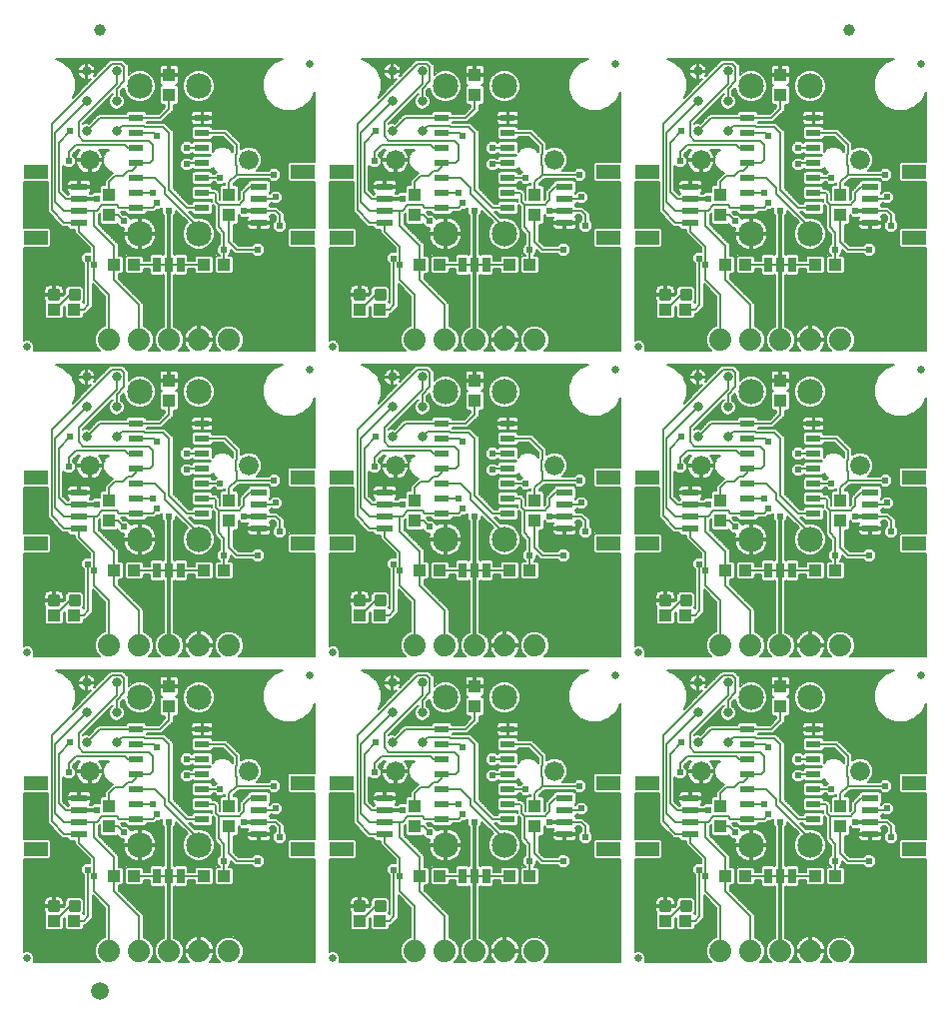
<source format=gtl>
G75*
%MOIN*%
%OFA0B0*%
%FSLAX25Y25*%
%IPPOS*%
%LPD*%
%AMOC8*
5,1,8,0,0,1.08239X$1,22.5*
%
%ADD10R,0.07874X0.04724*%
%ADD11R,0.05315X0.02362*%
%ADD12C,0.02500*%
%ADD13C,0.07400*%
%ADD14R,0.03937X0.04331*%
%ADD15R,0.04331X0.03937*%
%ADD16R,0.04724X0.02362*%
%ADD17R,0.02500X0.05000*%
%ADD18R,0.01600X0.01000*%
%ADD19C,0.03200*%
%ADD20C,0.01181*%
%ADD21C,0.08500*%
%ADD22C,0.06600*%
%ADD23C,0.03937*%
%ADD24C,0.05906*%
%ADD25C,0.00600*%
%ADD26C,0.02400*%
%ADD27C,0.01200*%
D10*
X0034281Y0067726D03*
X0034281Y0089774D03*
X0034281Y0169726D03*
X0034281Y0191774D03*
X0034281Y0271726D03*
X0034281Y0293774D03*
X0123219Y0293774D03*
X0136281Y0293774D03*
X0136281Y0271726D03*
X0123219Y0271726D03*
X0123219Y0191774D03*
X0136281Y0191774D03*
X0136281Y0169726D03*
X0123219Y0169726D03*
X0123219Y0089774D03*
X0136281Y0089774D03*
X0136281Y0067726D03*
X0123219Y0067726D03*
X0225219Y0067726D03*
X0238281Y0067726D03*
X0238281Y0089774D03*
X0225219Y0089774D03*
X0225219Y0169726D03*
X0238281Y0169726D03*
X0238281Y0191774D03*
X0225219Y0191774D03*
X0225219Y0271726D03*
X0238281Y0271726D03*
X0238281Y0293774D03*
X0225219Y0293774D03*
X0327219Y0293774D03*
X0327219Y0271726D03*
X0327219Y0191774D03*
X0327219Y0169726D03*
X0327219Y0089774D03*
X0327219Y0067726D03*
D11*
X0312750Y0072844D03*
X0312750Y0076781D03*
X0312750Y0080719D03*
X0312750Y0084656D03*
X0252750Y0084656D03*
X0252750Y0080719D03*
X0252750Y0076781D03*
X0252750Y0072844D03*
X0210750Y0072844D03*
X0210750Y0076781D03*
X0210750Y0080719D03*
X0210750Y0084656D03*
X0150750Y0084656D03*
X0150750Y0080719D03*
X0150750Y0076781D03*
X0150750Y0072844D03*
X0108750Y0072844D03*
X0108750Y0076781D03*
X0108750Y0080719D03*
X0108750Y0084656D03*
X0048750Y0084656D03*
X0048750Y0080719D03*
X0048750Y0076781D03*
X0048750Y0072844D03*
X0048750Y0174844D03*
X0048750Y0178781D03*
X0048750Y0182719D03*
X0048750Y0186656D03*
X0108750Y0186656D03*
X0108750Y0182719D03*
X0108750Y0178781D03*
X0108750Y0174844D03*
X0150750Y0174844D03*
X0150750Y0178781D03*
X0150750Y0182719D03*
X0150750Y0186656D03*
X0210750Y0186656D03*
X0210750Y0182719D03*
X0210750Y0178781D03*
X0210750Y0174844D03*
X0252750Y0174844D03*
X0252750Y0178781D03*
X0252750Y0182719D03*
X0252750Y0186656D03*
X0312750Y0186656D03*
X0312750Y0182719D03*
X0312750Y0178781D03*
X0312750Y0174844D03*
X0312750Y0276844D03*
X0312750Y0280781D03*
X0312750Y0284719D03*
X0312750Y0288656D03*
X0252750Y0288656D03*
X0252750Y0284719D03*
X0252750Y0280781D03*
X0252750Y0276844D03*
X0210750Y0276844D03*
X0210750Y0280781D03*
X0210750Y0284719D03*
X0210750Y0288656D03*
X0150750Y0288656D03*
X0150750Y0284719D03*
X0150750Y0280781D03*
X0150750Y0276844D03*
X0108750Y0276844D03*
X0108750Y0280781D03*
X0108750Y0284719D03*
X0108750Y0288656D03*
X0048750Y0288656D03*
X0048750Y0284719D03*
X0048750Y0280781D03*
X0048750Y0276844D03*
D12*
X0031250Y0031250D03*
X0133250Y0031250D03*
X0235250Y0031250D03*
X0227750Y0125750D03*
X0235250Y0133250D03*
X0329750Y0125750D03*
X0329750Y0227750D03*
X0235250Y0235250D03*
X0227750Y0227750D03*
X0133250Y0235250D03*
X0125750Y0227750D03*
X0031250Y0235250D03*
X0125750Y0329750D03*
X0227750Y0329750D03*
X0329750Y0329750D03*
X0133250Y0133250D03*
X0125750Y0125750D03*
X0031250Y0133250D03*
D13*
X0058750Y0135750D03*
X0068750Y0135750D03*
X0078750Y0135750D03*
X0088750Y0135750D03*
X0098750Y0135750D03*
X0160750Y0135750D03*
X0170750Y0135750D03*
X0180750Y0135750D03*
X0190750Y0135750D03*
X0200750Y0135750D03*
X0262750Y0135750D03*
X0272750Y0135750D03*
X0282750Y0135750D03*
X0292750Y0135750D03*
X0302750Y0135750D03*
X0302750Y0033750D03*
X0292750Y0033750D03*
X0282750Y0033750D03*
X0272750Y0033750D03*
X0262750Y0033750D03*
X0200750Y0033750D03*
X0190750Y0033750D03*
X0180750Y0033750D03*
X0170750Y0033750D03*
X0160750Y0033750D03*
X0098750Y0033750D03*
X0088750Y0033750D03*
X0078750Y0033750D03*
X0068750Y0033750D03*
X0058750Y0033750D03*
X0058750Y0237750D03*
X0068750Y0237750D03*
X0078750Y0237750D03*
X0088750Y0237750D03*
X0098750Y0237750D03*
X0160750Y0237750D03*
X0170750Y0237750D03*
X0180750Y0237750D03*
X0190750Y0237750D03*
X0200750Y0237750D03*
X0262750Y0237750D03*
X0272750Y0237750D03*
X0282750Y0237750D03*
X0292750Y0237750D03*
X0302750Y0237750D03*
D14*
X0282750Y0224096D03*
X0282750Y0217404D03*
X0262750Y0184096D03*
X0262750Y0177404D03*
X0302750Y0177404D03*
X0302750Y0184096D03*
X0282750Y0122096D03*
X0282750Y0115404D03*
X0262750Y0082096D03*
X0262750Y0075404D03*
X0302750Y0075404D03*
X0302750Y0082096D03*
X0200750Y0082096D03*
X0200750Y0075404D03*
X0160750Y0075404D03*
X0160750Y0082096D03*
X0180750Y0115404D03*
X0180750Y0122096D03*
X0160750Y0177404D03*
X0160750Y0184096D03*
X0180750Y0217404D03*
X0180750Y0224096D03*
X0200750Y0184096D03*
X0200750Y0177404D03*
X0098750Y0177404D03*
X0098750Y0184096D03*
X0078750Y0217404D03*
X0078750Y0224096D03*
X0058750Y0184096D03*
X0058750Y0177404D03*
X0078750Y0122096D03*
X0078750Y0115404D03*
X0058750Y0082096D03*
X0058750Y0075404D03*
X0098750Y0075404D03*
X0098750Y0082096D03*
X0098750Y0279404D03*
X0098750Y0286096D03*
X0078750Y0319404D03*
X0078750Y0326096D03*
X0058750Y0286096D03*
X0058750Y0279404D03*
X0160750Y0279404D03*
X0160750Y0286096D03*
X0180750Y0319404D03*
X0180750Y0326096D03*
X0200750Y0286096D03*
X0200750Y0279404D03*
X0262750Y0279404D03*
X0262750Y0286096D03*
X0282750Y0319404D03*
X0282750Y0326096D03*
X0302750Y0286096D03*
X0302750Y0279404D03*
D15*
X0301096Y0262750D03*
X0294404Y0262750D03*
X0271096Y0262750D03*
X0264404Y0262750D03*
X0251096Y0247750D03*
X0244404Y0247750D03*
X0199096Y0262750D03*
X0192404Y0262750D03*
X0169096Y0262750D03*
X0162404Y0262750D03*
X0149096Y0247750D03*
X0142404Y0247750D03*
X0097096Y0262750D03*
X0090404Y0262750D03*
X0067096Y0262750D03*
X0060404Y0262750D03*
X0047096Y0247750D03*
X0040404Y0247750D03*
X0060404Y0160750D03*
X0067096Y0160750D03*
X0090404Y0160750D03*
X0097096Y0160750D03*
X0142404Y0145750D03*
X0149096Y0145750D03*
X0162404Y0160750D03*
X0169096Y0160750D03*
X0192404Y0160750D03*
X0199096Y0160750D03*
X0244404Y0145750D03*
X0251096Y0145750D03*
X0264404Y0160750D03*
X0271096Y0160750D03*
X0294404Y0160750D03*
X0301096Y0160750D03*
X0301096Y0058750D03*
X0294404Y0058750D03*
X0271096Y0058750D03*
X0264404Y0058750D03*
X0251096Y0043750D03*
X0244404Y0043750D03*
X0199096Y0058750D03*
X0192404Y0058750D03*
X0169096Y0058750D03*
X0162404Y0058750D03*
X0149096Y0043750D03*
X0142404Y0043750D03*
X0097096Y0058750D03*
X0090404Y0058750D03*
X0067096Y0058750D03*
X0060404Y0058750D03*
X0047096Y0043750D03*
X0040404Y0043750D03*
X0040404Y0145750D03*
X0047096Y0145750D03*
D16*
X0067726Y0179750D03*
X0067726Y0184750D03*
X0067726Y0189750D03*
X0067726Y0194750D03*
X0067726Y0199750D03*
X0067726Y0204750D03*
X0067726Y0209750D03*
X0089774Y0209750D03*
X0089774Y0204750D03*
X0089774Y0199750D03*
X0089774Y0194750D03*
X0089774Y0189750D03*
X0089774Y0184750D03*
X0089774Y0179750D03*
X0089774Y0107750D03*
X0089774Y0102750D03*
X0089774Y0097750D03*
X0089774Y0092750D03*
X0089774Y0087750D03*
X0089774Y0082750D03*
X0089774Y0077750D03*
X0067726Y0077750D03*
X0067726Y0082750D03*
X0067726Y0087750D03*
X0067726Y0092750D03*
X0067726Y0097750D03*
X0067726Y0102750D03*
X0067726Y0107750D03*
X0169726Y0107750D03*
X0169726Y0102750D03*
X0169726Y0097750D03*
X0169726Y0092750D03*
X0169726Y0087750D03*
X0169726Y0082750D03*
X0169726Y0077750D03*
X0191774Y0077750D03*
X0191774Y0082750D03*
X0191774Y0087750D03*
X0191774Y0092750D03*
X0191774Y0097750D03*
X0191774Y0102750D03*
X0191774Y0107750D03*
X0191774Y0179750D03*
X0191774Y0184750D03*
X0191774Y0189750D03*
X0191774Y0194750D03*
X0191774Y0199750D03*
X0191774Y0204750D03*
X0191774Y0209750D03*
X0169726Y0209750D03*
X0169726Y0204750D03*
X0169726Y0199750D03*
X0169726Y0194750D03*
X0169726Y0189750D03*
X0169726Y0184750D03*
X0169726Y0179750D03*
X0271726Y0179750D03*
X0271726Y0184750D03*
X0271726Y0189750D03*
X0271726Y0194750D03*
X0271726Y0199750D03*
X0271726Y0204750D03*
X0271726Y0209750D03*
X0293774Y0209750D03*
X0293774Y0204750D03*
X0293774Y0199750D03*
X0293774Y0194750D03*
X0293774Y0189750D03*
X0293774Y0184750D03*
X0293774Y0179750D03*
X0293774Y0107750D03*
X0293774Y0102750D03*
X0293774Y0097750D03*
X0293774Y0092750D03*
X0293774Y0087750D03*
X0293774Y0082750D03*
X0293774Y0077750D03*
X0271726Y0077750D03*
X0271726Y0082750D03*
X0271726Y0087750D03*
X0271726Y0092750D03*
X0271726Y0097750D03*
X0271726Y0102750D03*
X0271726Y0107750D03*
X0271726Y0281750D03*
X0271726Y0286750D03*
X0271726Y0291750D03*
X0271726Y0296750D03*
X0271726Y0301750D03*
X0271726Y0306750D03*
X0271726Y0311750D03*
X0293774Y0311750D03*
X0293774Y0306750D03*
X0293774Y0301750D03*
X0293774Y0296750D03*
X0293774Y0291750D03*
X0293774Y0286750D03*
X0293774Y0281750D03*
X0191774Y0281750D03*
X0191774Y0286750D03*
X0191774Y0291750D03*
X0191774Y0296750D03*
X0191774Y0301750D03*
X0191774Y0306750D03*
X0191774Y0311750D03*
X0169726Y0311750D03*
X0169726Y0306750D03*
X0169726Y0301750D03*
X0169726Y0296750D03*
X0169726Y0291750D03*
X0169726Y0286750D03*
X0169726Y0281750D03*
X0089774Y0281750D03*
X0089774Y0286750D03*
X0089774Y0291750D03*
X0089774Y0296750D03*
X0089774Y0301750D03*
X0089774Y0306750D03*
X0089774Y0311750D03*
X0067726Y0311750D03*
X0067726Y0306750D03*
X0067726Y0301750D03*
X0067726Y0296750D03*
X0067726Y0291750D03*
X0067726Y0286750D03*
X0067726Y0281750D03*
D17*
X0074750Y0262750D03*
X0078750Y0262750D03*
X0082750Y0262750D03*
X0176750Y0262750D03*
X0180750Y0262750D03*
X0184750Y0262750D03*
X0278750Y0262750D03*
X0282750Y0262750D03*
X0286750Y0262750D03*
X0286750Y0160750D03*
X0282750Y0160750D03*
X0278750Y0160750D03*
X0184750Y0160750D03*
X0180750Y0160750D03*
X0176750Y0160750D03*
X0082750Y0160750D03*
X0078750Y0160750D03*
X0074750Y0160750D03*
X0074750Y0058750D03*
X0078750Y0058750D03*
X0082750Y0058750D03*
X0176750Y0058750D03*
X0180750Y0058750D03*
X0184750Y0058750D03*
X0278750Y0058750D03*
X0282750Y0058750D03*
X0286750Y0058750D03*
D18*
X0284750Y0058750D03*
X0280750Y0058750D03*
X0182750Y0058750D03*
X0178750Y0058750D03*
X0080750Y0058750D03*
X0076750Y0058750D03*
X0076750Y0160750D03*
X0080750Y0160750D03*
X0178750Y0160750D03*
X0182750Y0160750D03*
X0280750Y0160750D03*
X0284750Y0160750D03*
X0284750Y0262750D03*
X0280750Y0262750D03*
X0182750Y0262750D03*
X0178750Y0262750D03*
X0080750Y0262750D03*
X0076750Y0262750D03*
D19*
X0061250Y0225250D03*
X0061250Y0215250D03*
X0061250Y0205250D03*
X0051250Y0205250D03*
X0051250Y0215250D03*
X0051250Y0225250D03*
X0051250Y0307250D03*
X0051250Y0317250D03*
X0051250Y0327250D03*
X0061250Y0327250D03*
X0061250Y0317250D03*
X0061250Y0307250D03*
X0153250Y0307250D03*
X0163250Y0307250D03*
X0163250Y0317250D03*
X0163250Y0327250D03*
X0153250Y0327250D03*
X0153250Y0317250D03*
X0153250Y0225250D03*
X0163250Y0225250D03*
X0163250Y0215250D03*
X0163250Y0205250D03*
X0153250Y0205250D03*
X0153250Y0215250D03*
X0153250Y0123250D03*
X0153250Y0113250D03*
X0163250Y0113250D03*
X0163250Y0123250D03*
X0163250Y0103250D03*
X0153250Y0103250D03*
X0061250Y0103250D03*
X0061250Y0113250D03*
X0061250Y0123250D03*
X0051250Y0123250D03*
X0051250Y0113250D03*
X0051250Y0103250D03*
X0255250Y0103250D03*
X0265250Y0103250D03*
X0265250Y0113250D03*
X0265250Y0123250D03*
X0255250Y0123250D03*
X0255250Y0113250D03*
X0255250Y0205250D03*
X0255250Y0215250D03*
X0265250Y0215250D03*
X0265250Y0205250D03*
X0265250Y0225250D03*
X0255250Y0225250D03*
X0255250Y0307250D03*
X0265250Y0307250D03*
X0265250Y0317250D03*
X0265250Y0327250D03*
X0255250Y0327250D03*
X0255250Y0317250D03*
D20*
X0252581Y0254128D02*
X0252581Y0251372D01*
X0249825Y0251372D01*
X0249825Y0254128D01*
X0252581Y0254128D01*
X0252581Y0252494D02*
X0249825Y0252494D01*
X0249825Y0253616D02*
X0252581Y0253616D01*
X0245675Y0254128D02*
X0245675Y0251372D01*
X0242919Y0251372D01*
X0242919Y0254128D01*
X0245675Y0254128D01*
X0245675Y0252494D02*
X0242919Y0252494D01*
X0242919Y0253616D02*
X0245675Y0253616D01*
X0150581Y0254128D02*
X0150581Y0251372D01*
X0147825Y0251372D01*
X0147825Y0254128D01*
X0150581Y0254128D01*
X0150581Y0252494D02*
X0147825Y0252494D01*
X0147825Y0253616D02*
X0150581Y0253616D01*
X0143675Y0254128D02*
X0143675Y0251372D01*
X0140919Y0251372D01*
X0140919Y0254128D01*
X0143675Y0254128D01*
X0143675Y0252494D02*
X0140919Y0252494D01*
X0140919Y0253616D02*
X0143675Y0253616D01*
X0048581Y0254128D02*
X0048581Y0251372D01*
X0045825Y0251372D01*
X0045825Y0254128D01*
X0048581Y0254128D01*
X0048581Y0252494D02*
X0045825Y0252494D01*
X0045825Y0253616D02*
X0048581Y0253616D01*
X0041675Y0254128D02*
X0041675Y0251372D01*
X0038919Y0251372D01*
X0038919Y0254128D01*
X0041675Y0254128D01*
X0041675Y0252494D02*
X0038919Y0252494D01*
X0038919Y0253616D02*
X0041675Y0253616D01*
X0041675Y0152128D02*
X0041675Y0149372D01*
X0038919Y0149372D01*
X0038919Y0152128D01*
X0041675Y0152128D01*
X0041675Y0150494D02*
X0038919Y0150494D01*
X0038919Y0151616D02*
X0041675Y0151616D01*
X0048581Y0152128D02*
X0048581Y0149372D01*
X0045825Y0149372D01*
X0045825Y0152128D01*
X0048581Y0152128D01*
X0048581Y0150494D02*
X0045825Y0150494D01*
X0045825Y0151616D02*
X0048581Y0151616D01*
X0143675Y0152128D02*
X0143675Y0149372D01*
X0140919Y0149372D01*
X0140919Y0152128D01*
X0143675Y0152128D01*
X0143675Y0150494D02*
X0140919Y0150494D01*
X0140919Y0151616D02*
X0143675Y0151616D01*
X0150581Y0152128D02*
X0150581Y0149372D01*
X0147825Y0149372D01*
X0147825Y0152128D01*
X0150581Y0152128D01*
X0150581Y0150494D02*
X0147825Y0150494D01*
X0147825Y0151616D02*
X0150581Y0151616D01*
X0245675Y0152128D02*
X0245675Y0149372D01*
X0242919Y0149372D01*
X0242919Y0152128D01*
X0245675Y0152128D01*
X0245675Y0150494D02*
X0242919Y0150494D01*
X0242919Y0151616D02*
X0245675Y0151616D01*
X0252581Y0152128D02*
X0252581Y0149372D01*
X0249825Y0149372D01*
X0249825Y0152128D01*
X0252581Y0152128D01*
X0252581Y0150494D02*
X0249825Y0150494D01*
X0249825Y0151616D02*
X0252581Y0151616D01*
X0252581Y0050128D02*
X0252581Y0047372D01*
X0249825Y0047372D01*
X0249825Y0050128D01*
X0252581Y0050128D01*
X0252581Y0048494D02*
X0249825Y0048494D01*
X0249825Y0049616D02*
X0252581Y0049616D01*
X0245675Y0050128D02*
X0245675Y0047372D01*
X0242919Y0047372D01*
X0242919Y0050128D01*
X0245675Y0050128D01*
X0245675Y0048494D02*
X0242919Y0048494D01*
X0242919Y0049616D02*
X0245675Y0049616D01*
X0150581Y0050128D02*
X0150581Y0047372D01*
X0147825Y0047372D01*
X0147825Y0050128D01*
X0150581Y0050128D01*
X0150581Y0048494D02*
X0147825Y0048494D01*
X0147825Y0049616D02*
X0150581Y0049616D01*
X0143675Y0050128D02*
X0143675Y0047372D01*
X0140919Y0047372D01*
X0140919Y0050128D01*
X0143675Y0050128D01*
X0143675Y0048494D02*
X0140919Y0048494D01*
X0140919Y0049616D02*
X0143675Y0049616D01*
X0048581Y0050128D02*
X0048581Y0047372D01*
X0045825Y0047372D01*
X0045825Y0050128D01*
X0048581Y0050128D01*
X0048581Y0048494D02*
X0045825Y0048494D01*
X0045825Y0049616D02*
X0048581Y0049616D01*
X0041675Y0050128D02*
X0041675Y0047372D01*
X0038919Y0047372D01*
X0038919Y0050128D01*
X0041675Y0050128D01*
X0041675Y0048494D02*
X0038919Y0048494D01*
X0038919Y0049616D02*
X0041675Y0049616D01*
D21*
X0068907Y0069144D03*
X0088593Y0069144D03*
X0088593Y0118356D03*
X0068907Y0118356D03*
X0068907Y0171144D03*
X0088593Y0171144D03*
X0088593Y0220356D03*
X0068907Y0220356D03*
X0068907Y0273144D03*
X0088593Y0273144D03*
X0088593Y0322356D03*
X0068907Y0322356D03*
X0170907Y0322356D03*
X0190593Y0322356D03*
X0190593Y0273144D03*
X0170907Y0273144D03*
X0170907Y0220356D03*
X0190593Y0220356D03*
X0190593Y0171144D03*
X0170907Y0171144D03*
X0170907Y0118356D03*
X0190593Y0118356D03*
X0190593Y0069144D03*
X0170907Y0069144D03*
X0272907Y0069144D03*
X0292593Y0069144D03*
X0292593Y0118356D03*
X0272907Y0118356D03*
X0272907Y0171144D03*
X0292593Y0171144D03*
X0292593Y0220356D03*
X0272907Y0220356D03*
X0272907Y0273144D03*
X0292593Y0273144D03*
X0292593Y0322356D03*
X0272907Y0322356D03*
D22*
X0256175Y0297750D03*
X0207325Y0297750D03*
X0154175Y0297750D03*
X0105325Y0297750D03*
X0052175Y0297750D03*
X0052175Y0195750D03*
X0105325Y0195750D03*
X0154175Y0195750D03*
X0207325Y0195750D03*
X0256175Y0195750D03*
X0309325Y0195750D03*
X0309325Y0093750D03*
X0256175Y0093750D03*
X0207325Y0093750D03*
X0154175Y0093750D03*
X0105325Y0093750D03*
X0052175Y0093750D03*
X0309325Y0297750D03*
D23*
X0305750Y0341000D03*
X0055750Y0341000D03*
D24*
X0055750Y0020500D03*
D25*
X0055562Y0030150D02*
X0033473Y0030150D01*
X0033600Y0030277D01*
X0033600Y0032223D01*
X0032223Y0033600D01*
X0030277Y0033600D01*
X0030150Y0033473D01*
X0030150Y0064264D01*
X0038674Y0064264D01*
X0039318Y0064909D01*
X0039318Y0070544D01*
X0038674Y0071189D01*
X0030150Y0071189D01*
X0030150Y0086311D01*
X0038150Y0086311D01*
X0038150Y0076370D01*
X0043076Y0071444D01*
X0044235Y0071444D01*
X0044993Y0071444D01*
X0044993Y0071208D01*
X0045637Y0070563D01*
X0047350Y0070563D01*
X0047350Y0069265D01*
X0048170Y0068444D01*
X0052350Y0064265D01*
X0052350Y0063171D01*
X0050676Y0063171D01*
X0049329Y0061824D01*
X0049329Y0059919D01*
X0050250Y0058997D01*
X0050250Y0057300D01*
X0050350Y0057200D01*
X0050350Y0046186D01*
X0050068Y0046468D01*
X0050271Y0046672D01*
X0050271Y0050828D01*
X0049281Y0051818D01*
X0045125Y0051818D01*
X0044134Y0050828D01*
X0044134Y0049161D01*
X0043423Y0048450D01*
X0040597Y0048450D01*
X0040597Y0049050D01*
X0039997Y0049050D01*
X0039997Y0048450D01*
X0037029Y0048450D01*
X0037029Y0047123D01*
X0037158Y0046642D01*
X0037322Y0046358D01*
X0037138Y0046174D01*
X0037138Y0041326D01*
X0037783Y0040681D01*
X0043025Y0040681D01*
X0043669Y0041326D01*
X0043669Y0044736D01*
X0043831Y0044898D01*
X0043831Y0041326D01*
X0044475Y0040681D01*
X0049717Y0040681D01*
X0050362Y0041326D01*
X0050362Y0042350D01*
X0050830Y0042350D01*
X0052330Y0043850D01*
X0053150Y0044670D01*
X0053150Y0052370D01*
X0057350Y0048170D01*
X0057350Y0038366D01*
X0056031Y0037819D01*
X0054681Y0036469D01*
X0053950Y0034705D01*
X0053950Y0032795D01*
X0054681Y0031031D01*
X0055562Y0030150D01*
X0055166Y0030546D02*
X0033600Y0030546D01*
X0033600Y0031144D02*
X0054634Y0031144D01*
X0054386Y0031743D02*
X0033600Y0031743D01*
X0033482Y0032341D02*
X0054138Y0032341D01*
X0053950Y0032940D02*
X0032884Y0032940D01*
X0032285Y0033538D02*
X0053950Y0033538D01*
X0053950Y0034137D02*
X0030150Y0034137D01*
X0030150Y0034735D02*
X0053963Y0034735D01*
X0054210Y0035334D02*
X0030150Y0035334D01*
X0030150Y0035932D02*
X0054458Y0035932D01*
X0054742Y0036531D02*
X0030150Y0036531D01*
X0030150Y0037129D02*
X0055341Y0037129D01*
X0055939Y0037728D02*
X0030150Y0037728D01*
X0030150Y0038326D02*
X0057255Y0038326D01*
X0057350Y0038925D02*
X0030150Y0038925D01*
X0030150Y0039523D02*
X0057350Y0039523D01*
X0057350Y0040122D02*
X0030150Y0040122D01*
X0030150Y0040720D02*
X0037744Y0040720D01*
X0037145Y0041319D02*
X0030150Y0041319D01*
X0030150Y0041917D02*
X0037138Y0041917D01*
X0037138Y0042516D02*
X0030150Y0042516D01*
X0030150Y0043114D02*
X0037138Y0043114D01*
X0037138Y0043713D02*
X0030150Y0043713D01*
X0030150Y0044311D02*
X0037138Y0044311D01*
X0037138Y0044910D02*
X0030150Y0044910D01*
X0030150Y0045508D02*
X0037138Y0045508D01*
X0037138Y0046107D02*
X0030150Y0046107D01*
X0030150Y0046705D02*
X0037141Y0046705D01*
X0037029Y0047304D02*
X0030150Y0047304D01*
X0030150Y0047902D02*
X0037029Y0047902D01*
X0037029Y0049050D02*
X0039997Y0049050D01*
X0039997Y0052018D01*
X0038670Y0052018D01*
X0038190Y0051890D01*
X0037758Y0051641D01*
X0037406Y0051289D01*
X0037158Y0050858D01*
X0037029Y0050377D01*
X0037029Y0049050D01*
X0037029Y0049099D02*
X0030150Y0049099D01*
X0030150Y0048501D02*
X0039997Y0048501D01*
X0039997Y0049099D02*
X0040597Y0049099D01*
X0040597Y0049050D02*
X0040597Y0052018D01*
X0041924Y0052018D01*
X0042405Y0051890D01*
X0042836Y0051641D01*
X0043188Y0051289D01*
X0043437Y0050858D01*
X0043566Y0050377D01*
X0043566Y0049050D01*
X0040597Y0049050D01*
X0040597Y0048501D02*
X0043474Y0048501D01*
X0043566Y0049099D02*
X0044072Y0049099D01*
X0044134Y0049698D02*
X0043566Y0049698D01*
X0043566Y0050296D02*
X0044134Y0050296D01*
X0044201Y0050895D02*
X0043415Y0050895D01*
X0042983Y0051493D02*
X0044799Y0051493D01*
X0045703Y0048750D02*
X0040703Y0043750D01*
X0040404Y0043750D01*
X0043669Y0043713D02*
X0043831Y0043713D01*
X0043831Y0044311D02*
X0043669Y0044311D01*
X0043669Y0043114D02*
X0043831Y0043114D01*
X0043831Y0042516D02*
X0043669Y0042516D01*
X0043669Y0041917D02*
X0043831Y0041917D01*
X0043838Y0041319D02*
X0043662Y0041319D01*
X0043063Y0040720D02*
X0044437Y0040720D01*
X0047096Y0043750D02*
X0050250Y0043750D01*
X0051750Y0045250D01*
X0051750Y0057780D01*
X0051650Y0057880D01*
X0051650Y0059620D01*
X0051750Y0059720D01*
X0051750Y0060750D01*
X0051629Y0060871D01*
X0049973Y0059274D02*
X0030150Y0059274D01*
X0030150Y0058676D02*
X0050250Y0058676D01*
X0050250Y0058077D02*
X0030150Y0058077D01*
X0030150Y0057479D02*
X0050250Y0057479D01*
X0050350Y0056880D02*
X0030150Y0056880D01*
X0030150Y0056282D02*
X0050350Y0056282D01*
X0050350Y0055683D02*
X0030150Y0055683D01*
X0030150Y0055084D02*
X0050350Y0055084D01*
X0050350Y0054486D02*
X0030150Y0054486D01*
X0030150Y0053887D02*
X0050350Y0053887D01*
X0050350Y0053289D02*
X0030150Y0053289D01*
X0030150Y0052690D02*
X0050350Y0052690D01*
X0050350Y0052092D02*
X0030150Y0052092D01*
X0030150Y0051493D02*
X0037611Y0051493D01*
X0037179Y0050895D02*
X0030150Y0050895D01*
X0030150Y0050296D02*
X0037029Y0050296D01*
X0037029Y0049698D02*
X0030150Y0049698D01*
X0030150Y0059873D02*
X0049375Y0059873D01*
X0049329Y0060471D02*
X0030150Y0060471D01*
X0030150Y0061070D02*
X0049329Y0061070D01*
X0049329Y0061668D02*
X0030150Y0061668D01*
X0030150Y0062267D02*
X0049771Y0062267D01*
X0050370Y0062865D02*
X0030150Y0062865D01*
X0030150Y0063464D02*
X0052350Y0063464D01*
X0052350Y0064062D02*
X0030150Y0064062D01*
X0030150Y0071244D02*
X0044993Y0071244D01*
X0045554Y0070646D02*
X0039217Y0070646D01*
X0039318Y0070047D02*
X0047350Y0070047D01*
X0047350Y0069449D02*
X0039318Y0069449D01*
X0039318Y0068850D02*
X0047764Y0068850D01*
X0048363Y0068252D02*
X0039318Y0068252D01*
X0039318Y0067653D02*
X0048961Y0067653D01*
X0049560Y0067055D02*
X0039318Y0067055D01*
X0039318Y0066456D02*
X0050158Y0066456D01*
X0050757Y0065858D02*
X0039318Y0065858D01*
X0039318Y0065259D02*
X0051355Y0065259D01*
X0051954Y0064661D02*
X0039071Y0064661D01*
X0042677Y0071843D02*
X0030150Y0071843D01*
X0030150Y0072441D02*
X0042079Y0072441D01*
X0041480Y0073040D02*
X0030150Y0073040D01*
X0030150Y0073638D02*
X0040882Y0073638D01*
X0040283Y0074237D02*
X0030150Y0074237D01*
X0030150Y0074835D02*
X0039685Y0074835D01*
X0039086Y0075434D02*
X0030150Y0075434D01*
X0030150Y0076032D02*
X0038488Y0076032D01*
X0038150Y0076631D02*
X0030150Y0076631D01*
X0030150Y0077229D02*
X0038150Y0077229D01*
X0038150Y0077828D02*
X0030150Y0077828D01*
X0030150Y0078426D02*
X0038150Y0078426D01*
X0038150Y0079025D02*
X0030150Y0079025D01*
X0030150Y0079623D02*
X0038150Y0079623D01*
X0038150Y0080222D02*
X0030150Y0080222D01*
X0030150Y0080820D02*
X0038150Y0080820D01*
X0038150Y0081419D02*
X0030150Y0081419D01*
X0030150Y0082018D02*
X0038150Y0082018D01*
X0038150Y0082616D02*
X0030150Y0082616D01*
X0030150Y0083215D02*
X0038150Y0083215D01*
X0038150Y0083813D02*
X0030150Y0083813D01*
X0030150Y0084412D02*
X0038150Y0084412D01*
X0038150Y0085010D02*
X0030150Y0085010D01*
X0030150Y0085609D02*
X0038150Y0085609D01*
X0038150Y0086207D02*
X0030150Y0086207D01*
X0041950Y0083050D02*
X0041950Y0099450D01*
X0045750Y0103250D01*
X0048500Y0101611D02*
X0050130Y0099981D01*
X0072019Y0099981D01*
X0073250Y0098750D01*
X0073250Y0093750D01*
X0072250Y0092750D01*
X0067750Y0092750D01*
X0067750Y0091481D01*
X0066250Y0089981D01*
X0064929Y0089981D01*
X0063198Y0088250D01*
X0060750Y0088250D01*
X0058750Y0086250D01*
X0058750Y0082096D01*
X0055681Y0082953D02*
X0055681Y0084717D01*
X0056326Y0085362D01*
X0057350Y0085362D01*
X0057350Y0085670D01*
X0057350Y0086830D01*
X0059350Y0088830D01*
X0060070Y0089549D01*
X0058626Y0090147D01*
X0057431Y0091343D01*
X0056784Y0092905D01*
X0056784Y0094595D01*
X0057431Y0096157D01*
X0058474Y0097200D01*
X0055231Y0097200D01*
X0055684Y0096747D01*
X0056109Y0096161D01*
X0056438Y0095516D01*
X0056662Y0094827D01*
X0056775Y0094112D01*
X0056775Y0094050D01*
X0052475Y0094050D01*
X0052475Y0093450D01*
X0052475Y0089150D01*
X0052537Y0089150D01*
X0053252Y0089263D01*
X0053941Y0089487D01*
X0054586Y0089816D01*
X0055172Y0090241D01*
X0055684Y0090753D01*
X0056109Y0091339D01*
X0056438Y0091984D01*
X0056662Y0092673D01*
X0056775Y0093388D01*
X0056775Y0093450D01*
X0052475Y0093450D01*
X0051875Y0093450D01*
X0047575Y0093450D01*
X0047575Y0093388D01*
X0047688Y0092673D01*
X0047912Y0091984D01*
X0048241Y0091339D01*
X0048667Y0090753D01*
X0049178Y0090241D01*
X0049764Y0089816D01*
X0050409Y0089487D01*
X0051098Y0089263D01*
X0051813Y0089150D01*
X0051875Y0089150D01*
X0051875Y0093450D01*
X0051875Y0094050D01*
X0047575Y0094050D01*
X0047575Y0094112D01*
X0047688Y0094827D01*
X0047912Y0095516D01*
X0048241Y0096161D01*
X0048667Y0096747D01*
X0049120Y0097200D01*
X0048180Y0097200D01*
X0046650Y0095670D01*
X0046650Y0095103D01*
X0047550Y0094203D01*
X0047550Y0092297D01*
X0046203Y0090950D01*
X0044297Y0090950D01*
X0043350Y0091897D01*
X0043350Y0083630D01*
X0044861Y0082118D01*
X0044993Y0082118D01*
X0044993Y0082355D01*
X0045183Y0082546D01*
X0045052Y0082676D01*
X0044881Y0082973D01*
X0044793Y0083303D01*
X0044793Y0084365D01*
X0048459Y0084365D01*
X0048459Y0084946D01*
X0044793Y0084946D01*
X0044793Y0086008D01*
X0044881Y0086338D01*
X0045052Y0086635D01*
X0045294Y0086877D01*
X0045591Y0087048D01*
X0045921Y0087137D01*
X0048459Y0087137D01*
X0048459Y0084946D01*
X0049041Y0084946D01*
X0052707Y0084946D01*
X0052707Y0086008D01*
X0052619Y0086338D01*
X0052448Y0086635D01*
X0052206Y0086877D01*
X0051909Y0087048D01*
X0051579Y0087137D01*
X0049041Y0087137D01*
X0049041Y0084946D01*
X0049041Y0084365D01*
X0052707Y0084365D01*
X0052707Y0083303D01*
X0052619Y0082973D01*
X0052448Y0082676D01*
X0052317Y0082546D01*
X0052444Y0082418D01*
X0053047Y0082418D01*
X0053679Y0083050D01*
X0055584Y0083050D01*
X0055681Y0082953D01*
X0055681Y0083215D02*
X0052684Y0083215D01*
X0052707Y0083813D02*
X0055681Y0083813D01*
X0055681Y0084412D02*
X0049041Y0084412D01*
X0048459Y0084412D02*
X0043350Y0084412D01*
X0043350Y0085010D02*
X0044793Y0085010D01*
X0044793Y0085609D02*
X0043350Y0085609D01*
X0043350Y0086207D02*
X0044846Y0086207D01*
X0045223Y0086806D02*
X0043350Y0086806D01*
X0043350Y0087404D02*
X0057924Y0087404D01*
X0057350Y0086806D02*
X0052277Y0086806D01*
X0052654Y0086207D02*
X0057350Y0086207D01*
X0057350Y0085609D02*
X0052707Y0085609D01*
X0052707Y0085010D02*
X0055974Y0085010D01*
X0053245Y0082616D02*
X0052388Y0082616D01*
X0054600Y0080719D02*
X0054631Y0080750D01*
X0056347Y0078619D02*
X0061153Y0078619D01*
X0062022Y0077750D01*
X0067726Y0077750D01*
X0073250Y0077750D01*
X0074750Y0079250D01*
X0076450Y0077697D02*
X0076450Y0075797D01*
X0077050Y0075197D01*
X0077050Y0062350D01*
X0077044Y0062350D01*
X0076750Y0062056D01*
X0076456Y0062350D01*
X0073044Y0062350D01*
X0072400Y0061706D01*
X0072400Y0060150D01*
X0070362Y0060150D01*
X0070362Y0061174D01*
X0069717Y0061818D01*
X0064475Y0061818D01*
X0063831Y0061174D01*
X0063831Y0056326D01*
X0064475Y0055681D01*
X0069717Y0055681D01*
X0070362Y0056326D01*
X0070362Y0057350D01*
X0072400Y0057350D01*
X0072400Y0055794D01*
X0073044Y0055150D01*
X0076456Y0055150D01*
X0076750Y0055444D01*
X0077044Y0055150D01*
X0077050Y0055150D01*
X0077050Y0038241D01*
X0076031Y0037819D01*
X0074681Y0036469D01*
X0073950Y0034705D01*
X0073950Y0032795D01*
X0074681Y0031031D01*
X0075562Y0030150D01*
X0071938Y0030150D01*
X0072819Y0031031D01*
X0073550Y0032795D01*
X0073550Y0034705D01*
X0072819Y0036469D01*
X0071469Y0037819D01*
X0070150Y0038366D01*
X0070150Y0045830D01*
X0061804Y0054176D01*
X0061804Y0055681D01*
X0063025Y0055681D01*
X0063669Y0056326D01*
X0063669Y0061174D01*
X0063025Y0061818D01*
X0061804Y0061818D01*
X0061804Y0065676D01*
X0055150Y0072330D01*
X0055150Y0075442D01*
X0055681Y0075974D01*
X0055681Y0072783D01*
X0056326Y0072138D01*
X0061174Y0072138D01*
X0061450Y0072414D01*
X0061450Y0072297D01*
X0062797Y0070950D01*
X0063659Y0070950D01*
X0063494Y0070443D01*
X0063357Y0069580D01*
X0063357Y0069444D01*
X0068607Y0069444D01*
X0068607Y0068844D01*
X0063357Y0068844D01*
X0063357Y0068707D01*
X0063494Y0067844D01*
X0063764Y0067013D01*
X0064161Y0066235D01*
X0064674Y0065528D01*
X0065292Y0064910D01*
X0065999Y0064397D01*
X0066777Y0064000D01*
X0067608Y0063730D01*
X0068471Y0063594D01*
X0068607Y0063594D01*
X0068607Y0068844D01*
X0069207Y0068844D01*
X0069207Y0063594D01*
X0069344Y0063594D01*
X0070207Y0063730D01*
X0071038Y0064000D01*
X0071816Y0064397D01*
X0072523Y0064910D01*
X0073141Y0065528D01*
X0073654Y0066235D01*
X0074051Y0067013D01*
X0074321Y0067844D01*
X0074457Y0068707D01*
X0074457Y0068844D01*
X0069208Y0068844D01*
X0069208Y0069444D01*
X0074457Y0069444D01*
X0074457Y0069580D01*
X0074321Y0070443D01*
X0074051Y0071274D01*
X0073654Y0072053D01*
X0073141Y0072759D01*
X0072523Y0073377D01*
X0071816Y0073890D01*
X0071038Y0074287D01*
X0070207Y0074557D01*
X0069344Y0074694D01*
X0069207Y0074694D01*
X0069207Y0069444D01*
X0068607Y0069444D01*
X0068607Y0074694D01*
X0068471Y0074694D01*
X0067608Y0074557D01*
X0066777Y0074287D01*
X0066050Y0073917D01*
X0066050Y0074203D01*
X0064703Y0075550D01*
X0063430Y0075550D01*
X0062630Y0076350D01*
X0064264Y0076350D01*
X0064264Y0076113D01*
X0064909Y0075469D01*
X0070544Y0075469D01*
X0071189Y0076113D01*
X0071189Y0076350D01*
X0073830Y0076350D01*
X0074430Y0076950D01*
X0075703Y0076950D01*
X0076450Y0077697D01*
X0076450Y0077229D02*
X0075982Y0077229D01*
X0076450Y0076631D02*
X0074111Y0076631D01*
X0076450Y0076032D02*
X0071108Y0076032D01*
X0071137Y0074237D02*
X0077050Y0074237D01*
X0077050Y0074835D02*
X0065417Y0074835D01*
X0066016Y0074237D02*
X0066678Y0074237D01*
X0068607Y0074237D02*
X0069207Y0074237D01*
X0069207Y0073638D02*
X0068607Y0073638D01*
X0068607Y0073040D02*
X0069207Y0073040D01*
X0069207Y0072441D02*
X0068607Y0072441D01*
X0068607Y0071843D02*
X0069207Y0071843D01*
X0069207Y0071244D02*
X0068607Y0071244D01*
X0068607Y0070646D02*
X0069207Y0070646D01*
X0069207Y0070047D02*
X0068607Y0070047D01*
X0068607Y0069449D02*
X0069207Y0069449D01*
X0069208Y0068850D02*
X0077050Y0068850D01*
X0077050Y0068252D02*
X0074385Y0068252D01*
X0074259Y0067653D02*
X0077050Y0067653D01*
X0077050Y0067055D02*
X0074064Y0067055D01*
X0073767Y0066456D02*
X0077050Y0066456D01*
X0077050Y0065858D02*
X0073380Y0065858D01*
X0072872Y0065259D02*
X0077050Y0065259D01*
X0077050Y0064661D02*
X0072179Y0064661D01*
X0071159Y0064062D02*
X0077050Y0064062D01*
X0077050Y0063464D02*
X0061804Y0063464D01*
X0061804Y0064062D02*
X0066656Y0064062D01*
X0065636Y0064661D02*
X0061804Y0064661D01*
X0061804Y0065259D02*
X0064943Y0065259D01*
X0064435Y0065858D02*
X0061622Y0065858D01*
X0061024Y0066456D02*
X0064048Y0066456D01*
X0063751Y0067055D02*
X0060425Y0067055D01*
X0059827Y0067653D02*
X0063556Y0067653D01*
X0063430Y0068252D02*
X0059228Y0068252D01*
X0058630Y0068850D02*
X0068607Y0068850D01*
X0068607Y0068252D02*
X0069207Y0068252D01*
X0069207Y0067653D02*
X0068607Y0067653D01*
X0068607Y0067055D02*
X0069207Y0067055D01*
X0069207Y0066456D02*
X0068607Y0066456D01*
X0068607Y0065858D02*
X0069207Y0065858D01*
X0069207Y0065259D02*
X0068607Y0065259D01*
X0068607Y0064661D02*
X0069207Y0064661D01*
X0069207Y0064062D02*
X0068607Y0064062D01*
X0069868Y0061668D02*
X0072400Y0061668D01*
X0072400Y0061070D02*
X0070362Y0061070D01*
X0070362Y0060471D02*
X0072400Y0060471D01*
X0072961Y0062267D02*
X0061804Y0062267D01*
X0061804Y0062865D02*
X0077050Y0062865D01*
X0076961Y0062267D02*
X0076539Y0062267D01*
X0080450Y0062350D02*
X0080450Y0075197D01*
X0081050Y0075797D01*
X0081050Y0076706D01*
X0084820Y0072937D01*
X0084057Y0072174D01*
X0083243Y0070208D01*
X0083243Y0068080D01*
X0084057Y0066113D01*
X0085562Y0064608D01*
X0087528Y0063794D01*
X0089657Y0063794D01*
X0091623Y0064608D01*
X0093128Y0066113D01*
X0093943Y0068080D01*
X0093943Y0070208D01*
X0093128Y0072174D01*
X0091623Y0073679D01*
X0089657Y0074494D01*
X0087528Y0074494D01*
X0087312Y0074404D01*
X0085366Y0076350D01*
X0086311Y0076350D01*
X0086311Y0076113D01*
X0086956Y0075469D01*
X0092591Y0075469D01*
X0093236Y0076113D01*
X0093236Y0078784D01*
X0093850Y0078170D01*
X0093850Y0070670D01*
X0094670Y0069850D01*
X0095696Y0068824D01*
X0095696Y0065603D01*
X0094796Y0064703D01*
X0094796Y0062797D01*
X0095696Y0061897D01*
X0095696Y0061818D01*
X0094475Y0061818D01*
X0093831Y0061174D01*
X0093831Y0056326D01*
X0094475Y0055681D01*
X0099717Y0055681D01*
X0100362Y0056326D01*
X0100362Y0061174D01*
X0099717Y0061818D01*
X0098496Y0061818D01*
X0098496Y0061897D01*
X0099396Y0062797D01*
X0099396Y0063624D01*
X0099850Y0063170D01*
X0100670Y0062350D01*
X0106397Y0062350D01*
X0107297Y0061450D01*
X0109203Y0061450D01*
X0110550Y0062797D01*
X0110550Y0064703D01*
X0109203Y0066050D01*
X0107297Y0066050D01*
X0106397Y0065150D01*
X0101830Y0065150D01*
X0100150Y0066830D01*
X0100150Y0072138D01*
X0101174Y0072138D01*
X0101818Y0072783D01*
X0101818Y0075429D01*
X0102797Y0074450D01*
X0104703Y0074450D01*
X0105019Y0074767D01*
X0104881Y0074527D01*
X0104793Y0074197D01*
X0104793Y0073135D01*
X0108459Y0073135D01*
X0108459Y0072554D01*
X0104793Y0072554D01*
X0104793Y0071492D01*
X0104881Y0071162D01*
X0105052Y0070865D01*
X0105294Y0070623D01*
X0105591Y0070452D01*
X0105921Y0070363D01*
X0108459Y0070363D01*
X0108459Y0072554D01*
X0109041Y0072554D01*
X0109041Y0073135D01*
X0112707Y0073135D01*
X0112707Y0074197D01*
X0112619Y0074527D01*
X0112448Y0074824D01*
X0112317Y0074954D01*
X0112507Y0075145D01*
X0112507Y0075381D01*
X0113639Y0075381D01*
X0114350Y0074670D01*
X0114350Y0073603D01*
X0113450Y0072703D01*
X0113450Y0070797D01*
X0114797Y0069450D01*
X0116703Y0069450D01*
X0118050Y0070797D01*
X0118050Y0072703D01*
X0117150Y0073603D01*
X0117150Y0075830D01*
X0114798Y0078181D01*
X0112507Y0078181D01*
X0112507Y0078418D01*
X0112176Y0078750D01*
X0112507Y0079082D01*
X0112507Y0079319D01*
X0112929Y0079319D01*
X0113297Y0078950D01*
X0115203Y0078950D01*
X0116550Y0080297D01*
X0116550Y0082203D01*
X0115203Y0083550D01*
X0113297Y0083550D01*
X0112305Y0082558D01*
X0112176Y0082687D01*
X0112507Y0083019D01*
X0112507Y0086292D01*
X0111863Y0086937D01*
X0105637Y0086937D01*
X0104993Y0086292D01*
X0104993Y0085972D01*
X0102350Y0083330D01*
X0102350Y0080830D01*
X0102170Y0080650D01*
X0102135Y0080650D01*
X0101818Y0080334D01*
X0101818Y0084717D01*
X0101174Y0085362D01*
X0100150Y0085362D01*
X0100150Y0085670D01*
X0101830Y0087350D01*
X0111897Y0087350D01*
X0112797Y0086450D01*
X0114703Y0086450D01*
X0116050Y0087797D01*
X0116050Y0089703D01*
X0114703Y0091050D01*
X0112797Y0091050D01*
X0111897Y0090150D01*
X0107947Y0090150D01*
X0109055Y0091258D01*
X0109725Y0092875D01*
X0109725Y0094625D01*
X0109055Y0096242D01*
X0107817Y0097480D01*
X0106200Y0098150D01*
X0104450Y0098150D01*
X0102832Y0097480D01*
X0102650Y0097298D01*
X0102650Y0099330D01*
X0101830Y0100150D01*
X0097830Y0104150D01*
X0093236Y0104150D01*
X0093236Y0104387D01*
X0092591Y0105031D01*
X0086956Y0105031D01*
X0086311Y0104387D01*
X0086311Y0101113D01*
X0086956Y0100469D01*
X0092591Y0100469D01*
X0093236Y0101113D01*
X0093236Y0101350D01*
X0096670Y0101350D01*
X0099850Y0098170D01*
X0099850Y0096407D01*
X0099835Y0096392D01*
X0098874Y0097353D01*
X0097312Y0098000D01*
X0095621Y0098000D01*
X0094059Y0097353D01*
X0093236Y0096529D01*
X0093236Y0099387D01*
X0092591Y0100031D01*
X0086956Y0100031D01*
X0086339Y0099414D01*
X0085703Y0100050D01*
X0083797Y0100050D01*
X0082450Y0098703D01*
X0082450Y0096797D01*
X0083797Y0095450D01*
X0085703Y0095450D01*
X0086339Y0096086D01*
X0086956Y0095469D01*
X0092579Y0095469D01*
X0092397Y0095031D01*
X0086956Y0095031D01*
X0086311Y0094387D01*
X0086311Y0094150D01*
X0086103Y0094150D01*
X0085703Y0094550D01*
X0083797Y0094550D01*
X0082450Y0093203D01*
X0082450Y0091297D01*
X0083797Y0089950D01*
X0085703Y0089950D01*
X0086589Y0090836D01*
X0086956Y0090469D01*
X0092591Y0090469D01*
X0093165Y0091042D01*
X0094059Y0090147D01*
X0094650Y0089903D01*
X0093897Y0089150D01*
X0093236Y0089150D01*
X0093236Y0089387D01*
X0092591Y0090031D01*
X0086956Y0090031D01*
X0086311Y0089387D01*
X0086311Y0086113D01*
X0086956Y0085469D01*
X0092591Y0085469D01*
X0093236Y0086113D01*
X0093236Y0086350D01*
X0093897Y0086350D01*
X0094797Y0085450D01*
X0096703Y0085450D01*
X0097350Y0086097D01*
X0097350Y0085362D01*
X0096326Y0085362D01*
X0095681Y0084717D01*
X0095681Y0080298D01*
X0095650Y0080330D01*
X0095650Y0082830D01*
X0094830Y0083650D01*
X0094330Y0084150D01*
X0093236Y0084150D01*
X0093236Y0084387D01*
X0092591Y0085031D01*
X0086956Y0085031D01*
X0086311Y0084387D01*
X0086311Y0081113D01*
X0086956Y0080469D01*
X0092591Y0080469D01*
X0092850Y0080727D01*
X0092850Y0079773D01*
X0092591Y0080031D01*
X0086956Y0080031D01*
X0086311Y0079387D01*
X0086311Y0079150D01*
X0085330Y0079150D01*
X0080150Y0084330D01*
X0080150Y0103330D01*
X0077330Y0106150D01*
X0071334Y0106150D01*
X0071189Y0106296D01*
X0071189Y0106350D01*
X0076330Y0106350D01*
X0079330Y0109350D01*
X0080150Y0110170D01*
X0080150Y0112138D01*
X0081174Y0112138D01*
X0081818Y0112783D01*
X0081818Y0118025D01*
X0081174Y0118669D01*
X0081031Y0118669D01*
X0081220Y0118720D01*
X0081517Y0118891D01*
X0081759Y0119133D01*
X0081930Y0119429D01*
X0082018Y0119760D01*
X0082018Y0121796D01*
X0079050Y0121796D01*
X0079050Y0122396D01*
X0082018Y0122396D01*
X0082018Y0124433D01*
X0081930Y0124764D01*
X0081759Y0125060D01*
X0081517Y0125302D01*
X0081220Y0125473D01*
X0080890Y0125562D01*
X0079050Y0125562D01*
X0079050Y0122396D01*
X0078450Y0122396D01*
X0078450Y0121796D01*
X0075481Y0121796D01*
X0075481Y0119760D01*
X0075570Y0119429D01*
X0075741Y0119133D01*
X0075983Y0118891D01*
X0076280Y0118720D01*
X0076469Y0118669D01*
X0076326Y0118669D01*
X0075681Y0118025D01*
X0075681Y0112783D01*
X0076326Y0112138D01*
X0077350Y0112138D01*
X0077350Y0111330D01*
X0075170Y0109150D01*
X0071189Y0109150D01*
X0071189Y0109387D01*
X0070544Y0110031D01*
X0064909Y0110031D01*
X0064264Y0109387D01*
X0064264Y0109150D01*
X0055170Y0109150D01*
X0054350Y0108330D01*
X0054350Y0108330D01*
X0051916Y0105896D01*
X0051787Y0105950D01*
X0050713Y0105950D01*
X0049900Y0105613D01*
X0049900Y0105809D01*
X0059850Y0115759D01*
X0059850Y0115593D01*
X0059721Y0115539D01*
X0058961Y0114779D01*
X0058550Y0113787D01*
X0058550Y0112713D01*
X0058961Y0111721D01*
X0059721Y0110961D01*
X0060713Y0110550D01*
X0061787Y0110550D01*
X0062779Y0110961D01*
X0063539Y0111721D01*
X0063950Y0112713D01*
X0063950Y0113787D01*
X0063539Y0114779D01*
X0062779Y0115539D01*
X0062650Y0115593D01*
X0062650Y0116862D01*
X0063557Y0117770D01*
X0063557Y0117292D01*
X0064372Y0115326D01*
X0065877Y0113821D01*
X0067843Y0113006D01*
X0069972Y0113006D01*
X0071938Y0113821D01*
X0073443Y0115326D01*
X0074257Y0117292D01*
X0074257Y0119420D01*
X0073443Y0121387D01*
X0071938Y0122892D01*
X0069972Y0123706D01*
X0067843Y0123706D01*
X0065877Y0122892D01*
X0065150Y0122165D01*
X0065150Y0125365D01*
X0064330Y0126186D01*
X0064186Y0126330D01*
X0063365Y0127150D01*
X0059135Y0127150D01*
X0053737Y0121753D01*
X0053820Y0121876D01*
X0054039Y0122404D01*
X0054150Y0122964D01*
X0054150Y0123050D01*
X0051450Y0123050D01*
X0051450Y0123450D01*
X0051050Y0123450D01*
X0051050Y0126150D01*
X0050964Y0126150D01*
X0050404Y0126039D01*
X0049876Y0125820D01*
X0049401Y0125503D01*
X0048997Y0125099D01*
X0048680Y0124624D01*
X0048461Y0124096D01*
X0048350Y0123536D01*
X0048350Y0123450D01*
X0051050Y0123450D01*
X0051050Y0123050D01*
X0051450Y0123050D01*
X0051450Y0120350D01*
X0051536Y0120350D01*
X0052096Y0120461D01*
X0052624Y0120680D01*
X0052747Y0120763D01*
X0046536Y0114551D01*
X0047550Y0117000D01*
X0047550Y0120500D01*
X0046210Y0123735D01*
X0043735Y0126210D01*
X0043735Y0126210D01*
X0040983Y0127350D01*
X0116517Y0127350D01*
X0113765Y0126210D01*
X0111290Y0123735D01*
X0111290Y0123735D01*
X0109950Y0120500D01*
X0109950Y0117000D01*
X0111290Y0113765D01*
X0113765Y0111290D01*
X0117000Y0109950D01*
X0120500Y0109950D01*
X0123735Y0111290D01*
X0126210Y0113765D01*
X0127350Y0116517D01*
X0127350Y0093236D01*
X0118826Y0093236D01*
X0118181Y0092591D01*
X0118181Y0086956D01*
X0118826Y0086311D01*
X0127350Y0086311D01*
X0127350Y0071189D01*
X0118826Y0071189D01*
X0118181Y0070544D01*
X0118181Y0064909D01*
X0118826Y0064264D01*
X0127350Y0064264D01*
X0127350Y0030150D01*
X0101938Y0030150D01*
X0102819Y0031031D01*
X0103550Y0032795D01*
X0103550Y0034705D01*
X0102819Y0036469D01*
X0101469Y0037819D01*
X0099705Y0038550D01*
X0097795Y0038550D01*
X0096031Y0037819D01*
X0094681Y0036469D01*
X0093950Y0034705D01*
X0093950Y0032795D01*
X0094681Y0031031D01*
X0095562Y0030150D01*
X0092221Y0030150D01*
X0092564Y0030493D01*
X0093026Y0031129D01*
X0093384Y0031831D01*
X0093627Y0032579D01*
X0093750Y0033356D01*
X0093750Y0033450D01*
X0089050Y0033450D01*
X0089050Y0034050D01*
X0088450Y0034050D01*
X0088450Y0038750D01*
X0088356Y0038750D01*
X0087579Y0038627D01*
X0086831Y0038384D01*
X0086129Y0038026D01*
X0085493Y0037564D01*
X0084936Y0037007D01*
X0084474Y0036371D01*
X0084116Y0035669D01*
X0083873Y0034921D01*
X0083750Y0034144D01*
X0083750Y0034050D01*
X0088450Y0034050D01*
X0088450Y0033450D01*
X0083750Y0033450D01*
X0083750Y0033356D01*
X0083873Y0032579D01*
X0084116Y0031831D01*
X0084474Y0031129D01*
X0084936Y0030493D01*
X0085279Y0030150D01*
X0081938Y0030150D01*
X0082819Y0031031D01*
X0083550Y0032795D01*
X0083550Y0034705D01*
X0082819Y0036469D01*
X0081469Y0037819D01*
X0080450Y0038241D01*
X0080450Y0055150D01*
X0080456Y0055150D01*
X0080750Y0055444D01*
X0081044Y0055150D01*
X0084456Y0055150D01*
X0085100Y0055794D01*
X0085100Y0057350D01*
X0087138Y0057350D01*
X0087138Y0056326D01*
X0087783Y0055681D01*
X0093025Y0055681D01*
X0093669Y0056326D01*
X0093669Y0061174D01*
X0093025Y0061818D01*
X0087783Y0061818D01*
X0087138Y0061174D01*
X0087138Y0060150D01*
X0085100Y0060150D01*
X0085100Y0061706D01*
X0084456Y0062350D01*
X0081044Y0062350D01*
X0080750Y0062056D01*
X0080456Y0062350D01*
X0080450Y0062350D01*
X0080539Y0062267D02*
X0080961Y0062267D01*
X0080450Y0062865D02*
X0094796Y0062865D01*
X0094796Y0063464D02*
X0080450Y0063464D01*
X0080450Y0064062D02*
X0086880Y0064062D01*
X0085509Y0064661D02*
X0080450Y0064661D01*
X0080450Y0065259D02*
X0084911Y0065259D01*
X0084312Y0065858D02*
X0080450Y0065858D01*
X0080450Y0066456D02*
X0083915Y0066456D01*
X0083667Y0067055D02*
X0080450Y0067055D01*
X0080450Y0067653D02*
X0083419Y0067653D01*
X0083243Y0068252D02*
X0080450Y0068252D01*
X0080450Y0068850D02*
X0083243Y0068850D01*
X0083243Y0069449D02*
X0080450Y0069449D01*
X0080450Y0070047D02*
X0083243Y0070047D01*
X0083424Y0070646D02*
X0080450Y0070646D01*
X0080450Y0071244D02*
X0083672Y0071244D01*
X0083920Y0071843D02*
X0080450Y0071843D01*
X0080450Y0072441D02*
X0084324Y0072441D01*
X0084716Y0073040D02*
X0080450Y0073040D01*
X0080450Y0073638D02*
X0084118Y0073638D01*
X0083519Y0074237D02*
X0080450Y0074237D01*
X0080450Y0074835D02*
X0082921Y0074835D01*
X0082322Y0075434D02*
X0080687Y0075434D01*
X0081050Y0076032D02*
X0081724Y0076032D01*
X0081125Y0076631D02*
X0081050Y0076631D01*
X0084750Y0077750D02*
X0078750Y0083750D01*
X0078750Y0102750D01*
X0076750Y0104750D01*
X0070755Y0104750D01*
X0070523Y0104981D01*
X0062981Y0104981D01*
X0061250Y0103250D01*
X0064123Y0098600D02*
X0064973Y0097750D01*
X0067726Y0097750D01*
X0064123Y0098600D02*
X0047600Y0098600D01*
X0045250Y0096250D01*
X0045250Y0093250D01*
X0043654Y0091594D02*
X0043350Y0091594D01*
X0043350Y0090995D02*
X0044252Y0090995D01*
X0043350Y0090397D02*
X0049023Y0090397D01*
X0048491Y0090995D02*
X0046248Y0090995D01*
X0046846Y0091594D02*
X0048111Y0091594D01*
X0047845Y0092192D02*
X0047445Y0092192D01*
X0047550Y0092791D02*
X0047670Y0092791D01*
X0047575Y0093389D02*
X0047550Y0093389D01*
X0047550Y0093988D02*
X0051875Y0093988D01*
X0051875Y0093389D02*
X0052475Y0093389D01*
X0052475Y0092791D02*
X0051875Y0092791D01*
X0051875Y0092192D02*
X0052475Y0092192D01*
X0052475Y0091594D02*
X0051875Y0091594D01*
X0051875Y0090995D02*
X0052475Y0090995D01*
X0052475Y0090397D02*
X0051875Y0090397D01*
X0051875Y0089798D02*
X0052475Y0089798D01*
X0052475Y0089200D02*
X0051875Y0089200D01*
X0051500Y0089200D02*
X0043350Y0089200D01*
X0043350Y0089798D02*
X0049799Y0089798D01*
X0049041Y0086806D02*
X0048459Y0086806D01*
X0048459Y0086207D02*
X0049041Y0086207D01*
X0049041Y0085609D02*
X0048459Y0085609D01*
X0048459Y0085010D02*
X0049041Y0085010D01*
X0048750Y0080719D02*
X0044281Y0080719D01*
X0041950Y0083050D01*
X0043350Y0083813D02*
X0044793Y0083813D01*
X0044816Y0083215D02*
X0043765Y0083215D01*
X0044364Y0082616D02*
X0045112Y0082616D01*
X0040750Y0079750D02*
X0043719Y0076781D01*
X0048750Y0076781D01*
X0053750Y0076781D01*
X0053750Y0071750D01*
X0060404Y0065096D01*
X0060404Y0058750D01*
X0060404Y0053596D01*
X0068750Y0045250D01*
X0068750Y0033750D01*
X0072159Y0037129D02*
X0075341Y0037129D01*
X0074742Y0036531D02*
X0072758Y0036531D01*
X0073042Y0035932D02*
X0074458Y0035932D01*
X0074210Y0035334D02*
X0073290Y0035334D01*
X0073537Y0034735D02*
X0073963Y0034735D01*
X0073950Y0034137D02*
X0073550Y0034137D01*
X0073550Y0033538D02*
X0073950Y0033538D01*
X0073950Y0032940D02*
X0073550Y0032940D01*
X0073362Y0032341D02*
X0074138Y0032341D01*
X0074386Y0031743D02*
X0073114Y0031743D01*
X0072866Y0031144D02*
X0074634Y0031144D01*
X0075166Y0030546D02*
X0072334Y0030546D01*
X0071561Y0037728D02*
X0075939Y0037728D01*
X0077050Y0038326D02*
X0070245Y0038326D01*
X0070150Y0038925D02*
X0077050Y0038925D01*
X0077050Y0039523D02*
X0070150Y0039523D01*
X0070150Y0040122D02*
X0077050Y0040122D01*
X0077050Y0040720D02*
X0070150Y0040720D01*
X0070150Y0041319D02*
X0077050Y0041319D01*
X0077050Y0041917D02*
X0070150Y0041917D01*
X0070150Y0042516D02*
X0077050Y0042516D01*
X0077050Y0043114D02*
X0070150Y0043114D01*
X0070150Y0043713D02*
X0077050Y0043713D01*
X0077050Y0044311D02*
X0070150Y0044311D01*
X0070150Y0044910D02*
X0077050Y0044910D01*
X0077050Y0045508D02*
X0070150Y0045508D01*
X0069873Y0046107D02*
X0077050Y0046107D01*
X0077050Y0046705D02*
X0069275Y0046705D01*
X0068676Y0047304D02*
X0077050Y0047304D01*
X0077050Y0047902D02*
X0068078Y0047902D01*
X0067479Y0048501D02*
X0077050Y0048501D01*
X0077050Y0049099D02*
X0066880Y0049099D01*
X0066282Y0049698D02*
X0077050Y0049698D01*
X0077050Y0050296D02*
X0065683Y0050296D01*
X0065085Y0050895D02*
X0077050Y0050895D01*
X0077050Y0051493D02*
X0064486Y0051493D01*
X0063888Y0052092D02*
X0077050Y0052092D01*
X0077050Y0052690D02*
X0063289Y0052690D01*
X0062691Y0053289D02*
X0077050Y0053289D01*
X0077050Y0053887D02*
X0062092Y0053887D01*
X0061804Y0054486D02*
X0077050Y0054486D01*
X0077050Y0055084D02*
X0061804Y0055084D01*
X0063026Y0055683D02*
X0064474Y0055683D01*
X0063875Y0056282D02*
X0063625Y0056282D01*
X0063669Y0056880D02*
X0063831Y0056880D01*
X0063831Y0057479D02*
X0063669Y0057479D01*
X0063669Y0058077D02*
X0063831Y0058077D01*
X0063831Y0058676D02*
X0063669Y0058676D01*
X0063669Y0059274D02*
X0063831Y0059274D01*
X0063831Y0059873D02*
X0063669Y0059873D01*
X0063669Y0060471D02*
X0063831Y0060471D01*
X0063831Y0061070D02*
X0063669Y0061070D01*
X0063175Y0061668D02*
X0064325Y0061668D01*
X0067096Y0058750D02*
X0074750Y0058750D01*
X0072400Y0056880D02*
X0070362Y0056880D01*
X0070317Y0056282D02*
X0072400Y0056282D01*
X0072511Y0055683D02*
X0069719Y0055683D01*
X0058750Y0048750D02*
X0058750Y0033750D01*
X0057350Y0040720D02*
X0049756Y0040720D01*
X0050355Y0041319D02*
X0057350Y0041319D01*
X0057350Y0041917D02*
X0050362Y0041917D01*
X0050996Y0042516D02*
X0057350Y0042516D01*
X0057350Y0043114D02*
X0051594Y0043114D01*
X0052193Y0043713D02*
X0057350Y0043713D01*
X0057350Y0044311D02*
X0052791Y0044311D01*
X0052330Y0043850D02*
X0052330Y0043850D01*
X0053150Y0044910D02*
X0057350Y0044910D01*
X0057350Y0045508D02*
X0053150Y0045508D01*
X0053150Y0046107D02*
X0057350Y0046107D01*
X0057350Y0046705D02*
X0053150Y0046705D01*
X0053150Y0047304D02*
X0057350Y0047304D01*
X0057350Y0047902D02*
X0053150Y0047902D01*
X0053150Y0048501D02*
X0057019Y0048501D01*
X0056421Y0049099D02*
X0053150Y0049099D01*
X0053150Y0049698D02*
X0055822Y0049698D01*
X0055224Y0050296D02*
X0053150Y0050296D01*
X0053150Y0050895D02*
X0054625Y0050895D01*
X0054027Y0051493D02*
X0053150Y0051493D01*
X0053150Y0052092D02*
X0053428Y0052092D01*
X0053750Y0053750D02*
X0058750Y0048750D01*
X0053750Y0053750D02*
X0053750Y0058750D01*
X0053750Y0064844D01*
X0048750Y0069844D01*
X0048750Y0072844D01*
X0043656Y0072844D01*
X0039550Y0076950D01*
X0039550Y0105586D01*
X0059714Y0125750D01*
X0062786Y0125750D01*
X0063750Y0124786D01*
X0063750Y0119942D01*
X0061250Y0117442D01*
X0061250Y0113250D01*
X0063163Y0111345D02*
X0077350Y0111345D01*
X0077350Y0111943D02*
X0063631Y0111943D01*
X0063879Y0112542D02*
X0075922Y0112542D01*
X0075681Y0113140D02*
X0070295Y0113140D01*
X0071740Y0113739D02*
X0075681Y0113739D01*
X0075681Y0114337D02*
X0072454Y0114337D01*
X0073053Y0114936D02*
X0075681Y0114936D01*
X0075681Y0115534D02*
X0073529Y0115534D01*
X0073777Y0116133D02*
X0075681Y0116133D01*
X0075681Y0116731D02*
X0074025Y0116731D01*
X0074257Y0117330D02*
X0075681Y0117330D01*
X0075681Y0117928D02*
X0074257Y0117928D01*
X0074257Y0118527D02*
X0076184Y0118527D01*
X0075749Y0119125D02*
X0074257Y0119125D01*
X0074132Y0119724D02*
X0075491Y0119724D01*
X0075481Y0120322D02*
X0073884Y0120322D01*
X0073636Y0120921D02*
X0075481Y0120921D01*
X0075481Y0121519D02*
X0073311Y0121519D01*
X0072712Y0122118D02*
X0078450Y0122118D01*
X0078450Y0122396D02*
X0075481Y0122396D01*
X0075481Y0124433D01*
X0075570Y0124764D01*
X0075741Y0125060D01*
X0075983Y0125302D01*
X0076280Y0125473D01*
X0076610Y0125562D01*
X0078450Y0125562D01*
X0078450Y0122396D01*
X0078450Y0122716D02*
X0079050Y0122716D01*
X0079050Y0122118D02*
X0084788Y0122118D01*
X0085386Y0122716D02*
X0082018Y0122716D01*
X0082018Y0123315D02*
X0086583Y0123315D01*
X0087528Y0123706D02*
X0085562Y0122892D01*
X0084057Y0121387D01*
X0083243Y0119420D01*
X0083243Y0117292D01*
X0084057Y0115326D01*
X0085562Y0113821D01*
X0087528Y0113006D01*
X0089657Y0113006D01*
X0091623Y0113821D01*
X0093128Y0115326D01*
X0093943Y0117292D01*
X0093943Y0119420D01*
X0093128Y0121387D01*
X0091623Y0122892D01*
X0089657Y0123706D01*
X0087528Y0123706D01*
X0090602Y0123315D02*
X0111116Y0123315D01*
X0110868Y0122716D02*
X0091799Y0122716D01*
X0092397Y0122118D02*
X0110620Y0122118D01*
X0110372Y0121519D02*
X0092996Y0121519D01*
X0093321Y0120921D02*
X0110124Y0120921D01*
X0109950Y0120322D02*
X0093569Y0120322D01*
X0093817Y0119724D02*
X0109950Y0119724D01*
X0109950Y0119125D02*
X0093943Y0119125D01*
X0093943Y0118527D02*
X0109950Y0118527D01*
X0109950Y0117928D02*
X0093943Y0117928D01*
X0093943Y0117330D02*
X0109950Y0117330D01*
X0110061Y0116731D02*
X0093710Y0116731D01*
X0093462Y0116133D02*
X0110309Y0116133D01*
X0110557Y0115534D02*
X0093214Y0115534D01*
X0092738Y0114936D02*
X0110805Y0114936D01*
X0111053Y0114337D02*
X0092139Y0114337D01*
X0091425Y0113739D02*
X0111316Y0113739D01*
X0111290Y0113765D02*
X0111290Y0113765D01*
X0111915Y0113140D02*
X0089980Y0113140D01*
X0087205Y0113140D02*
X0081818Y0113140D01*
X0081818Y0113739D02*
X0085760Y0113739D01*
X0085046Y0114337D02*
X0081818Y0114337D01*
X0081818Y0114936D02*
X0084447Y0114936D01*
X0083971Y0115534D02*
X0081818Y0115534D01*
X0081818Y0116133D02*
X0083723Y0116133D01*
X0083475Y0116731D02*
X0081818Y0116731D01*
X0081818Y0117330D02*
X0083243Y0117330D01*
X0083243Y0117928D02*
X0081818Y0117928D01*
X0081316Y0118527D02*
X0083243Y0118527D01*
X0083243Y0119125D02*
X0081751Y0119125D01*
X0082009Y0119724D02*
X0083368Y0119724D01*
X0083616Y0120322D02*
X0082018Y0120322D01*
X0082018Y0120921D02*
X0083864Y0120921D01*
X0084189Y0121519D02*
X0082018Y0121519D01*
X0082018Y0123913D02*
X0111468Y0123913D01*
X0112067Y0124512D02*
X0081997Y0124512D01*
X0081708Y0125110D02*
X0112665Y0125110D01*
X0113264Y0125709D02*
X0064807Y0125709D01*
X0065150Y0125110D02*
X0075792Y0125110D01*
X0075503Y0124512D02*
X0065150Y0124512D01*
X0065150Y0123913D02*
X0075481Y0123913D01*
X0075481Y0123315D02*
X0070917Y0123315D01*
X0072114Y0122716D02*
X0075481Y0122716D01*
X0078450Y0123315D02*
X0079050Y0123315D01*
X0079050Y0123913D02*
X0078450Y0123913D01*
X0078450Y0124512D02*
X0079050Y0124512D01*
X0079050Y0125110D02*
X0078450Y0125110D01*
X0075562Y0132150D02*
X0071938Y0132150D01*
X0072819Y0133031D01*
X0073550Y0134795D01*
X0073550Y0136705D01*
X0072819Y0138469D01*
X0071469Y0139819D01*
X0070150Y0140366D01*
X0070150Y0147830D01*
X0061804Y0156176D01*
X0061804Y0157681D01*
X0063025Y0157681D01*
X0063669Y0158326D01*
X0063669Y0163174D01*
X0063025Y0163818D01*
X0061804Y0163818D01*
X0061804Y0167676D01*
X0055150Y0174330D01*
X0055150Y0177442D01*
X0055681Y0177974D01*
X0055681Y0174783D01*
X0056326Y0174138D01*
X0061174Y0174138D01*
X0061450Y0174414D01*
X0061450Y0174297D01*
X0062797Y0172950D01*
X0063659Y0172950D01*
X0063494Y0172443D01*
X0063357Y0171580D01*
X0063357Y0171444D01*
X0068607Y0171444D01*
X0068607Y0170844D01*
X0063357Y0170844D01*
X0063357Y0170707D01*
X0063494Y0169844D01*
X0063764Y0169013D01*
X0064161Y0168235D01*
X0064674Y0167528D01*
X0065292Y0166910D01*
X0065999Y0166397D01*
X0066777Y0166000D01*
X0067608Y0165730D01*
X0068471Y0165594D01*
X0068607Y0165594D01*
X0068607Y0170844D01*
X0069207Y0170844D01*
X0069207Y0165594D01*
X0069344Y0165594D01*
X0070207Y0165730D01*
X0071038Y0166000D01*
X0071816Y0166397D01*
X0072523Y0166910D01*
X0073141Y0167528D01*
X0073654Y0168235D01*
X0074051Y0169013D01*
X0074321Y0169844D01*
X0074457Y0170707D01*
X0074457Y0170844D01*
X0069208Y0170844D01*
X0069208Y0171444D01*
X0074457Y0171444D01*
X0074457Y0171580D01*
X0074321Y0172443D01*
X0074051Y0173274D01*
X0073654Y0174053D01*
X0073141Y0174759D01*
X0072523Y0175377D01*
X0071816Y0175890D01*
X0071038Y0176287D01*
X0070207Y0176557D01*
X0069344Y0176694D01*
X0069207Y0176694D01*
X0069207Y0171444D01*
X0068607Y0171444D01*
X0068607Y0176694D01*
X0068471Y0176694D01*
X0067608Y0176557D01*
X0066777Y0176287D01*
X0066050Y0175917D01*
X0066050Y0176203D01*
X0064703Y0177550D01*
X0063430Y0177550D01*
X0062996Y0177983D01*
X0062630Y0178350D01*
X0064264Y0178350D01*
X0064264Y0178113D01*
X0064909Y0177469D01*
X0070544Y0177469D01*
X0071189Y0178113D01*
X0071189Y0178350D01*
X0073830Y0178350D01*
X0074430Y0178950D01*
X0075703Y0178950D01*
X0076450Y0179697D01*
X0076450Y0177797D01*
X0077050Y0177197D01*
X0077050Y0164350D01*
X0077044Y0164350D01*
X0076750Y0164056D01*
X0076456Y0164350D01*
X0073044Y0164350D01*
X0072400Y0163706D01*
X0072400Y0162150D01*
X0070362Y0162150D01*
X0070362Y0163174D01*
X0069717Y0163818D01*
X0064475Y0163818D01*
X0063831Y0163174D01*
X0063831Y0158326D01*
X0064475Y0157681D01*
X0069717Y0157681D01*
X0070362Y0158326D01*
X0070362Y0159350D01*
X0072400Y0159350D01*
X0072400Y0157794D01*
X0073044Y0157150D01*
X0076456Y0157150D01*
X0076750Y0157444D01*
X0077044Y0157150D01*
X0077050Y0157150D01*
X0077050Y0140241D01*
X0076031Y0139819D01*
X0074681Y0138469D01*
X0073950Y0136705D01*
X0073950Y0134795D01*
X0074681Y0133031D01*
X0075562Y0132150D01*
X0075419Y0132292D02*
X0072081Y0132292D01*
X0072679Y0132891D02*
X0074821Y0132891D01*
X0074491Y0133489D02*
X0073009Y0133489D01*
X0073257Y0134088D02*
X0074243Y0134088D01*
X0073995Y0134687D02*
X0073505Y0134687D01*
X0073550Y0135285D02*
X0073950Y0135285D01*
X0073950Y0135884D02*
X0073550Y0135884D01*
X0073550Y0136482D02*
X0073950Y0136482D01*
X0074106Y0137081D02*
X0073394Y0137081D01*
X0073146Y0137679D02*
X0074354Y0137679D01*
X0074601Y0138278D02*
X0072899Y0138278D01*
X0072412Y0138876D02*
X0075088Y0138876D01*
X0075686Y0139475D02*
X0071814Y0139475D01*
X0070856Y0140073D02*
X0076644Y0140073D01*
X0077050Y0140672D02*
X0070150Y0140672D01*
X0070150Y0141270D02*
X0077050Y0141270D01*
X0077050Y0141869D02*
X0070150Y0141869D01*
X0070150Y0142467D02*
X0077050Y0142467D01*
X0077050Y0143066D02*
X0070150Y0143066D01*
X0070150Y0143664D02*
X0077050Y0143664D01*
X0077050Y0144263D02*
X0070150Y0144263D01*
X0070150Y0144861D02*
X0077050Y0144861D01*
X0077050Y0145460D02*
X0070150Y0145460D01*
X0070150Y0146058D02*
X0077050Y0146058D01*
X0077050Y0146657D02*
X0070150Y0146657D01*
X0070150Y0147255D02*
X0077050Y0147255D01*
X0077050Y0147854D02*
X0070126Y0147854D01*
X0069528Y0148452D02*
X0077050Y0148452D01*
X0077050Y0149051D02*
X0068929Y0149051D01*
X0068331Y0149649D02*
X0077050Y0149649D01*
X0077050Y0150248D02*
X0067732Y0150248D01*
X0067134Y0150846D02*
X0077050Y0150846D01*
X0077050Y0151445D02*
X0066535Y0151445D01*
X0065937Y0152043D02*
X0077050Y0152043D01*
X0077050Y0152642D02*
X0065338Y0152642D01*
X0064740Y0153240D02*
X0077050Y0153240D01*
X0077050Y0153839D02*
X0064141Y0153839D01*
X0063543Y0154437D02*
X0077050Y0154437D01*
X0077050Y0155036D02*
X0062944Y0155036D01*
X0062345Y0155634D02*
X0077050Y0155634D01*
X0077050Y0156233D02*
X0061804Y0156233D01*
X0061804Y0156831D02*
X0077050Y0156831D01*
X0076764Y0157430D02*
X0076736Y0157430D01*
X0080450Y0157150D02*
X0080456Y0157150D01*
X0080750Y0157444D01*
X0081044Y0157150D01*
X0084456Y0157150D01*
X0085100Y0157794D01*
X0085100Y0159350D01*
X0087138Y0159350D01*
X0087138Y0158326D01*
X0087783Y0157681D01*
X0093025Y0157681D01*
X0093669Y0158326D01*
X0093669Y0163174D01*
X0093025Y0163818D01*
X0087783Y0163818D01*
X0087138Y0163174D01*
X0087138Y0162150D01*
X0085100Y0162150D01*
X0085100Y0163706D01*
X0084456Y0164350D01*
X0081044Y0164350D01*
X0080750Y0164056D01*
X0080456Y0164350D01*
X0080450Y0164350D01*
X0080450Y0177197D01*
X0081050Y0177797D01*
X0081050Y0178706D01*
X0084820Y0174937D01*
X0084057Y0174174D01*
X0083243Y0172208D01*
X0083243Y0170080D01*
X0084057Y0168113D01*
X0085562Y0166608D01*
X0087528Y0165794D01*
X0089657Y0165794D01*
X0091623Y0166608D01*
X0093128Y0168113D01*
X0093943Y0170080D01*
X0093943Y0172208D01*
X0093128Y0174174D01*
X0091623Y0175679D01*
X0089657Y0176494D01*
X0087528Y0176494D01*
X0087312Y0176404D01*
X0085366Y0178350D01*
X0086311Y0178350D01*
X0086311Y0178113D01*
X0086956Y0177469D01*
X0092591Y0177469D01*
X0093236Y0178113D01*
X0093236Y0180784D01*
X0093850Y0180170D01*
X0093850Y0172670D01*
X0094670Y0171850D01*
X0095696Y0170824D01*
X0095696Y0167603D01*
X0094796Y0166703D01*
X0094796Y0164797D01*
X0095696Y0163897D01*
X0095696Y0163818D01*
X0094475Y0163818D01*
X0093831Y0163174D01*
X0093831Y0158326D01*
X0094475Y0157681D01*
X0099717Y0157681D01*
X0100362Y0158326D01*
X0100362Y0163174D01*
X0099717Y0163818D01*
X0098496Y0163818D01*
X0098496Y0163897D01*
X0099396Y0164797D01*
X0099396Y0165624D01*
X0099850Y0165170D01*
X0100670Y0164350D01*
X0106397Y0164350D01*
X0107297Y0163450D01*
X0109203Y0163450D01*
X0110550Y0164797D01*
X0110550Y0166703D01*
X0109203Y0168050D01*
X0107297Y0168050D01*
X0106397Y0167150D01*
X0101830Y0167150D01*
X0100150Y0168830D01*
X0100150Y0174138D01*
X0101174Y0174138D01*
X0101818Y0174783D01*
X0101818Y0177429D01*
X0102797Y0176450D01*
X0104703Y0176450D01*
X0105019Y0176767D01*
X0104881Y0176527D01*
X0104793Y0176197D01*
X0104793Y0175135D01*
X0108459Y0175135D01*
X0108459Y0174554D01*
X0104793Y0174554D01*
X0104793Y0173492D01*
X0104881Y0173162D01*
X0105052Y0172865D01*
X0105294Y0172623D01*
X0105591Y0172452D01*
X0105921Y0172363D01*
X0108459Y0172363D01*
X0108459Y0174554D01*
X0109041Y0174554D01*
X0109041Y0175135D01*
X0112707Y0175135D01*
X0112707Y0176197D01*
X0112619Y0176527D01*
X0112448Y0176824D01*
X0112317Y0176954D01*
X0112507Y0177145D01*
X0112507Y0177381D01*
X0113639Y0177381D01*
X0114350Y0176670D01*
X0114350Y0175603D01*
X0113450Y0174703D01*
X0113450Y0172797D01*
X0114797Y0171450D01*
X0116703Y0171450D01*
X0118050Y0172797D01*
X0118050Y0174703D01*
X0117150Y0175603D01*
X0117150Y0177830D01*
X0114798Y0180181D01*
X0112507Y0180181D01*
X0112507Y0180418D01*
X0112176Y0180750D01*
X0112507Y0181082D01*
X0112507Y0181319D01*
X0112929Y0181319D01*
X0113297Y0180950D01*
X0115203Y0180950D01*
X0116550Y0182297D01*
X0116550Y0184203D01*
X0115203Y0185550D01*
X0113297Y0185550D01*
X0112305Y0184558D01*
X0112176Y0184687D01*
X0112507Y0185019D01*
X0112507Y0188292D01*
X0111863Y0188937D01*
X0105637Y0188937D01*
X0104993Y0188292D01*
X0104993Y0187972D01*
X0102350Y0185330D01*
X0102350Y0182830D01*
X0102170Y0182650D01*
X0102135Y0182650D01*
X0101818Y0182334D01*
X0101818Y0186717D01*
X0101174Y0187362D01*
X0100150Y0187362D01*
X0100150Y0187670D01*
X0101830Y0189350D01*
X0111897Y0189350D01*
X0112797Y0188450D01*
X0114703Y0188450D01*
X0116050Y0189797D01*
X0116050Y0191703D01*
X0114703Y0193050D01*
X0112797Y0193050D01*
X0111897Y0192150D01*
X0107947Y0192150D01*
X0109055Y0193258D01*
X0109725Y0194875D01*
X0109725Y0196625D01*
X0109055Y0198242D01*
X0107817Y0199480D01*
X0106200Y0200150D01*
X0104450Y0200150D01*
X0102832Y0199480D01*
X0102650Y0199298D01*
X0102650Y0201330D01*
X0101830Y0202150D01*
X0097830Y0206150D01*
X0093236Y0206150D01*
X0093236Y0206387D01*
X0092591Y0207031D01*
X0086956Y0207031D01*
X0086311Y0206387D01*
X0086311Y0203113D01*
X0086956Y0202469D01*
X0092591Y0202469D01*
X0093236Y0203113D01*
X0093236Y0203350D01*
X0096670Y0203350D01*
X0099850Y0200170D01*
X0099850Y0198407D01*
X0099835Y0198392D01*
X0098874Y0199353D01*
X0097312Y0200000D01*
X0095621Y0200000D01*
X0094059Y0199353D01*
X0093236Y0198529D01*
X0093236Y0201387D01*
X0092591Y0202031D01*
X0086956Y0202031D01*
X0086339Y0201414D01*
X0085703Y0202050D01*
X0083797Y0202050D01*
X0082450Y0200703D01*
X0082450Y0198797D01*
X0083797Y0197450D01*
X0085703Y0197450D01*
X0086339Y0198086D01*
X0086956Y0197469D01*
X0092579Y0197469D01*
X0092397Y0197031D01*
X0086956Y0197031D01*
X0086311Y0196387D01*
X0086311Y0196150D01*
X0086103Y0196150D01*
X0085703Y0196550D01*
X0083797Y0196550D01*
X0082450Y0195203D01*
X0082450Y0193297D01*
X0083797Y0191950D01*
X0085703Y0191950D01*
X0086589Y0192836D01*
X0086956Y0192469D01*
X0092591Y0192469D01*
X0093165Y0193042D01*
X0094059Y0192147D01*
X0094650Y0191903D01*
X0093897Y0191150D01*
X0093236Y0191150D01*
X0093236Y0191387D01*
X0092591Y0192031D01*
X0086956Y0192031D01*
X0086311Y0191387D01*
X0086311Y0188113D01*
X0086956Y0187469D01*
X0092591Y0187469D01*
X0093236Y0188113D01*
X0093236Y0188350D01*
X0093897Y0188350D01*
X0094797Y0187450D01*
X0096703Y0187450D01*
X0097350Y0188097D01*
X0097350Y0187362D01*
X0096326Y0187362D01*
X0095681Y0186717D01*
X0095681Y0182298D01*
X0095650Y0182330D01*
X0095650Y0184830D01*
X0094830Y0185650D01*
X0094330Y0186150D01*
X0093236Y0186150D01*
X0093236Y0186387D01*
X0092591Y0187031D01*
X0086956Y0187031D01*
X0086311Y0186387D01*
X0086311Y0183113D01*
X0086956Y0182469D01*
X0092591Y0182469D01*
X0092850Y0182727D01*
X0092850Y0181773D01*
X0092591Y0182031D01*
X0086956Y0182031D01*
X0086311Y0181387D01*
X0086311Y0181150D01*
X0085330Y0181150D01*
X0080150Y0186330D01*
X0080150Y0205330D01*
X0079330Y0206150D01*
X0077330Y0208150D01*
X0071334Y0208150D01*
X0071189Y0208296D01*
X0071189Y0208350D01*
X0076330Y0208350D01*
X0079330Y0211350D01*
X0080150Y0212170D01*
X0080150Y0214138D01*
X0081174Y0214138D01*
X0081818Y0214783D01*
X0081818Y0220025D01*
X0081174Y0220669D01*
X0081031Y0220669D01*
X0081220Y0220720D01*
X0081517Y0220891D01*
X0081759Y0221133D01*
X0081930Y0221429D01*
X0082018Y0221760D01*
X0082018Y0223796D01*
X0079050Y0223796D01*
X0079050Y0224396D01*
X0082018Y0224396D01*
X0082018Y0226433D01*
X0081930Y0226764D01*
X0081759Y0227060D01*
X0081517Y0227302D01*
X0081220Y0227473D01*
X0080890Y0227562D01*
X0079050Y0227562D01*
X0079050Y0224396D01*
X0078450Y0224396D01*
X0078450Y0223796D01*
X0075481Y0223796D01*
X0075481Y0221760D01*
X0075570Y0221429D01*
X0075741Y0221133D01*
X0075983Y0220891D01*
X0076280Y0220720D01*
X0076469Y0220669D01*
X0076326Y0220669D01*
X0075681Y0220025D01*
X0075681Y0214783D01*
X0076326Y0214138D01*
X0077350Y0214138D01*
X0077350Y0213330D01*
X0075170Y0211150D01*
X0071189Y0211150D01*
X0071189Y0211387D01*
X0070544Y0212031D01*
X0064909Y0212031D01*
X0064264Y0211387D01*
X0064264Y0211150D01*
X0055170Y0211150D01*
X0054350Y0210330D01*
X0051916Y0207896D01*
X0051787Y0207950D01*
X0050713Y0207950D01*
X0049900Y0207613D01*
X0049900Y0207809D01*
X0059850Y0217759D01*
X0059850Y0217593D01*
X0059721Y0217539D01*
X0058961Y0216779D01*
X0058550Y0215787D01*
X0058550Y0214713D01*
X0058961Y0213721D01*
X0059721Y0212961D01*
X0060713Y0212550D01*
X0061787Y0212550D01*
X0062779Y0212961D01*
X0063539Y0213721D01*
X0063950Y0214713D01*
X0063950Y0215787D01*
X0063539Y0216779D01*
X0062779Y0217539D01*
X0062650Y0217593D01*
X0062650Y0218862D01*
X0063557Y0219770D01*
X0063557Y0219292D01*
X0064372Y0217326D01*
X0065877Y0215821D01*
X0067843Y0215006D01*
X0069972Y0215006D01*
X0071938Y0215821D01*
X0073443Y0217326D01*
X0074257Y0219292D01*
X0074257Y0221420D01*
X0073443Y0223387D01*
X0071938Y0224892D01*
X0069972Y0225706D01*
X0067843Y0225706D01*
X0065877Y0224892D01*
X0065150Y0224165D01*
X0065150Y0227365D01*
X0064330Y0228186D01*
X0064186Y0228330D01*
X0063365Y0229150D01*
X0059135Y0229150D01*
X0053737Y0223753D01*
X0053820Y0223876D01*
X0054039Y0224404D01*
X0054150Y0224964D01*
X0054150Y0225050D01*
X0051450Y0225050D01*
X0051450Y0225450D01*
X0051050Y0225450D01*
X0051050Y0228150D01*
X0050964Y0228150D01*
X0050404Y0228039D01*
X0049876Y0227820D01*
X0049401Y0227503D01*
X0048997Y0227099D01*
X0048680Y0226624D01*
X0048461Y0226096D01*
X0048350Y0225536D01*
X0048350Y0225450D01*
X0051050Y0225450D01*
X0051050Y0225050D01*
X0051450Y0225050D01*
X0051450Y0222350D01*
X0051536Y0222350D01*
X0052096Y0222461D01*
X0052624Y0222680D01*
X0052747Y0222763D01*
X0046536Y0216551D01*
X0047550Y0219000D01*
X0047550Y0222500D01*
X0046210Y0225735D01*
X0043735Y0228210D01*
X0040983Y0229350D01*
X0116517Y0229350D01*
X0113765Y0228210D01*
X0111290Y0225735D01*
X0111290Y0225735D01*
X0109950Y0222500D01*
X0109950Y0219000D01*
X0111290Y0215765D01*
X0113765Y0213290D01*
X0117000Y0211950D01*
X0120500Y0211950D01*
X0123735Y0213290D01*
X0126210Y0215765D01*
X0127350Y0218517D01*
X0127350Y0195236D01*
X0118826Y0195236D01*
X0118181Y0194591D01*
X0118181Y0188956D01*
X0118826Y0188311D01*
X0127350Y0188311D01*
X0127350Y0173189D01*
X0118826Y0173189D01*
X0118181Y0172544D01*
X0118181Y0166909D01*
X0118826Y0166264D01*
X0127350Y0166264D01*
X0127350Y0132150D01*
X0101938Y0132150D01*
X0102819Y0133031D01*
X0103550Y0134795D01*
X0103550Y0136705D01*
X0102819Y0138469D01*
X0101469Y0139819D01*
X0099705Y0140550D01*
X0097795Y0140550D01*
X0096031Y0139819D01*
X0094681Y0138469D01*
X0093950Y0136705D01*
X0093950Y0134795D01*
X0094681Y0133031D01*
X0095562Y0132150D01*
X0092221Y0132150D01*
X0092564Y0132493D01*
X0093026Y0133129D01*
X0093384Y0133831D01*
X0093627Y0134579D01*
X0093750Y0135356D01*
X0093750Y0135450D01*
X0089050Y0135450D01*
X0089050Y0136050D01*
X0088450Y0136050D01*
X0088450Y0140750D01*
X0088356Y0140750D01*
X0087579Y0140627D01*
X0086831Y0140384D01*
X0086129Y0140026D01*
X0085493Y0139564D01*
X0084936Y0139007D01*
X0084474Y0138371D01*
X0084116Y0137669D01*
X0083873Y0136921D01*
X0083750Y0136144D01*
X0083750Y0136050D01*
X0088450Y0136050D01*
X0088450Y0135450D01*
X0083750Y0135450D01*
X0083750Y0135356D01*
X0083873Y0134579D01*
X0084116Y0133831D01*
X0084474Y0133129D01*
X0084936Y0132493D01*
X0085279Y0132150D01*
X0081938Y0132150D01*
X0082819Y0133031D01*
X0083550Y0134795D01*
X0083550Y0136705D01*
X0082819Y0138469D01*
X0081469Y0139819D01*
X0080450Y0140241D01*
X0080450Y0157150D01*
X0080450Y0156831D02*
X0127350Y0156831D01*
X0127350Y0156233D02*
X0080450Y0156233D01*
X0080450Y0155634D02*
X0127350Y0155634D01*
X0127350Y0155036D02*
X0080450Y0155036D01*
X0080450Y0154437D02*
X0127350Y0154437D01*
X0127350Y0153839D02*
X0080450Y0153839D01*
X0080450Y0153240D02*
X0127350Y0153240D01*
X0127350Y0152642D02*
X0080450Y0152642D01*
X0080450Y0152043D02*
X0127350Y0152043D01*
X0127350Y0151445D02*
X0080450Y0151445D01*
X0080450Y0150846D02*
X0127350Y0150846D01*
X0127350Y0150248D02*
X0080450Y0150248D01*
X0080450Y0149649D02*
X0127350Y0149649D01*
X0127350Y0149051D02*
X0080450Y0149051D01*
X0080450Y0148452D02*
X0127350Y0148452D01*
X0127350Y0147854D02*
X0080450Y0147854D01*
X0080450Y0147255D02*
X0127350Y0147255D01*
X0127350Y0146657D02*
X0080450Y0146657D01*
X0080450Y0146058D02*
X0127350Y0146058D01*
X0127350Y0145460D02*
X0080450Y0145460D01*
X0080450Y0144861D02*
X0127350Y0144861D01*
X0127350Y0144263D02*
X0080450Y0144263D01*
X0080450Y0143664D02*
X0127350Y0143664D01*
X0127350Y0143066D02*
X0080450Y0143066D01*
X0080450Y0142467D02*
X0127350Y0142467D01*
X0127350Y0141869D02*
X0080450Y0141869D01*
X0080450Y0141270D02*
X0127350Y0141270D01*
X0127350Y0140672D02*
X0089638Y0140672D01*
X0089921Y0140627D02*
X0089144Y0140750D01*
X0089050Y0140750D01*
X0089050Y0136050D01*
X0093750Y0136050D01*
X0093750Y0136144D01*
X0093627Y0136921D01*
X0093384Y0137669D01*
X0093026Y0138371D01*
X0092564Y0139007D01*
X0092007Y0139564D01*
X0091371Y0140026D01*
X0090669Y0140384D01*
X0089921Y0140627D01*
X0089050Y0140672D02*
X0088450Y0140672D01*
X0087862Y0140672D02*
X0080450Y0140672D01*
X0080856Y0140073D02*
X0086221Y0140073D01*
X0085404Y0139475D02*
X0081814Y0139475D01*
X0082412Y0138876D02*
X0084841Y0138876D01*
X0084426Y0138278D02*
X0082899Y0138278D01*
X0083146Y0137679D02*
X0084121Y0137679D01*
X0083925Y0137081D02*
X0083394Y0137081D01*
X0083550Y0136482D02*
X0083804Y0136482D01*
X0083550Y0135884D02*
X0088450Y0135884D01*
X0088450Y0136482D02*
X0089050Y0136482D01*
X0089050Y0135884D02*
X0093950Y0135884D01*
X0093950Y0136482D02*
X0093696Y0136482D01*
X0093575Y0137081D02*
X0094106Y0137081D01*
X0094354Y0137679D02*
X0093379Y0137679D01*
X0093074Y0138278D02*
X0094601Y0138278D01*
X0095088Y0138876D02*
X0092659Y0138876D01*
X0092096Y0139475D02*
X0095686Y0139475D01*
X0096644Y0140073D02*
X0091279Y0140073D01*
X0089050Y0140073D02*
X0088450Y0140073D01*
X0088450Y0139475D02*
X0089050Y0139475D01*
X0089050Y0138876D02*
X0088450Y0138876D01*
X0088450Y0138278D02*
X0089050Y0138278D01*
X0089050Y0137679D02*
X0088450Y0137679D01*
X0088450Y0137081D02*
X0089050Y0137081D01*
X0093739Y0135285D02*
X0093950Y0135285D01*
X0093995Y0134687D02*
X0093644Y0134687D01*
X0093467Y0134088D02*
X0094243Y0134088D01*
X0094491Y0133489D02*
X0093210Y0133489D01*
X0092853Y0132891D02*
X0094821Y0132891D01*
X0095419Y0132292D02*
X0092364Y0132292D01*
X0085136Y0132292D02*
X0082081Y0132292D01*
X0082679Y0132891D02*
X0084647Y0132891D01*
X0084290Y0133489D02*
X0083009Y0133489D01*
X0083257Y0134088D02*
X0084033Y0134088D01*
X0083856Y0134687D02*
X0083505Y0134687D01*
X0083550Y0135285D02*
X0083761Y0135285D01*
X0068750Y0135750D02*
X0068750Y0147250D01*
X0060404Y0155596D01*
X0060404Y0160750D01*
X0060404Y0167096D01*
X0053750Y0173750D01*
X0053750Y0178781D01*
X0054509Y0178781D01*
X0056347Y0180619D01*
X0061153Y0180619D01*
X0062022Y0179750D01*
X0067726Y0179750D01*
X0073250Y0179750D01*
X0074750Y0181250D01*
X0076328Y0179575D02*
X0076450Y0179575D01*
X0076450Y0178976D02*
X0075729Y0178976D01*
X0076450Y0178378D02*
X0073858Y0178378D01*
X0076468Y0177779D02*
X0070855Y0177779D01*
X0070048Y0176582D02*
X0077050Y0176582D01*
X0077050Y0175984D02*
X0071633Y0175984D01*
X0072512Y0175385D02*
X0077050Y0175385D01*
X0077050Y0174787D02*
X0073113Y0174787D01*
X0073556Y0174188D02*
X0077050Y0174188D01*
X0077050Y0173590D02*
X0073890Y0173590D01*
X0074143Y0172991D02*
X0077050Y0172991D01*
X0077050Y0172393D02*
X0074329Y0172393D01*
X0074424Y0171794D02*
X0077050Y0171794D01*
X0077050Y0171196D02*
X0069208Y0171196D01*
X0069207Y0171794D02*
X0068607Y0171794D01*
X0068607Y0171196D02*
X0058284Y0171196D01*
X0057686Y0171794D02*
X0063391Y0171794D01*
X0063486Y0172393D02*
X0057087Y0172393D01*
X0056489Y0172991D02*
X0062756Y0172991D01*
X0062158Y0173590D02*
X0055890Y0173590D01*
X0056276Y0174188D02*
X0055292Y0174188D01*
X0055150Y0174787D02*
X0055681Y0174787D01*
X0055681Y0175385D02*
X0055150Y0175385D01*
X0055150Y0175984D02*
X0055681Y0175984D01*
X0055681Y0176582D02*
X0055150Y0176582D01*
X0055150Y0177181D02*
X0055681Y0177181D01*
X0055681Y0177779D02*
X0055487Y0177779D01*
X0053750Y0178781D02*
X0048750Y0178781D01*
X0043719Y0178781D01*
X0040750Y0181750D01*
X0040750Y0204750D01*
X0051250Y0215250D01*
X0048463Y0218478D02*
X0047334Y0218478D01*
X0047550Y0219077D02*
X0049061Y0219077D01*
X0049660Y0219675D02*
X0047550Y0219675D01*
X0047550Y0220274D02*
X0050258Y0220274D01*
X0050857Y0220872D02*
X0047550Y0220872D01*
X0047550Y0221471D02*
X0051455Y0221471D01*
X0052054Y0222069D02*
X0047550Y0222069D01*
X0047481Y0222668D02*
X0049906Y0222668D01*
X0049876Y0222680D02*
X0050404Y0222461D01*
X0050964Y0222350D01*
X0051050Y0222350D01*
X0051050Y0225050D01*
X0048350Y0225050D01*
X0048350Y0224964D01*
X0048461Y0224404D01*
X0048680Y0223876D01*
X0048997Y0223401D01*
X0049401Y0222997D01*
X0049876Y0222680D01*
X0049133Y0223266D02*
X0047233Y0223266D01*
X0046985Y0223865D02*
X0048688Y0223865D01*
X0048450Y0224463D02*
X0046737Y0224463D01*
X0046489Y0225062D02*
X0051050Y0225062D01*
X0051450Y0225062D02*
X0055046Y0225062D01*
X0055645Y0225660D02*
X0054125Y0225660D01*
X0054150Y0225536D02*
X0054039Y0226096D01*
X0053820Y0226624D01*
X0053503Y0227099D01*
X0053099Y0227503D01*
X0052624Y0227820D01*
X0052096Y0228039D01*
X0051536Y0228150D01*
X0051450Y0228150D01*
X0051450Y0225450D01*
X0054150Y0225450D01*
X0054150Y0225536D01*
X0053971Y0226259D02*
X0056243Y0226259D01*
X0056842Y0226857D02*
X0053664Y0226857D01*
X0053145Y0227456D02*
X0057440Y0227456D01*
X0058039Y0228054D02*
X0052017Y0228054D01*
X0051450Y0228054D02*
X0051050Y0228054D01*
X0050483Y0228054D02*
X0043891Y0228054D01*
X0044489Y0227456D02*
X0049355Y0227456D01*
X0048836Y0226857D02*
X0045088Y0226857D01*
X0045686Y0226259D02*
X0048529Y0226259D01*
X0048375Y0225660D02*
X0046241Y0225660D01*
X0046210Y0225735D02*
X0046210Y0225735D01*
X0042666Y0228653D02*
X0058637Y0228653D01*
X0059714Y0227750D02*
X0039550Y0207586D01*
X0039550Y0178950D01*
X0043656Y0174844D01*
X0048750Y0174844D01*
X0048750Y0171844D01*
X0053750Y0166844D01*
X0053750Y0160750D01*
X0053750Y0155750D01*
X0058750Y0150750D01*
X0058750Y0135750D01*
X0055419Y0132292D02*
X0033600Y0132292D01*
X0033600Y0132277D02*
X0033600Y0134223D01*
X0032223Y0135600D01*
X0030277Y0135600D01*
X0030150Y0135473D01*
X0030150Y0166264D01*
X0038674Y0166264D01*
X0039318Y0166909D01*
X0039318Y0172544D01*
X0038674Y0173189D01*
X0030150Y0173189D01*
X0030150Y0188311D01*
X0038150Y0188311D01*
X0038150Y0178370D01*
X0043076Y0173444D01*
X0044993Y0173444D01*
X0044993Y0173208D01*
X0045637Y0172563D01*
X0047350Y0172563D01*
X0047350Y0171265D01*
X0048170Y0170444D01*
X0052350Y0166265D01*
X0052350Y0165171D01*
X0050676Y0165171D01*
X0049329Y0163824D01*
X0049329Y0161919D01*
X0050250Y0160997D01*
X0050250Y0159300D01*
X0050350Y0159200D01*
X0050350Y0148186D01*
X0050068Y0148468D01*
X0050271Y0148672D01*
X0050271Y0152828D01*
X0049281Y0153818D01*
X0045125Y0153818D01*
X0044134Y0152828D01*
X0044134Y0151161D01*
X0043423Y0150450D01*
X0040597Y0150450D01*
X0040597Y0151050D01*
X0039997Y0151050D01*
X0039997Y0150450D01*
X0037029Y0150450D01*
X0037029Y0149123D01*
X0037158Y0148642D01*
X0037322Y0148358D01*
X0037138Y0148174D01*
X0037138Y0143326D01*
X0037783Y0142681D01*
X0043025Y0142681D01*
X0043669Y0143326D01*
X0043669Y0146736D01*
X0043831Y0146898D01*
X0043831Y0143326D01*
X0044475Y0142681D01*
X0049717Y0142681D01*
X0050362Y0143326D01*
X0050362Y0144350D01*
X0050830Y0144350D01*
X0052330Y0145850D01*
X0053150Y0146670D01*
X0053150Y0154370D01*
X0057350Y0150170D01*
X0057350Y0140366D01*
X0056031Y0139819D01*
X0054681Y0138469D01*
X0053950Y0136705D01*
X0053950Y0134795D01*
X0054681Y0133031D01*
X0055562Y0132150D01*
X0033473Y0132150D01*
X0033600Y0132277D01*
X0033600Y0132891D02*
X0054821Y0132891D01*
X0054491Y0133489D02*
X0033600Y0133489D01*
X0033600Y0134088D02*
X0054243Y0134088D01*
X0053995Y0134687D02*
X0033137Y0134687D01*
X0032538Y0135285D02*
X0053950Y0135285D01*
X0053950Y0135884D02*
X0030150Y0135884D01*
X0030150Y0136482D02*
X0053950Y0136482D01*
X0054106Y0137081D02*
X0030150Y0137081D01*
X0030150Y0137679D02*
X0054354Y0137679D01*
X0054601Y0138278D02*
X0030150Y0138278D01*
X0030150Y0138876D02*
X0055088Y0138876D01*
X0055686Y0139475D02*
X0030150Y0139475D01*
X0030150Y0140073D02*
X0056644Y0140073D01*
X0057350Y0140672D02*
X0030150Y0140672D01*
X0030150Y0141270D02*
X0057350Y0141270D01*
X0057350Y0141869D02*
X0030150Y0141869D01*
X0030150Y0142467D02*
X0057350Y0142467D01*
X0057350Y0143066D02*
X0050102Y0143066D01*
X0050362Y0143664D02*
X0057350Y0143664D01*
X0057350Y0144263D02*
X0050362Y0144263D01*
X0051341Y0144861D02*
X0057350Y0144861D01*
X0057350Y0145460D02*
X0051940Y0145460D01*
X0052538Y0146058D02*
X0057350Y0146058D01*
X0057350Y0146657D02*
X0053137Y0146657D01*
X0053150Y0147255D02*
X0057350Y0147255D01*
X0057350Y0147854D02*
X0053150Y0147854D01*
X0053150Y0148452D02*
X0057350Y0148452D01*
X0057350Y0149051D02*
X0053150Y0149051D01*
X0053150Y0149649D02*
X0057350Y0149649D01*
X0057272Y0150248D02*
X0053150Y0150248D01*
X0053150Y0150846D02*
X0056674Y0150846D01*
X0056075Y0151445D02*
X0053150Y0151445D01*
X0053150Y0152043D02*
X0055477Y0152043D01*
X0054878Y0152642D02*
X0053150Y0152642D01*
X0053150Y0153240D02*
X0054280Y0153240D01*
X0053681Y0153839D02*
X0053150Y0153839D01*
X0050350Y0153839D02*
X0042493Y0153839D01*
X0042405Y0153890D02*
X0041924Y0154018D01*
X0040597Y0154018D01*
X0040597Y0151050D01*
X0043566Y0151050D01*
X0043566Y0152377D01*
X0043437Y0152858D01*
X0043188Y0153289D01*
X0042836Y0153641D01*
X0042405Y0153890D01*
X0043216Y0153240D02*
X0044546Y0153240D01*
X0044134Y0152642D02*
X0043495Y0152642D01*
X0043566Y0152043D02*
X0044134Y0152043D01*
X0044134Y0151445D02*
X0043566Y0151445D01*
X0043819Y0150846D02*
X0040597Y0150846D01*
X0040597Y0151445D02*
X0039997Y0151445D01*
X0039997Y0151050D02*
X0039997Y0154018D01*
X0038670Y0154018D01*
X0038190Y0153890D01*
X0037758Y0153641D01*
X0037406Y0153289D01*
X0037158Y0152858D01*
X0037029Y0152377D01*
X0037029Y0151050D01*
X0039997Y0151050D01*
X0039997Y0150846D02*
X0030150Y0150846D01*
X0030150Y0150248D02*
X0037029Y0150248D01*
X0037029Y0149649D02*
X0030150Y0149649D01*
X0030150Y0149051D02*
X0037048Y0149051D01*
X0037267Y0148452D02*
X0030150Y0148452D01*
X0030150Y0147854D02*
X0037138Y0147854D01*
X0037138Y0147255D02*
X0030150Y0147255D01*
X0030150Y0146657D02*
X0037138Y0146657D01*
X0037138Y0146058D02*
X0030150Y0146058D01*
X0030150Y0145460D02*
X0037138Y0145460D01*
X0037138Y0144861D02*
X0030150Y0144861D01*
X0030150Y0144263D02*
X0037138Y0144263D01*
X0037138Y0143664D02*
X0030150Y0143664D01*
X0030150Y0143066D02*
X0037398Y0143066D01*
X0040404Y0145750D02*
X0040703Y0145750D01*
X0045703Y0150750D01*
X0047203Y0150750D01*
X0050271Y0150846D02*
X0050350Y0150846D01*
X0050350Y0150248D02*
X0050271Y0150248D01*
X0050271Y0149649D02*
X0050350Y0149649D01*
X0050350Y0149051D02*
X0050271Y0149051D01*
X0050350Y0148452D02*
X0050084Y0148452D01*
X0051750Y0147250D02*
X0051750Y0159780D01*
X0051650Y0159880D01*
X0051650Y0161620D01*
X0051750Y0161720D01*
X0051750Y0162750D01*
X0051629Y0162871D01*
X0049329Y0162817D02*
X0030150Y0162817D01*
X0030150Y0163415D02*
X0049329Y0163415D01*
X0049518Y0164014D02*
X0030150Y0164014D01*
X0030150Y0164612D02*
X0050117Y0164612D01*
X0052350Y0165211D02*
X0030150Y0165211D01*
X0030150Y0165809D02*
X0052350Y0165809D01*
X0052207Y0166408D02*
X0038818Y0166408D01*
X0039318Y0167006D02*
X0051608Y0167006D01*
X0051010Y0167605D02*
X0039318Y0167605D01*
X0039318Y0168203D02*
X0050411Y0168203D01*
X0049813Y0168802D02*
X0039318Y0168802D01*
X0039318Y0169400D02*
X0049214Y0169400D01*
X0048616Y0169999D02*
X0039318Y0169999D01*
X0039318Y0170597D02*
X0048017Y0170597D01*
X0047419Y0171196D02*
X0039318Y0171196D01*
X0039318Y0171794D02*
X0047350Y0171794D01*
X0047350Y0172393D02*
X0039318Y0172393D01*
X0038871Y0172991D02*
X0045209Y0172991D01*
X0042930Y0173590D02*
X0030150Y0173590D01*
X0030150Y0174188D02*
X0042332Y0174188D01*
X0041733Y0174787D02*
X0030150Y0174787D01*
X0030150Y0175385D02*
X0041135Y0175385D01*
X0040536Y0175984D02*
X0030150Y0175984D01*
X0030150Y0176582D02*
X0039938Y0176582D01*
X0039339Y0177181D02*
X0030150Y0177181D01*
X0030150Y0177779D02*
X0038741Y0177779D01*
X0038150Y0178378D02*
X0030150Y0178378D01*
X0030150Y0178976D02*
X0038150Y0178976D01*
X0038150Y0179575D02*
X0030150Y0179575D01*
X0030150Y0180173D02*
X0038150Y0180173D01*
X0038150Y0180772D02*
X0030150Y0180772D01*
X0030150Y0181370D02*
X0038150Y0181370D01*
X0038150Y0181969D02*
X0030150Y0181969D01*
X0030150Y0182567D02*
X0038150Y0182567D01*
X0038150Y0183166D02*
X0030150Y0183166D01*
X0030150Y0183764D02*
X0038150Y0183764D01*
X0038150Y0184363D02*
X0030150Y0184363D01*
X0030150Y0184961D02*
X0038150Y0184961D01*
X0038150Y0185560D02*
X0030150Y0185560D01*
X0030150Y0186158D02*
X0038150Y0186158D01*
X0038150Y0186757D02*
X0030150Y0186757D01*
X0030150Y0187355D02*
X0038150Y0187355D01*
X0038150Y0187954D02*
X0030150Y0187954D01*
X0041950Y0185050D02*
X0041950Y0201450D01*
X0045750Y0205250D01*
X0048500Y0203611D02*
X0050130Y0201981D01*
X0072019Y0201981D01*
X0073250Y0200750D01*
X0073250Y0195750D01*
X0072250Y0194750D01*
X0067750Y0194750D01*
X0067750Y0193481D01*
X0066250Y0191981D01*
X0064929Y0191981D01*
X0063198Y0190250D01*
X0060750Y0190250D01*
X0058750Y0188250D01*
X0058750Y0184096D01*
X0055681Y0184953D02*
X0055584Y0185050D01*
X0053679Y0185050D01*
X0053047Y0184418D01*
X0052444Y0184418D01*
X0052317Y0184546D01*
X0052448Y0184676D01*
X0052619Y0184973D01*
X0052707Y0185303D01*
X0052707Y0186365D01*
X0049041Y0186365D01*
X0049041Y0186946D01*
X0052707Y0186946D01*
X0052707Y0188008D01*
X0052619Y0188338D01*
X0052448Y0188635D01*
X0052206Y0188877D01*
X0051909Y0189048D01*
X0051579Y0189137D01*
X0049041Y0189137D01*
X0049041Y0186946D01*
X0048459Y0186946D01*
X0048459Y0186365D01*
X0044793Y0186365D01*
X0044793Y0185303D01*
X0044881Y0184973D01*
X0045052Y0184676D01*
X0045183Y0184546D01*
X0044993Y0184355D01*
X0044993Y0184118D01*
X0044861Y0184118D01*
X0043350Y0185630D01*
X0043350Y0193897D01*
X0044297Y0192950D01*
X0046203Y0192950D01*
X0047550Y0194297D01*
X0047550Y0196203D01*
X0046650Y0197103D01*
X0046650Y0197670D01*
X0048180Y0199200D01*
X0049120Y0199200D01*
X0048667Y0198747D01*
X0048241Y0198161D01*
X0047912Y0197516D01*
X0047688Y0196827D01*
X0047575Y0196112D01*
X0047575Y0196050D01*
X0051875Y0196050D01*
X0051875Y0195450D01*
X0047575Y0195450D01*
X0047575Y0195388D01*
X0047688Y0194673D01*
X0047912Y0193984D01*
X0048241Y0193339D01*
X0048667Y0192753D01*
X0049178Y0192241D01*
X0049764Y0191816D01*
X0050409Y0191487D01*
X0051098Y0191263D01*
X0051813Y0191150D01*
X0051875Y0191150D01*
X0051875Y0195450D01*
X0052475Y0195450D01*
X0052475Y0191150D01*
X0052537Y0191150D01*
X0053252Y0191263D01*
X0053941Y0191487D01*
X0054586Y0191816D01*
X0055172Y0192241D01*
X0055684Y0192753D01*
X0056109Y0193339D01*
X0056438Y0193984D01*
X0056662Y0194673D01*
X0056775Y0195388D01*
X0056775Y0195450D01*
X0052475Y0195450D01*
X0052475Y0196050D01*
X0056775Y0196050D01*
X0056775Y0196112D01*
X0056662Y0196827D01*
X0056438Y0197516D01*
X0056109Y0198161D01*
X0055684Y0198747D01*
X0055231Y0199200D01*
X0058474Y0199200D01*
X0057431Y0198157D01*
X0056784Y0196595D01*
X0056784Y0194905D01*
X0057431Y0193343D01*
X0058626Y0192147D01*
X0060070Y0191549D01*
X0059350Y0190830D01*
X0057350Y0188830D01*
X0057350Y0187670D01*
X0057350Y0187362D01*
X0056326Y0187362D01*
X0055681Y0186717D01*
X0055681Y0184953D01*
X0055681Y0184961D02*
X0055673Y0184961D01*
X0055681Y0185560D02*
X0052707Y0185560D01*
X0052707Y0186158D02*
X0055681Y0186158D01*
X0055721Y0186757D02*
X0049041Y0186757D01*
X0048459Y0186757D02*
X0043350Y0186757D01*
X0043350Y0187355D02*
X0044793Y0187355D01*
X0044793Y0186946D02*
X0048459Y0186946D01*
X0048459Y0189137D01*
X0045921Y0189137D01*
X0045591Y0189048D01*
X0045294Y0188877D01*
X0045052Y0188635D01*
X0044881Y0188338D01*
X0044793Y0188008D01*
X0044793Y0186946D01*
X0044793Y0186158D02*
X0043350Y0186158D01*
X0043420Y0185560D02*
X0044793Y0185560D01*
X0044888Y0184961D02*
X0044018Y0184961D01*
X0044617Y0184363D02*
X0045000Y0184363D01*
X0044281Y0182719D02*
X0041950Y0185050D01*
X0043350Y0187954D02*
X0044793Y0187954D01*
X0045005Y0188553D02*
X0043350Y0188553D01*
X0043350Y0189151D02*
X0057671Y0189151D01*
X0057350Y0188553D02*
X0052495Y0188553D01*
X0052707Y0187954D02*
X0057350Y0187954D01*
X0056320Y0187355D02*
X0052707Y0187355D01*
X0052612Y0184961D02*
X0053590Y0184961D01*
X0054631Y0182750D02*
X0054600Y0182719D01*
X0048750Y0182719D02*
X0044281Y0182719D01*
X0048459Y0187355D02*
X0049041Y0187355D01*
X0049041Y0187954D02*
X0048459Y0187954D01*
X0048459Y0188553D02*
X0049041Y0188553D01*
X0050295Y0191545D02*
X0043350Y0191545D01*
X0043350Y0190947D02*
X0059467Y0190947D01*
X0060065Y0191545D02*
X0054055Y0191545D01*
X0055037Y0192144D02*
X0058635Y0192144D01*
X0058032Y0192742D02*
X0055673Y0192742D01*
X0056110Y0193341D02*
X0057433Y0193341D01*
X0057184Y0193939D02*
X0056415Y0193939D01*
X0056618Y0194538D02*
X0056936Y0194538D01*
X0056784Y0195136D02*
X0056735Y0195136D01*
X0056784Y0195735D02*
X0052475Y0195735D01*
X0052475Y0195136D02*
X0051875Y0195136D01*
X0051875Y0194538D02*
X0052475Y0194538D01*
X0052475Y0193939D02*
X0051875Y0193939D01*
X0051875Y0193341D02*
X0052475Y0193341D01*
X0052475Y0192742D02*
X0051875Y0192742D01*
X0051875Y0192144D02*
X0052475Y0192144D01*
X0052475Y0191545D02*
X0051875Y0191545D01*
X0049313Y0192144D02*
X0043350Y0192144D01*
X0043350Y0192742D02*
X0048678Y0192742D01*
X0048240Y0193341D02*
X0046593Y0193341D01*
X0047192Y0193939D02*
X0047935Y0193939D01*
X0047732Y0194538D02*
X0047550Y0194538D01*
X0047550Y0195136D02*
X0047615Y0195136D01*
X0047550Y0195735D02*
X0051875Y0195735D01*
X0047610Y0196333D02*
X0047420Y0196333D01*
X0047722Y0196932D02*
X0046821Y0196932D01*
X0046650Y0197530D02*
X0047920Y0197530D01*
X0048225Y0198129D02*
X0047109Y0198129D01*
X0047707Y0198727D02*
X0048652Y0198727D01*
X0047600Y0200600D02*
X0064123Y0200600D01*
X0064973Y0199750D01*
X0067726Y0199750D01*
X0067750Y0194750D02*
X0067726Y0194750D01*
X0067726Y0189750D02*
X0073850Y0189750D01*
X0077350Y0186250D01*
X0077350Y0184386D01*
X0088593Y0173144D01*
X0088593Y0171144D01*
X0093943Y0171196D02*
X0095324Y0171196D01*
X0095696Y0170597D02*
X0093943Y0170597D01*
X0093909Y0169999D02*
X0095696Y0169999D01*
X0095696Y0169400D02*
X0093661Y0169400D01*
X0093413Y0168802D02*
X0095696Y0168802D01*
X0095696Y0168203D02*
X0093165Y0168203D01*
X0092619Y0167605D02*
X0095696Y0167605D01*
X0095100Y0167006D02*
X0092021Y0167006D01*
X0091139Y0166408D02*
X0094796Y0166408D01*
X0094796Y0165809D02*
X0089694Y0165809D01*
X0087491Y0165809D02*
X0080450Y0165809D01*
X0080450Y0165211D02*
X0094796Y0165211D01*
X0094982Y0164612D02*
X0080450Y0164612D01*
X0080450Y0166408D02*
X0086046Y0166408D01*
X0085164Y0167006D02*
X0080450Y0167006D01*
X0080450Y0167605D02*
X0084566Y0167605D01*
X0084020Y0168203D02*
X0080450Y0168203D01*
X0080450Y0168802D02*
X0083772Y0168802D01*
X0083524Y0169400D02*
X0080450Y0169400D01*
X0080450Y0169999D02*
X0083276Y0169999D01*
X0083243Y0170597D02*
X0080450Y0170597D01*
X0080450Y0171196D02*
X0083243Y0171196D01*
X0083243Y0171794D02*
X0080450Y0171794D01*
X0080450Y0172393D02*
X0083319Y0172393D01*
X0083567Y0172991D02*
X0080450Y0172991D01*
X0080450Y0173590D02*
X0083815Y0173590D01*
X0084071Y0174188D02*
X0080450Y0174188D01*
X0080450Y0174787D02*
X0084670Y0174787D01*
X0084371Y0175385D02*
X0080450Y0175385D01*
X0080450Y0175984D02*
X0083773Y0175984D01*
X0083174Y0176582D02*
X0080450Y0176582D01*
X0080450Y0177181D02*
X0082576Y0177181D01*
X0081977Y0177779D02*
X0081032Y0177779D01*
X0081050Y0178378D02*
X0081378Y0178378D01*
X0084750Y0179750D02*
X0089774Y0179750D01*
X0093236Y0179575D02*
X0093850Y0179575D01*
X0093847Y0180173D02*
X0093236Y0180173D01*
X0093236Y0180772D02*
X0093248Y0180772D01*
X0092850Y0181969D02*
X0092654Y0181969D01*
X0092690Y0182567D02*
X0092850Y0182567D01*
X0094250Y0181750D02*
X0095250Y0180750D01*
X0095250Y0173250D01*
X0097096Y0171404D01*
X0097096Y0165750D01*
X0097096Y0160750D01*
X0093831Y0161021D02*
X0093669Y0161021D01*
X0093669Y0161620D02*
X0093831Y0161620D01*
X0093831Y0162218D02*
X0093669Y0162218D01*
X0093669Y0162817D02*
X0093831Y0162817D01*
X0094072Y0163415D02*
X0093428Y0163415D01*
X0095580Y0164014D02*
X0084792Y0164014D01*
X0085100Y0163415D02*
X0087379Y0163415D01*
X0087138Y0162817D02*
X0085100Y0162817D01*
X0085100Y0162218D02*
X0087138Y0162218D01*
X0087138Y0159225D02*
X0085100Y0159225D01*
X0085100Y0158627D02*
X0087138Y0158627D01*
X0087436Y0158028D02*
X0085100Y0158028D01*
X0084736Y0157430D02*
X0127350Y0157430D01*
X0127350Y0158028D02*
X0100064Y0158028D01*
X0100362Y0158627D02*
X0127350Y0158627D01*
X0127350Y0159225D02*
X0100362Y0159225D01*
X0100362Y0159824D02*
X0127350Y0159824D01*
X0127350Y0160422D02*
X0100362Y0160422D01*
X0100362Y0161021D02*
X0127350Y0161021D01*
X0127350Y0161620D02*
X0100362Y0161620D01*
X0100362Y0162218D02*
X0127350Y0162218D01*
X0127350Y0162817D02*
X0100362Y0162817D01*
X0100121Y0163415D02*
X0127350Y0163415D01*
X0127350Y0164014D02*
X0109766Y0164014D01*
X0110365Y0164612D02*
X0127350Y0164612D01*
X0127350Y0165211D02*
X0110550Y0165211D01*
X0110550Y0165809D02*
X0127350Y0165809D01*
X0132150Y0165809D02*
X0154350Y0165809D01*
X0154350Y0166265D02*
X0154350Y0165171D01*
X0152676Y0165171D01*
X0151329Y0163824D01*
X0151329Y0161919D01*
X0152250Y0160997D01*
X0152250Y0159300D01*
X0152350Y0159200D01*
X0152350Y0148186D01*
X0152068Y0148468D01*
X0152271Y0148672D01*
X0152271Y0152828D01*
X0151281Y0153818D01*
X0147125Y0153818D01*
X0146134Y0152828D01*
X0146134Y0151161D01*
X0145423Y0150450D01*
X0142597Y0150450D01*
X0142597Y0151050D01*
X0141997Y0151050D01*
X0141997Y0150450D01*
X0139029Y0150450D01*
X0139029Y0149123D01*
X0139158Y0148642D01*
X0139322Y0148358D01*
X0139138Y0148174D01*
X0139138Y0143326D01*
X0139783Y0142681D01*
X0145025Y0142681D01*
X0145669Y0143326D01*
X0145669Y0146736D01*
X0145831Y0146898D01*
X0145831Y0143326D01*
X0146475Y0142681D01*
X0151717Y0142681D01*
X0152362Y0143326D01*
X0152362Y0144350D01*
X0152830Y0144350D01*
X0154330Y0145850D01*
X0155150Y0146670D01*
X0155150Y0154370D01*
X0159350Y0150170D01*
X0159350Y0140366D01*
X0158031Y0139819D01*
X0156681Y0138469D01*
X0155950Y0136705D01*
X0155950Y0134795D01*
X0156681Y0133031D01*
X0157562Y0132150D01*
X0135473Y0132150D01*
X0135600Y0132277D01*
X0135600Y0134223D01*
X0134223Y0135600D01*
X0132277Y0135600D01*
X0132150Y0135473D01*
X0132150Y0166264D01*
X0140674Y0166264D01*
X0141318Y0166909D01*
X0141318Y0172544D01*
X0140674Y0173189D01*
X0132150Y0173189D01*
X0132150Y0188311D01*
X0140150Y0188311D01*
X0140150Y0178370D01*
X0145076Y0173444D01*
X0146993Y0173444D01*
X0146993Y0173208D01*
X0147637Y0172563D01*
X0149350Y0172563D01*
X0149350Y0171265D01*
X0150170Y0170444D01*
X0154350Y0166265D01*
X0154207Y0166408D02*
X0140818Y0166408D01*
X0141318Y0167006D02*
X0153608Y0167006D01*
X0153010Y0167605D02*
X0141318Y0167605D01*
X0141318Y0168203D02*
X0152411Y0168203D01*
X0151813Y0168802D02*
X0141318Y0168802D01*
X0141318Y0169400D02*
X0151214Y0169400D01*
X0150616Y0169999D02*
X0141318Y0169999D01*
X0141318Y0170597D02*
X0150017Y0170597D01*
X0149419Y0171196D02*
X0141318Y0171196D01*
X0141318Y0171794D02*
X0149350Y0171794D01*
X0149350Y0172393D02*
X0141318Y0172393D01*
X0140871Y0172991D02*
X0147209Y0172991D01*
X0144930Y0173590D02*
X0132150Y0173590D01*
X0132150Y0174188D02*
X0144332Y0174188D01*
X0143733Y0174787D02*
X0132150Y0174787D01*
X0132150Y0175385D02*
X0143135Y0175385D01*
X0142536Y0175984D02*
X0132150Y0175984D01*
X0132150Y0176582D02*
X0141938Y0176582D01*
X0141339Y0177181D02*
X0132150Y0177181D01*
X0132150Y0177779D02*
X0140741Y0177779D01*
X0140150Y0178378D02*
X0132150Y0178378D01*
X0132150Y0178976D02*
X0140150Y0178976D01*
X0140150Y0179575D02*
X0132150Y0179575D01*
X0132150Y0180173D02*
X0140150Y0180173D01*
X0140150Y0180772D02*
X0132150Y0180772D01*
X0132150Y0181370D02*
X0140150Y0181370D01*
X0140150Y0181969D02*
X0132150Y0181969D01*
X0132150Y0182567D02*
X0140150Y0182567D01*
X0140150Y0183166D02*
X0132150Y0183166D01*
X0132150Y0183764D02*
X0140150Y0183764D01*
X0140150Y0184363D02*
X0132150Y0184363D01*
X0132150Y0184961D02*
X0140150Y0184961D01*
X0140150Y0185560D02*
X0132150Y0185560D01*
X0132150Y0186158D02*
X0140150Y0186158D01*
X0140150Y0186757D02*
X0132150Y0186757D01*
X0132150Y0187355D02*
X0140150Y0187355D01*
X0140150Y0187954D02*
X0132150Y0187954D01*
X0127350Y0187954D02*
X0112507Y0187954D01*
X0112507Y0187355D02*
X0127350Y0187355D01*
X0127350Y0186757D02*
X0112507Y0186757D01*
X0112507Y0186158D02*
X0127350Y0186158D01*
X0127350Y0185560D02*
X0112507Y0185560D01*
X0112450Y0184961D02*
X0112709Y0184961D01*
X0114250Y0183250D02*
X0113719Y0182719D01*
X0108750Y0182719D01*
X0108750Y0186656D02*
X0105656Y0186656D01*
X0103750Y0184750D01*
X0103750Y0182250D01*
X0102750Y0181250D01*
X0102714Y0181250D01*
X0102214Y0180750D01*
X0095250Y0180750D01*
X0094250Y0181750D02*
X0094250Y0184250D01*
X0093750Y0184750D01*
X0089774Y0184750D01*
X0086311Y0184961D02*
X0081518Y0184961D01*
X0082117Y0184363D02*
X0086311Y0184363D01*
X0086311Y0183764D02*
X0082715Y0183764D01*
X0083314Y0183166D02*
X0086311Y0183166D01*
X0086857Y0182567D02*
X0083912Y0182567D01*
X0084511Y0181969D02*
X0086894Y0181969D01*
X0086311Y0181370D02*
X0085109Y0181370D01*
X0084750Y0179750D02*
X0078750Y0185750D01*
X0078750Y0204750D01*
X0076750Y0206750D01*
X0070755Y0206750D01*
X0070523Y0206981D01*
X0062981Y0206981D01*
X0061250Y0205250D01*
X0067726Y0204750D02*
X0073750Y0204750D01*
X0074750Y0203750D01*
X0078374Y0207106D02*
X0127350Y0207106D01*
X0127350Y0206508D02*
X0093115Y0206508D01*
X0092638Y0207357D02*
X0092934Y0207529D01*
X0093176Y0207771D01*
X0093347Y0208067D01*
X0093436Y0208398D01*
X0093436Y0209459D01*
X0090064Y0209459D01*
X0090064Y0207269D01*
X0092307Y0207269D01*
X0092638Y0207357D01*
X0093110Y0207705D02*
X0127350Y0207705D01*
X0127350Y0208303D02*
X0093411Y0208303D01*
X0093436Y0208902D02*
X0127350Y0208902D01*
X0127350Y0209500D02*
X0090064Y0209500D01*
X0090064Y0209459D02*
X0090064Y0210041D01*
X0089483Y0210041D01*
X0089483Y0212231D01*
X0087240Y0212231D01*
X0086910Y0212142D01*
X0086613Y0211971D01*
X0086371Y0211729D01*
X0086200Y0211433D01*
X0086111Y0211102D01*
X0086111Y0210041D01*
X0089483Y0210041D01*
X0089483Y0209459D01*
X0090064Y0209459D01*
X0090064Y0208902D02*
X0089483Y0208902D01*
X0089483Y0209459D02*
X0089483Y0207269D01*
X0087240Y0207269D01*
X0086910Y0207357D01*
X0086613Y0207529D01*
X0086371Y0207771D01*
X0086200Y0208067D01*
X0086111Y0208398D01*
X0086111Y0209459D01*
X0089483Y0209459D01*
X0089483Y0209500D02*
X0077480Y0209500D01*
X0076882Y0208902D02*
X0086111Y0208902D01*
X0086137Y0208303D02*
X0071189Y0208303D01*
X0071189Y0211296D02*
X0075316Y0211296D01*
X0075915Y0211894D02*
X0070681Y0211894D01*
X0071129Y0215486D02*
X0075681Y0215486D01*
X0075681Y0216084D02*
X0072201Y0216084D01*
X0072800Y0216683D02*
X0075681Y0216683D01*
X0075681Y0217281D02*
X0073398Y0217281D01*
X0073672Y0217880D02*
X0075681Y0217880D01*
X0075681Y0218478D02*
X0073920Y0218478D01*
X0074168Y0219077D02*
X0075681Y0219077D01*
X0075681Y0219675D02*
X0074257Y0219675D01*
X0074257Y0220274D02*
X0075931Y0220274D01*
X0076016Y0220872D02*
X0074257Y0220872D01*
X0074237Y0221471D02*
X0075559Y0221471D01*
X0075481Y0222069D02*
X0073989Y0222069D01*
X0073741Y0222668D02*
X0075481Y0222668D01*
X0075481Y0223266D02*
X0073493Y0223266D01*
X0072965Y0223865D02*
X0078450Y0223865D01*
X0078450Y0224396D02*
X0075481Y0224396D01*
X0075481Y0226433D01*
X0075570Y0226764D01*
X0075741Y0227060D01*
X0075983Y0227302D01*
X0076280Y0227473D01*
X0076610Y0227562D01*
X0078450Y0227562D01*
X0078450Y0224396D01*
X0078450Y0224463D02*
X0079050Y0224463D01*
X0079050Y0223865D02*
X0084535Y0223865D01*
X0084057Y0223387D02*
X0083243Y0221420D01*
X0083243Y0219292D01*
X0084057Y0217326D01*
X0085562Y0215821D01*
X0087528Y0215006D01*
X0089657Y0215006D01*
X0091623Y0215821D01*
X0093128Y0217326D01*
X0093943Y0219292D01*
X0093943Y0221420D01*
X0093128Y0223387D01*
X0091623Y0224892D01*
X0089657Y0225706D01*
X0087528Y0225706D01*
X0085562Y0224892D01*
X0084057Y0223387D01*
X0084007Y0223266D02*
X0082018Y0223266D01*
X0082018Y0222668D02*
X0083759Y0222668D01*
X0083511Y0222069D02*
X0082018Y0222069D01*
X0081941Y0221471D02*
X0083263Y0221471D01*
X0083243Y0220872D02*
X0081484Y0220872D01*
X0081569Y0220274D02*
X0083243Y0220274D01*
X0083243Y0219675D02*
X0081818Y0219675D01*
X0081818Y0219077D02*
X0083332Y0219077D01*
X0083580Y0218478D02*
X0081818Y0218478D01*
X0081818Y0217880D02*
X0083828Y0217880D01*
X0084102Y0217281D02*
X0081818Y0217281D01*
X0081818Y0216683D02*
X0084700Y0216683D01*
X0085299Y0216084D02*
X0081818Y0216084D01*
X0081818Y0215486D02*
X0086371Y0215486D01*
X0086536Y0211894D02*
X0079874Y0211894D01*
X0080150Y0212493D02*
X0115689Y0212493D01*
X0114244Y0213091D02*
X0080150Y0213091D01*
X0080150Y0213690D02*
X0113365Y0213690D01*
X0113765Y0213290D02*
X0113765Y0213290D01*
X0112766Y0214289D02*
X0081324Y0214289D01*
X0081818Y0214887D02*
X0112168Y0214887D01*
X0111569Y0215486D02*
X0090814Y0215486D01*
X0091886Y0216084D02*
X0111158Y0216084D01*
X0111290Y0215765D02*
X0111290Y0215765D01*
X0110910Y0216683D02*
X0092485Y0216683D01*
X0093083Y0217281D02*
X0110662Y0217281D01*
X0110414Y0217880D02*
X0093357Y0217880D01*
X0093605Y0218478D02*
X0110166Y0218478D01*
X0109950Y0219077D02*
X0093853Y0219077D01*
X0093943Y0219675D02*
X0109950Y0219675D01*
X0109950Y0220274D02*
X0093943Y0220274D01*
X0093943Y0220872D02*
X0109950Y0220872D01*
X0109950Y0221471D02*
X0093922Y0221471D01*
X0093674Y0222069D02*
X0109950Y0222069D01*
X0110019Y0222668D02*
X0093426Y0222668D01*
X0093178Y0223266D02*
X0110267Y0223266D01*
X0110515Y0223865D02*
X0092650Y0223865D01*
X0092052Y0224463D02*
X0110763Y0224463D01*
X0111011Y0225062D02*
X0091213Y0225062D01*
X0089768Y0225660D02*
X0111259Y0225660D01*
X0111814Y0226259D02*
X0082018Y0226259D01*
X0082018Y0225660D02*
X0087417Y0225660D01*
X0085972Y0225062D02*
X0082018Y0225062D01*
X0082018Y0224463D02*
X0085133Y0224463D01*
X0081876Y0226857D02*
X0112412Y0226857D01*
X0113011Y0227456D02*
X0081251Y0227456D01*
X0079050Y0227456D02*
X0078450Y0227456D01*
X0078450Y0226857D02*
X0079050Y0226857D01*
X0079050Y0226259D02*
X0078450Y0226259D01*
X0078450Y0225660D02*
X0079050Y0225660D01*
X0079050Y0225062D02*
X0078450Y0225062D01*
X0075481Y0225062D02*
X0071528Y0225062D01*
X0072367Y0224463D02*
X0075481Y0224463D01*
X0075481Y0225660D02*
X0070083Y0225660D01*
X0067732Y0225660D02*
X0065150Y0225660D01*
X0065150Y0225062D02*
X0066287Y0225062D01*
X0065448Y0224463D02*
X0065150Y0224463D01*
X0065150Y0226259D02*
X0075481Y0226259D01*
X0075624Y0226857D02*
X0065150Y0226857D01*
X0065060Y0227456D02*
X0076249Y0227456D01*
X0075562Y0234150D02*
X0071938Y0234150D01*
X0072819Y0235031D01*
X0073550Y0236795D01*
X0073550Y0238705D01*
X0072819Y0240469D01*
X0071469Y0241819D01*
X0070150Y0242366D01*
X0070150Y0249830D01*
X0061804Y0258176D01*
X0061804Y0259681D01*
X0063025Y0259681D01*
X0063669Y0260326D01*
X0063669Y0265174D01*
X0063025Y0265818D01*
X0061804Y0265818D01*
X0061804Y0269676D01*
X0055150Y0276330D01*
X0055150Y0279442D01*
X0055681Y0279974D01*
X0055681Y0276783D01*
X0056326Y0276138D01*
X0061174Y0276138D01*
X0061450Y0276414D01*
X0061450Y0276297D01*
X0062797Y0274950D01*
X0063659Y0274950D01*
X0063494Y0274443D01*
X0063357Y0273580D01*
X0063357Y0273444D01*
X0068607Y0273444D01*
X0068607Y0272844D01*
X0063357Y0272844D01*
X0063357Y0272707D01*
X0063494Y0271844D01*
X0063764Y0271013D01*
X0064161Y0270235D01*
X0064674Y0269528D01*
X0065292Y0268910D01*
X0065999Y0268397D01*
X0066777Y0268000D01*
X0067608Y0267730D01*
X0068471Y0267594D01*
X0068607Y0267594D01*
X0068607Y0272844D01*
X0069207Y0272844D01*
X0069207Y0267594D01*
X0069344Y0267594D01*
X0070207Y0267730D01*
X0071038Y0268000D01*
X0071816Y0268397D01*
X0072523Y0268910D01*
X0073141Y0269528D01*
X0073654Y0270235D01*
X0074051Y0271013D01*
X0074321Y0271844D01*
X0074457Y0272707D01*
X0074457Y0272844D01*
X0069208Y0272844D01*
X0069208Y0273444D01*
X0074457Y0273444D01*
X0074457Y0273580D01*
X0074321Y0274443D01*
X0074051Y0275274D01*
X0073654Y0276053D01*
X0073141Y0276759D01*
X0072523Y0277377D01*
X0071816Y0277890D01*
X0071038Y0278287D01*
X0070207Y0278557D01*
X0069344Y0278694D01*
X0069207Y0278694D01*
X0069207Y0273444D01*
X0068607Y0273444D01*
X0068607Y0278694D01*
X0068471Y0278694D01*
X0067608Y0278557D01*
X0066777Y0278287D01*
X0066050Y0277917D01*
X0066050Y0278203D01*
X0064703Y0279550D01*
X0063430Y0279550D01*
X0062630Y0280350D01*
X0064264Y0280350D01*
X0064264Y0280113D01*
X0064909Y0279469D01*
X0070544Y0279469D01*
X0071189Y0280113D01*
X0071189Y0280350D01*
X0073830Y0280350D01*
X0074430Y0280950D01*
X0075703Y0280950D01*
X0076450Y0281697D01*
X0076450Y0279797D01*
X0077050Y0279197D01*
X0077050Y0266350D01*
X0077044Y0266350D01*
X0076750Y0266056D01*
X0076456Y0266350D01*
X0073044Y0266350D01*
X0072400Y0265706D01*
X0072400Y0264150D01*
X0070362Y0264150D01*
X0070362Y0265174D01*
X0069717Y0265818D01*
X0064475Y0265818D01*
X0063831Y0265174D01*
X0063831Y0260326D01*
X0064475Y0259681D01*
X0069717Y0259681D01*
X0070362Y0260326D01*
X0070362Y0261350D01*
X0072400Y0261350D01*
X0072400Y0259794D01*
X0073044Y0259150D01*
X0076456Y0259150D01*
X0076750Y0259444D01*
X0077044Y0259150D01*
X0077050Y0259150D01*
X0077050Y0242241D01*
X0076031Y0241819D01*
X0074681Y0240469D01*
X0073950Y0238705D01*
X0073950Y0236795D01*
X0074681Y0235031D01*
X0075562Y0234150D01*
X0075074Y0234638D02*
X0072426Y0234638D01*
X0072904Y0235236D02*
X0074596Y0235236D01*
X0074348Y0235835D02*
X0073152Y0235835D01*
X0073400Y0236433D02*
X0074100Y0236433D01*
X0073950Y0237032D02*
X0073550Y0237032D01*
X0073550Y0237630D02*
X0073950Y0237630D01*
X0073950Y0238229D02*
X0073550Y0238229D01*
X0073499Y0238827D02*
X0074001Y0238827D01*
X0074249Y0239426D02*
X0073251Y0239426D01*
X0073003Y0240024D02*
X0074497Y0240024D01*
X0074835Y0240623D02*
X0072665Y0240623D01*
X0072067Y0241222D02*
X0075433Y0241222D01*
X0076033Y0241820D02*
X0071467Y0241820D01*
X0070150Y0242419D02*
X0077050Y0242419D01*
X0077050Y0243017D02*
X0070150Y0243017D01*
X0070150Y0243616D02*
X0077050Y0243616D01*
X0077050Y0244214D02*
X0070150Y0244214D01*
X0070150Y0244813D02*
X0077050Y0244813D01*
X0077050Y0245411D02*
X0070150Y0245411D01*
X0070150Y0246010D02*
X0077050Y0246010D01*
X0077050Y0246608D02*
X0070150Y0246608D01*
X0070150Y0247207D02*
X0077050Y0247207D01*
X0077050Y0247805D02*
X0070150Y0247805D01*
X0070150Y0248404D02*
X0077050Y0248404D01*
X0077050Y0249002D02*
X0070150Y0249002D01*
X0070150Y0249601D02*
X0077050Y0249601D01*
X0077050Y0250199D02*
X0069781Y0250199D01*
X0069182Y0250798D02*
X0077050Y0250798D01*
X0077050Y0251396D02*
X0068584Y0251396D01*
X0067985Y0251995D02*
X0077050Y0251995D01*
X0077050Y0252593D02*
X0067387Y0252593D01*
X0066788Y0253192D02*
X0077050Y0253192D01*
X0077050Y0253790D02*
X0066190Y0253790D01*
X0065591Y0254389D02*
X0077050Y0254389D01*
X0077050Y0254987D02*
X0064993Y0254987D01*
X0064394Y0255586D02*
X0077050Y0255586D01*
X0077050Y0256184D02*
X0063796Y0256184D01*
X0063197Y0256783D02*
X0077050Y0256783D01*
X0077050Y0257381D02*
X0062599Y0257381D01*
X0062000Y0257980D02*
X0077050Y0257980D01*
X0077050Y0258578D02*
X0061804Y0258578D01*
X0061804Y0259177D02*
X0073017Y0259177D01*
X0072419Y0259775D02*
X0069811Y0259775D01*
X0070362Y0260374D02*
X0072400Y0260374D01*
X0072400Y0260972D02*
X0070362Y0260972D01*
X0070362Y0264563D02*
X0072400Y0264563D01*
X0072400Y0265162D02*
X0070362Y0265162D01*
X0069775Y0265760D02*
X0072455Y0265760D01*
X0071341Y0268155D02*
X0077050Y0268155D01*
X0077050Y0268753D02*
X0072306Y0268753D01*
X0072964Y0269352D02*
X0077050Y0269352D01*
X0077050Y0269950D02*
X0073447Y0269950D01*
X0073814Y0270549D02*
X0077050Y0270549D01*
X0077050Y0271147D02*
X0074094Y0271147D01*
X0074289Y0271746D02*
X0077050Y0271746D01*
X0077050Y0272344D02*
X0074400Y0272344D01*
X0074457Y0273541D02*
X0077050Y0273541D01*
X0077050Y0272943D02*
X0069208Y0272943D01*
X0069207Y0273541D02*
X0068607Y0273541D01*
X0068607Y0272943D02*
X0058537Y0272943D01*
X0057939Y0273541D02*
X0063357Y0273541D01*
X0063446Y0274140D02*
X0057340Y0274140D01*
X0056742Y0274738D02*
X0063590Y0274738D01*
X0062411Y0275337D02*
X0056143Y0275337D01*
X0055545Y0275935D02*
X0061812Y0275935D01*
X0063750Y0277250D02*
X0061596Y0279404D01*
X0058750Y0279404D01*
X0055681Y0279526D02*
X0055234Y0279526D01*
X0055150Y0278928D02*
X0055681Y0278928D01*
X0055681Y0278329D02*
X0055150Y0278329D01*
X0055150Y0277731D02*
X0055681Y0277731D01*
X0055681Y0277132D02*
X0055150Y0277132D01*
X0055150Y0276534D02*
X0055930Y0276534D01*
X0053750Y0275750D02*
X0053750Y0280781D01*
X0054509Y0280781D01*
X0056347Y0282619D01*
X0061153Y0282619D01*
X0062022Y0281750D01*
X0067726Y0281750D01*
X0073250Y0281750D01*
X0074750Y0283250D01*
X0076074Y0281322D02*
X0076450Y0281322D01*
X0076450Y0280723D02*
X0074203Y0280723D01*
X0076450Y0280125D02*
X0071189Y0280125D01*
X0070602Y0279526D02*
X0076721Y0279526D01*
X0077050Y0278928D02*
X0065325Y0278928D01*
X0064851Y0279526D02*
X0064726Y0279526D01*
X0064264Y0280125D02*
X0062855Y0280125D01*
X0065923Y0278329D02*
X0066907Y0278329D01*
X0068607Y0278329D02*
X0069207Y0278329D01*
X0069207Y0277731D02*
X0068607Y0277731D01*
X0068607Y0277132D02*
X0069207Y0277132D01*
X0069207Y0276534D02*
X0068607Y0276534D01*
X0068607Y0275935D02*
X0069207Y0275935D01*
X0069207Y0275337D02*
X0068607Y0275337D01*
X0068607Y0274738D02*
X0069207Y0274738D01*
X0069207Y0274140D02*
X0068607Y0274140D01*
X0068607Y0272344D02*
X0069207Y0272344D01*
X0069207Y0271746D02*
X0068607Y0271746D01*
X0068607Y0271147D02*
X0069207Y0271147D01*
X0069207Y0270549D02*
X0068607Y0270549D01*
X0068607Y0269950D02*
X0069207Y0269950D01*
X0069207Y0269352D02*
X0068607Y0269352D01*
X0068607Y0268753D02*
X0069207Y0268753D01*
X0069207Y0268155D02*
X0068607Y0268155D01*
X0066474Y0268155D02*
X0061804Y0268155D01*
X0061804Y0268753D02*
X0065508Y0268753D01*
X0064851Y0269352D02*
X0061804Y0269352D01*
X0061530Y0269950D02*
X0064368Y0269950D01*
X0064001Y0270549D02*
X0060931Y0270549D01*
X0060333Y0271147D02*
X0063721Y0271147D01*
X0063526Y0271746D02*
X0059734Y0271746D01*
X0059136Y0272344D02*
X0063415Y0272344D01*
X0060404Y0269096D02*
X0053750Y0275750D01*
X0053750Y0280781D02*
X0048750Y0280781D01*
X0043719Y0280781D01*
X0040750Y0283750D01*
X0040750Y0306750D01*
X0051250Y0317250D01*
X0048210Y0320225D02*
X0047229Y0320225D01*
X0046981Y0319627D02*
X0047611Y0319627D01*
X0047013Y0319028D02*
X0046733Y0319028D01*
X0046536Y0318551D02*
X0047550Y0321000D01*
X0047550Y0324500D01*
X0046210Y0327735D01*
X0043735Y0330210D01*
X0043735Y0330210D01*
X0040983Y0331350D01*
X0116517Y0331350D01*
X0113765Y0330210D01*
X0111290Y0327735D01*
X0111290Y0327735D01*
X0109950Y0324500D01*
X0109950Y0321000D01*
X0111290Y0317765D01*
X0113765Y0315290D01*
X0117000Y0313950D01*
X0120500Y0313950D01*
X0123735Y0315290D01*
X0126210Y0317765D01*
X0127350Y0320517D01*
X0127350Y0297236D01*
X0118826Y0297236D01*
X0118181Y0296591D01*
X0118181Y0290956D01*
X0118826Y0290311D01*
X0127350Y0290311D01*
X0127350Y0275189D01*
X0118826Y0275189D01*
X0118181Y0274544D01*
X0118181Y0268909D01*
X0118826Y0268264D01*
X0127350Y0268264D01*
X0127350Y0234150D01*
X0101938Y0234150D01*
X0102819Y0235031D01*
X0103550Y0236795D01*
X0103550Y0238705D01*
X0102819Y0240469D01*
X0101469Y0241819D01*
X0099705Y0242550D01*
X0097795Y0242550D01*
X0096031Y0241819D01*
X0094681Y0240469D01*
X0093950Y0238705D01*
X0093950Y0236795D01*
X0094681Y0235031D01*
X0095562Y0234150D01*
X0092221Y0234150D01*
X0092564Y0234493D01*
X0093026Y0235129D01*
X0093384Y0235831D01*
X0093627Y0236579D01*
X0093750Y0237356D01*
X0093750Y0237450D01*
X0089050Y0237450D01*
X0089050Y0238050D01*
X0088450Y0238050D01*
X0088450Y0242750D01*
X0088356Y0242750D01*
X0087579Y0242627D01*
X0086831Y0242384D01*
X0086129Y0242026D01*
X0085493Y0241564D01*
X0084936Y0241007D01*
X0084474Y0240371D01*
X0084116Y0239669D01*
X0083873Y0238921D01*
X0083750Y0238144D01*
X0083750Y0238050D01*
X0088450Y0238050D01*
X0088450Y0237450D01*
X0083750Y0237450D01*
X0083750Y0237356D01*
X0083873Y0236579D01*
X0084116Y0235831D01*
X0084474Y0235129D01*
X0084936Y0234493D01*
X0085279Y0234150D01*
X0081938Y0234150D01*
X0082819Y0235031D01*
X0083550Y0236795D01*
X0083550Y0238705D01*
X0082819Y0240469D01*
X0081469Y0241819D01*
X0080450Y0242241D01*
X0080450Y0259150D01*
X0080456Y0259150D01*
X0080750Y0259444D01*
X0081044Y0259150D01*
X0084456Y0259150D01*
X0085100Y0259794D01*
X0085100Y0261350D01*
X0087138Y0261350D01*
X0087138Y0260326D01*
X0087783Y0259681D01*
X0093025Y0259681D01*
X0093669Y0260326D01*
X0093669Y0265174D01*
X0093025Y0265818D01*
X0087783Y0265818D01*
X0087138Y0265174D01*
X0087138Y0264150D01*
X0085100Y0264150D01*
X0085100Y0265706D01*
X0084456Y0266350D01*
X0081044Y0266350D01*
X0080750Y0266056D01*
X0080456Y0266350D01*
X0080450Y0266350D01*
X0080450Y0279197D01*
X0081050Y0279797D01*
X0081050Y0280706D01*
X0084820Y0276937D01*
X0084057Y0276174D01*
X0083243Y0274208D01*
X0083243Y0272080D01*
X0084057Y0270113D01*
X0085562Y0268608D01*
X0087528Y0267794D01*
X0089657Y0267794D01*
X0091623Y0268608D01*
X0093128Y0270113D01*
X0093943Y0272080D01*
X0093943Y0274208D01*
X0093128Y0276174D01*
X0091623Y0277679D01*
X0089657Y0278494D01*
X0087528Y0278494D01*
X0087312Y0278404D01*
X0085366Y0280350D01*
X0086311Y0280350D01*
X0086311Y0280113D01*
X0086956Y0279469D01*
X0092591Y0279469D01*
X0093236Y0280113D01*
X0093236Y0282784D01*
X0093850Y0282170D01*
X0093850Y0274670D01*
X0094670Y0273850D01*
X0095696Y0272824D01*
X0095696Y0269603D01*
X0094796Y0268703D01*
X0094796Y0266797D01*
X0095696Y0265897D01*
X0095696Y0265818D01*
X0094475Y0265818D01*
X0093831Y0265174D01*
X0093831Y0260326D01*
X0094475Y0259681D01*
X0099717Y0259681D01*
X0100362Y0260326D01*
X0100362Y0265174D01*
X0099717Y0265818D01*
X0098496Y0265818D01*
X0098496Y0265897D01*
X0099396Y0266797D01*
X0099396Y0267624D01*
X0099850Y0267170D01*
X0100670Y0266350D01*
X0106397Y0266350D01*
X0107297Y0265450D01*
X0109203Y0265450D01*
X0110550Y0266797D01*
X0110550Y0268703D01*
X0109203Y0270050D01*
X0107297Y0270050D01*
X0106397Y0269150D01*
X0101830Y0269150D01*
X0100150Y0270830D01*
X0100150Y0276138D01*
X0101174Y0276138D01*
X0101818Y0276783D01*
X0101818Y0279429D01*
X0102797Y0278450D01*
X0104703Y0278450D01*
X0105019Y0278767D01*
X0104881Y0278527D01*
X0104793Y0278197D01*
X0104793Y0277135D01*
X0108459Y0277135D01*
X0108459Y0276554D01*
X0104793Y0276554D01*
X0104793Y0275492D01*
X0104881Y0275162D01*
X0105052Y0274865D01*
X0105294Y0274623D01*
X0105591Y0274452D01*
X0105921Y0274363D01*
X0108459Y0274363D01*
X0108459Y0276554D01*
X0109041Y0276554D01*
X0109041Y0277135D01*
X0112707Y0277135D01*
X0112707Y0278197D01*
X0112619Y0278527D01*
X0112448Y0278824D01*
X0112317Y0278954D01*
X0112507Y0279145D01*
X0112507Y0279381D01*
X0113639Y0279381D01*
X0114350Y0278670D01*
X0114350Y0277603D01*
X0113450Y0276703D01*
X0113450Y0274797D01*
X0114797Y0273450D01*
X0116703Y0273450D01*
X0118050Y0274797D01*
X0118050Y0276703D01*
X0117150Y0277603D01*
X0117150Y0279830D01*
X0114798Y0282181D01*
X0112507Y0282181D01*
X0112507Y0282418D01*
X0112176Y0282750D01*
X0112507Y0283082D01*
X0112507Y0283319D01*
X0112929Y0283319D01*
X0113297Y0282950D01*
X0115203Y0282950D01*
X0116550Y0284297D01*
X0116550Y0286203D01*
X0115203Y0287550D01*
X0113297Y0287550D01*
X0112305Y0286558D01*
X0112176Y0286687D01*
X0112507Y0287019D01*
X0112507Y0290292D01*
X0111863Y0290937D01*
X0105637Y0290937D01*
X0104993Y0290292D01*
X0104993Y0289972D01*
X0102350Y0287330D01*
X0102350Y0284830D01*
X0102170Y0284650D01*
X0102135Y0284650D01*
X0101818Y0284334D01*
X0101818Y0288717D01*
X0101174Y0289362D01*
X0100150Y0289362D01*
X0100150Y0289670D01*
X0101830Y0291350D01*
X0111897Y0291350D01*
X0112797Y0290450D01*
X0114703Y0290450D01*
X0116050Y0291797D01*
X0116050Y0293703D01*
X0114703Y0295050D01*
X0112797Y0295050D01*
X0111897Y0294150D01*
X0107947Y0294150D01*
X0109055Y0295258D01*
X0109725Y0296875D01*
X0109725Y0298625D01*
X0109055Y0300242D01*
X0107817Y0301480D01*
X0106200Y0302150D01*
X0104450Y0302150D01*
X0102832Y0301480D01*
X0102650Y0301298D01*
X0102650Y0303330D01*
X0101830Y0304150D01*
X0101830Y0304150D01*
X0097830Y0308150D01*
X0093236Y0308150D01*
X0093236Y0308387D01*
X0092591Y0309031D01*
X0086956Y0309031D01*
X0086311Y0308387D01*
X0086311Y0305113D01*
X0086956Y0304469D01*
X0092591Y0304469D01*
X0093236Y0305113D01*
X0093236Y0305350D01*
X0096670Y0305350D01*
X0099850Y0302170D01*
X0099850Y0300407D01*
X0099835Y0300392D01*
X0098874Y0301353D01*
X0097312Y0302000D01*
X0095621Y0302000D01*
X0094059Y0301353D01*
X0093236Y0300529D01*
X0093236Y0303387D01*
X0092591Y0304031D01*
X0086956Y0304031D01*
X0086339Y0303414D01*
X0085703Y0304050D01*
X0083797Y0304050D01*
X0082450Y0302703D01*
X0082450Y0300797D01*
X0083797Y0299450D01*
X0085703Y0299450D01*
X0086339Y0300086D01*
X0086956Y0299469D01*
X0092579Y0299469D01*
X0092397Y0299031D01*
X0086956Y0299031D01*
X0086311Y0298387D01*
X0086311Y0298150D01*
X0086103Y0298150D01*
X0085703Y0298550D01*
X0083797Y0298550D01*
X0082450Y0297203D01*
X0082450Y0295297D01*
X0083797Y0293950D01*
X0085703Y0293950D01*
X0086589Y0294836D01*
X0086956Y0294469D01*
X0092591Y0294469D01*
X0093165Y0295042D01*
X0094059Y0294147D01*
X0094650Y0293903D01*
X0093897Y0293150D01*
X0093236Y0293150D01*
X0093236Y0293387D01*
X0092591Y0294031D01*
X0086956Y0294031D01*
X0086311Y0293387D01*
X0086311Y0290113D01*
X0086956Y0289469D01*
X0092591Y0289469D01*
X0093236Y0290113D01*
X0093236Y0290350D01*
X0093897Y0290350D01*
X0094797Y0289450D01*
X0096703Y0289450D01*
X0097350Y0290097D01*
X0097350Y0289362D01*
X0096326Y0289362D01*
X0095681Y0288717D01*
X0095681Y0284298D01*
X0095650Y0284330D01*
X0095650Y0286830D01*
X0094830Y0287650D01*
X0094330Y0288150D01*
X0093236Y0288150D01*
X0093236Y0288387D01*
X0092591Y0289031D01*
X0086956Y0289031D01*
X0086311Y0288387D01*
X0086311Y0285113D01*
X0086956Y0284469D01*
X0092591Y0284469D01*
X0092850Y0284727D01*
X0092850Y0283773D01*
X0092591Y0284031D01*
X0086956Y0284031D01*
X0086311Y0283387D01*
X0086311Y0283150D01*
X0085330Y0283150D01*
X0080150Y0288330D01*
X0080150Y0307330D01*
X0079330Y0308150D01*
X0077330Y0310150D01*
X0071334Y0310150D01*
X0071189Y0310296D01*
X0071189Y0310350D01*
X0076330Y0310350D01*
X0079330Y0313350D01*
X0080150Y0314170D01*
X0080150Y0316138D01*
X0081174Y0316138D01*
X0081818Y0316783D01*
X0081818Y0322025D01*
X0081174Y0322669D01*
X0081031Y0322669D01*
X0081220Y0322720D01*
X0081517Y0322891D01*
X0081759Y0323133D01*
X0081930Y0323429D01*
X0082018Y0323760D01*
X0082018Y0325796D01*
X0079050Y0325796D01*
X0079050Y0326396D01*
X0082018Y0326396D01*
X0082018Y0328433D01*
X0081930Y0328764D01*
X0081759Y0329060D01*
X0081517Y0329302D01*
X0081220Y0329473D01*
X0080890Y0329562D01*
X0079050Y0329562D01*
X0079050Y0326396D01*
X0078450Y0326396D01*
X0078450Y0325796D01*
X0075481Y0325796D01*
X0075481Y0323760D01*
X0075570Y0323429D01*
X0075741Y0323133D01*
X0075983Y0322891D01*
X0076280Y0322720D01*
X0076469Y0322669D01*
X0076326Y0322669D01*
X0075681Y0322025D01*
X0075681Y0316783D01*
X0076326Y0316138D01*
X0077350Y0316138D01*
X0077350Y0315330D01*
X0075170Y0313150D01*
X0071189Y0313150D01*
X0071189Y0313387D01*
X0070544Y0314031D01*
X0064909Y0314031D01*
X0064264Y0313387D01*
X0064264Y0313150D01*
X0055170Y0313150D01*
X0054350Y0312330D01*
X0051916Y0309896D01*
X0051787Y0309950D01*
X0050713Y0309950D01*
X0049900Y0309613D01*
X0049900Y0309809D01*
X0059850Y0319759D01*
X0059850Y0319593D01*
X0059721Y0319539D01*
X0058961Y0318779D01*
X0058550Y0317787D01*
X0058550Y0316713D01*
X0058961Y0315721D01*
X0059721Y0314961D01*
X0060713Y0314550D01*
X0061787Y0314550D01*
X0062779Y0314961D01*
X0063539Y0315721D01*
X0063950Y0316713D01*
X0063950Y0317787D01*
X0063539Y0318779D01*
X0062779Y0319539D01*
X0062650Y0319593D01*
X0062650Y0320862D01*
X0063557Y0321770D01*
X0063557Y0321292D01*
X0064372Y0319326D01*
X0065877Y0317821D01*
X0067843Y0317006D01*
X0069972Y0317006D01*
X0071938Y0317821D01*
X0073443Y0319326D01*
X0074257Y0321292D01*
X0074257Y0323420D01*
X0073443Y0325387D01*
X0071938Y0326892D01*
X0069972Y0327706D01*
X0067843Y0327706D01*
X0065877Y0326892D01*
X0065150Y0326165D01*
X0065150Y0329365D01*
X0064330Y0330186D01*
X0064330Y0330186D01*
X0064186Y0330330D01*
X0063365Y0331150D01*
X0059135Y0331150D01*
X0053737Y0325753D01*
X0053820Y0325876D01*
X0054039Y0326404D01*
X0054150Y0326964D01*
X0054150Y0327050D01*
X0051450Y0327050D01*
X0051450Y0327450D01*
X0051050Y0327450D01*
X0051050Y0330150D01*
X0050964Y0330150D01*
X0050404Y0330039D01*
X0049876Y0329820D01*
X0049401Y0329503D01*
X0048997Y0329099D01*
X0048680Y0328624D01*
X0048461Y0328096D01*
X0048350Y0327536D01*
X0048350Y0327450D01*
X0051050Y0327450D01*
X0051050Y0327050D01*
X0051450Y0327050D01*
X0051450Y0324350D01*
X0051536Y0324350D01*
X0052096Y0324461D01*
X0052624Y0324680D01*
X0052747Y0324763D01*
X0046536Y0318551D01*
X0047477Y0320824D02*
X0048808Y0320824D01*
X0049407Y0321422D02*
X0047550Y0321422D01*
X0047550Y0322021D02*
X0050005Y0322021D01*
X0050604Y0322619D02*
X0047550Y0322619D01*
X0047550Y0323218D02*
X0051202Y0323218D01*
X0051801Y0323816D02*
X0047550Y0323816D01*
X0047550Y0324415D02*
X0050640Y0324415D01*
X0050404Y0324461D02*
X0050964Y0324350D01*
X0051050Y0324350D01*
X0051050Y0327050D01*
X0048350Y0327050D01*
X0048350Y0326964D01*
X0048461Y0326404D01*
X0048680Y0325876D01*
X0048997Y0325401D01*
X0049401Y0324997D01*
X0049876Y0324680D01*
X0050404Y0324461D01*
X0051050Y0324415D02*
X0051450Y0324415D01*
X0051860Y0324415D02*
X0052399Y0324415D01*
X0051450Y0325013D02*
X0051050Y0325013D01*
X0051050Y0325612D02*
X0051450Y0325612D01*
X0051450Y0326210D02*
X0051050Y0326210D01*
X0051050Y0326809D02*
X0051450Y0326809D01*
X0051450Y0327407D02*
X0055392Y0327407D01*
X0055990Y0328006D02*
X0054056Y0328006D01*
X0054039Y0328096D02*
X0053820Y0328624D01*
X0053503Y0329099D01*
X0053099Y0329503D01*
X0052624Y0329820D01*
X0052096Y0330039D01*
X0051536Y0330150D01*
X0051450Y0330150D01*
X0051450Y0327450D01*
X0054150Y0327450D01*
X0054150Y0327536D01*
X0054039Y0328096D01*
X0053828Y0328604D02*
X0056589Y0328604D01*
X0057187Y0329203D02*
X0053399Y0329203D01*
X0052652Y0329801D02*
X0057786Y0329801D01*
X0058384Y0330400D02*
X0043277Y0330400D01*
X0044144Y0329801D02*
X0049848Y0329801D01*
X0049101Y0329203D02*
X0044742Y0329203D01*
X0045341Y0328604D02*
X0048672Y0328604D01*
X0048444Y0328006D02*
X0045939Y0328006D01*
X0046210Y0327735D02*
X0046210Y0327735D01*
X0046346Y0327407D02*
X0051050Y0327407D01*
X0051050Y0328006D02*
X0051450Y0328006D01*
X0051450Y0328604D02*
X0051050Y0328604D01*
X0051050Y0329203D02*
X0051450Y0329203D01*
X0051450Y0329801D02*
X0051050Y0329801D01*
X0048381Y0326809D02*
X0046594Y0326809D01*
X0046842Y0326210D02*
X0048542Y0326210D01*
X0048857Y0325612D02*
X0047090Y0325612D01*
X0047338Y0325013D02*
X0049386Y0325013D01*
X0053958Y0326210D02*
X0054195Y0326210D01*
X0054119Y0326809D02*
X0054793Y0326809D01*
X0059714Y0329750D02*
X0039550Y0309586D01*
X0039550Y0280950D01*
X0043656Y0276844D01*
X0048750Y0276844D01*
X0048750Y0273844D01*
X0053750Y0268844D01*
X0053750Y0262750D01*
X0053750Y0257750D01*
X0058750Y0252750D01*
X0058750Y0237750D01*
X0054348Y0235835D02*
X0033600Y0235835D01*
X0033600Y0236223D02*
X0032223Y0237600D01*
X0030277Y0237600D01*
X0030150Y0237473D01*
X0030150Y0268264D01*
X0038674Y0268264D01*
X0039318Y0268909D01*
X0039318Y0274544D01*
X0038674Y0275189D01*
X0030150Y0275189D01*
X0030150Y0290311D01*
X0038150Y0290311D01*
X0038150Y0280370D01*
X0043076Y0275444D01*
X0044993Y0275444D01*
X0044993Y0275208D01*
X0045637Y0274563D01*
X0047350Y0274563D01*
X0047350Y0273265D01*
X0048170Y0272444D01*
X0052350Y0268265D01*
X0052350Y0267171D01*
X0050676Y0267171D01*
X0049329Y0265824D01*
X0049329Y0263919D01*
X0050250Y0262997D01*
X0050250Y0261300D01*
X0050350Y0261200D01*
X0050350Y0250186D01*
X0050068Y0250468D01*
X0050271Y0250672D01*
X0050271Y0254828D01*
X0049281Y0255818D01*
X0045125Y0255818D01*
X0044134Y0254828D01*
X0044134Y0253161D01*
X0043423Y0252450D01*
X0040597Y0252450D01*
X0040597Y0253050D01*
X0039997Y0253050D01*
X0039997Y0252450D01*
X0037029Y0252450D01*
X0037029Y0251123D01*
X0037158Y0250642D01*
X0037322Y0250358D01*
X0037138Y0250174D01*
X0037138Y0245326D01*
X0037783Y0244681D01*
X0043025Y0244681D01*
X0043669Y0245326D01*
X0043669Y0248736D01*
X0043831Y0248898D01*
X0043831Y0245326D01*
X0044475Y0244681D01*
X0049717Y0244681D01*
X0050362Y0245326D01*
X0050362Y0246350D01*
X0050830Y0246350D01*
X0052330Y0247850D01*
X0053150Y0248670D01*
X0053150Y0256370D01*
X0057350Y0252170D01*
X0057350Y0242366D01*
X0056031Y0241819D01*
X0054681Y0240469D01*
X0053950Y0238705D01*
X0053950Y0236795D01*
X0054681Y0235031D01*
X0055562Y0234150D01*
X0033473Y0234150D01*
X0033600Y0234277D01*
X0033600Y0236223D01*
X0033390Y0236433D02*
X0054100Y0236433D01*
X0053950Y0237032D02*
X0032791Y0237032D01*
X0033600Y0235236D02*
X0054596Y0235236D01*
X0055074Y0234638D02*
X0033600Y0234638D01*
X0030150Y0237630D02*
X0053950Y0237630D01*
X0053950Y0238229D02*
X0030150Y0238229D01*
X0030150Y0238827D02*
X0054001Y0238827D01*
X0054249Y0239426D02*
X0030150Y0239426D01*
X0030150Y0240024D02*
X0054497Y0240024D01*
X0054835Y0240623D02*
X0030150Y0240623D01*
X0030150Y0241222D02*
X0055433Y0241222D01*
X0056033Y0241820D02*
X0030150Y0241820D01*
X0030150Y0242419D02*
X0057350Y0242419D01*
X0057350Y0243017D02*
X0030150Y0243017D01*
X0030150Y0243616D02*
X0057350Y0243616D01*
X0057350Y0244214D02*
X0030150Y0244214D01*
X0030150Y0244813D02*
X0037651Y0244813D01*
X0037138Y0245411D02*
X0030150Y0245411D01*
X0030150Y0246010D02*
X0037138Y0246010D01*
X0037138Y0246608D02*
X0030150Y0246608D01*
X0030150Y0247207D02*
X0037138Y0247207D01*
X0037138Y0247805D02*
X0030150Y0247805D01*
X0030150Y0248404D02*
X0037138Y0248404D01*
X0037138Y0249002D02*
X0030150Y0249002D01*
X0030150Y0249601D02*
X0037138Y0249601D01*
X0037163Y0250199D02*
X0030150Y0250199D01*
X0030150Y0250798D02*
X0037116Y0250798D01*
X0037029Y0251396D02*
X0030150Y0251396D01*
X0030150Y0251995D02*
X0037029Y0251995D01*
X0037029Y0253050D02*
X0039997Y0253050D01*
X0039997Y0256018D01*
X0038670Y0256018D01*
X0038190Y0255890D01*
X0037758Y0255641D01*
X0037406Y0255289D01*
X0037158Y0254858D01*
X0037029Y0254377D01*
X0037029Y0253050D01*
X0037029Y0253192D02*
X0030150Y0253192D01*
X0030150Y0253790D02*
X0037029Y0253790D01*
X0037032Y0254389D02*
X0030150Y0254389D01*
X0030150Y0254987D02*
X0037232Y0254987D01*
X0037703Y0255586D02*
X0030150Y0255586D01*
X0030150Y0256184D02*
X0050350Y0256184D01*
X0050350Y0255586D02*
X0049514Y0255586D01*
X0050112Y0254987D02*
X0050350Y0254987D01*
X0050350Y0254389D02*
X0050271Y0254389D01*
X0050271Y0253790D02*
X0050350Y0253790D01*
X0050350Y0253192D02*
X0050271Y0253192D01*
X0050271Y0252593D02*
X0050350Y0252593D01*
X0050350Y0251995D02*
X0050271Y0251995D01*
X0050271Y0251396D02*
X0050350Y0251396D01*
X0050350Y0250798D02*
X0050271Y0250798D01*
X0050337Y0250199D02*
X0050350Y0250199D01*
X0051750Y0249250D02*
X0051750Y0261780D01*
X0051650Y0261880D01*
X0051650Y0263620D01*
X0051750Y0263720D01*
X0051750Y0264750D01*
X0051629Y0264871D01*
X0049881Y0263366D02*
X0030150Y0263366D01*
X0030150Y0262768D02*
X0050250Y0262768D01*
X0050250Y0262169D02*
X0030150Y0262169D01*
X0030150Y0261571D02*
X0050250Y0261571D01*
X0050350Y0260972D02*
X0030150Y0260972D01*
X0030150Y0260374D02*
X0050350Y0260374D01*
X0050350Y0259775D02*
X0030150Y0259775D01*
X0030150Y0259177D02*
X0050350Y0259177D01*
X0050350Y0258578D02*
X0030150Y0258578D01*
X0030150Y0257980D02*
X0050350Y0257980D01*
X0050350Y0257381D02*
X0030150Y0257381D01*
X0030150Y0256783D02*
X0050350Y0256783D01*
X0053150Y0256184D02*
X0053336Y0256184D01*
X0053150Y0255586D02*
X0053934Y0255586D01*
X0054533Y0254987D02*
X0053150Y0254987D01*
X0053150Y0254389D02*
X0055131Y0254389D01*
X0055730Y0253790D02*
X0053150Y0253790D01*
X0053150Y0253192D02*
X0056328Y0253192D01*
X0056927Y0252593D02*
X0053150Y0252593D01*
X0053150Y0251995D02*
X0057350Y0251995D01*
X0057350Y0251396D02*
X0053150Y0251396D01*
X0053150Y0250798D02*
X0057350Y0250798D01*
X0057350Y0250199D02*
X0053150Y0250199D01*
X0053150Y0249601D02*
X0057350Y0249601D01*
X0057350Y0249002D02*
X0053150Y0249002D01*
X0052884Y0248404D02*
X0057350Y0248404D01*
X0057350Y0247805D02*
X0052285Y0247805D01*
X0051687Y0247207D02*
X0057350Y0247207D01*
X0057350Y0246608D02*
X0051088Y0246608D01*
X0050362Y0246010D02*
X0057350Y0246010D01*
X0057350Y0245411D02*
X0050362Y0245411D01*
X0049849Y0244813D02*
X0057350Y0244813D01*
X0051750Y0249250D02*
X0050250Y0247750D01*
X0047096Y0247750D01*
X0043831Y0247805D02*
X0043669Y0247805D01*
X0043669Y0247207D02*
X0043831Y0247207D01*
X0043831Y0246608D02*
X0043669Y0246608D01*
X0043669Y0246010D02*
X0043831Y0246010D01*
X0043831Y0245411D02*
X0043669Y0245411D01*
X0043156Y0244813D02*
X0044344Y0244813D01*
X0043831Y0248404D02*
X0043669Y0248404D01*
X0040703Y0247750D02*
X0045703Y0252750D01*
X0047203Y0252750D01*
X0044134Y0253192D02*
X0043566Y0253192D01*
X0043566Y0253050D02*
X0043566Y0254377D01*
X0043437Y0254858D01*
X0043188Y0255289D01*
X0042836Y0255641D01*
X0042405Y0255890D01*
X0041924Y0256018D01*
X0040597Y0256018D01*
X0040597Y0253050D01*
X0043566Y0253050D01*
X0043566Y0252593D02*
X0040597Y0252593D01*
X0040597Y0253192D02*
X0039997Y0253192D01*
X0039997Y0253790D02*
X0040597Y0253790D01*
X0040597Y0254389D02*
X0039997Y0254389D01*
X0039997Y0254987D02*
X0040597Y0254987D01*
X0040597Y0255586D02*
X0039997Y0255586D01*
X0042891Y0255586D02*
X0044892Y0255586D01*
X0044293Y0254987D02*
X0043362Y0254987D01*
X0043563Y0254389D02*
X0044134Y0254389D01*
X0044134Y0253790D02*
X0043566Y0253790D01*
X0039997Y0252593D02*
X0030150Y0252593D01*
X0040404Y0247750D02*
X0040703Y0247750D01*
X0049329Y0263965D02*
X0030150Y0263965D01*
X0030150Y0264563D02*
X0049329Y0264563D01*
X0049329Y0265162D02*
X0030150Y0265162D01*
X0030150Y0265760D02*
X0049329Y0265760D01*
X0049864Y0266359D02*
X0030150Y0266359D01*
X0030150Y0266958D02*
X0050462Y0266958D01*
X0052350Y0267556D02*
X0030150Y0267556D01*
X0030150Y0268155D02*
X0052350Y0268155D01*
X0051862Y0268753D02*
X0039163Y0268753D01*
X0039318Y0269352D02*
X0051263Y0269352D01*
X0050665Y0269950D02*
X0039318Y0269950D01*
X0039318Y0270549D02*
X0050066Y0270549D01*
X0049467Y0271147D02*
X0039318Y0271147D01*
X0039318Y0271746D02*
X0048869Y0271746D01*
X0048270Y0272344D02*
X0039318Y0272344D01*
X0039318Y0272943D02*
X0047672Y0272943D01*
X0047350Y0273541D02*
X0039318Y0273541D01*
X0039318Y0274140D02*
X0047350Y0274140D01*
X0045462Y0274738D02*
X0039125Y0274738D01*
X0041388Y0277132D02*
X0030150Y0277132D01*
X0030150Y0276534D02*
X0041986Y0276534D01*
X0042585Y0275935D02*
X0030150Y0275935D01*
X0030150Y0275337D02*
X0044993Y0275337D01*
X0040789Y0277731D02*
X0030150Y0277731D01*
X0030150Y0278329D02*
X0040191Y0278329D01*
X0039592Y0278928D02*
X0030150Y0278928D01*
X0030150Y0279526D02*
X0038994Y0279526D01*
X0038395Y0280125D02*
X0030150Y0280125D01*
X0030150Y0280723D02*
X0038150Y0280723D01*
X0038150Y0281322D02*
X0030150Y0281322D01*
X0030150Y0281920D02*
X0038150Y0281920D01*
X0038150Y0282519D02*
X0030150Y0282519D01*
X0030150Y0283117D02*
X0038150Y0283117D01*
X0038150Y0283716D02*
X0030150Y0283716D01*
X0030150Y0284314D02*
X0038150Y0284314D01*
X0038150Y0284913D02*
X0030150Y0284913D01*
X0030150Y0285511D02*
X0038150Y0285511D01*
X0038150Y0286110D02*
X0030150Y0286110D01*
X0030150Y0286708D02*
X0038150Y0286708D01*
X0038150Y0287307D02*
X0030150Y0287307D01*
X0030150Y0287905D02*
X0038150Y0287905D01*
X0038150Y0288504D02*
X0030150Y0288504D01*
X0030150Y0289102D02*
X0038150Y0289102D01*
X0038150Y0289701D02*
X0030150Y0289701D01*
X0030150Y0290299D02*
X0038150Y0290299D01*
X0041950Y0287050D02*
X0041950Y0303450D01*
X0045750Y0307250D01*
X0048500Y0305611D02*
X0050130Y0303981D01*
X0072019Y0303981D01*
X0073250Y0302750D01*
X0073250Y0297750D01*
X0072250Y0296750D01*
X0067750Y0296750D01*
X0067750Y0295481D01*
X0066250Y0293981D01*
X0064929Y0293981D01*
X0063198Y0292250D01*
X0060750Y0292250D01*
X0058750Y0290250D01*
X0058750Y0286096D01*
X0055681Y0286953D02*
X0055584Y0287050D01*
X0053679Y0287050D01*
X0053047Y0286418D01*
X0052444Y0286418D01*
X0052317Y0286546D01*
X0052448Y0286676D01*
X0052619Y0286973D01*
X0052707Y0287303D01*
X0052707Y0288365D01*
X0049041Y0288365D01*
X0049041Y0288946D01*
X0052707Y0288946D01*
X0052707Y0290008D01*
X0052619Y0290338D01*
X0052448Y0290635D01*
X0052206Y0290877D01*
X0051909Y0291048D01*
X0051579Y0291137D01*
X0049041Y0291137D01*
X0049041Y0288946D01*
X0048459Y0288946D01*
X0048459Y0288365D01*
X0044793Y0288365D01*
X0044793Y0287303D01*
X0044881Y0286973D01*
X0045052Y0286676D01*
X0045183Y0286546D01*
X0044993Y0286355D01*
X0044993Y0286118D01*
X0044861Y0286118D01*
X0043350Y0287630D01*
X0043350Y0295897D01*
X0044297Y0294950D01*
X0046203Y0294950D01*
X0047550Y0296297D01*
X0047550Y0298203D01*
X0046650Y0299103D01*
X0046650Y0299670D01*
X0048180Y0301200D01*
X0049120Y0301200D01*
X0048667Y0300747D01*
X0048241Y0300161D01*
X0047912Y0299516D01*
X0047688Y0298827D01*
X0047575Y0298112D01*
X0047575Y0298050D01*
X0051875Y0298050D01*
X0051875Y0297450D01*
X0047575Y0297450D01*
X0047575Y0297388D01*
X0047688Y0296673D01*
X0047912Y0295984D01*
X0048241Y0295339D01*
X0048667Y0294753D01*
X0049178Y0294241D01*
X0049764Y0293816D01*
X0050409Y0293487D01*
X0051098Y0293263D01*
X0051813Y0293150D01*
X0051875Y0293150D01*
X0051875Y0297450D01*
X0052475Y0297450D01*
X0052475Y0293150D01*
X0052537Y0293150D01*
X0053252Y0293263D01*
X0053941Y0293487D01*
X0054586Y0293816D01*
X0055172Y0294241D01*
X0055684Y0294753D01*
X0056109Y0295339D01*
X0056438Y0295984D01*
X0056662Y0296673D01*
X0056775Y0297388D01*
X0056775Y0297450D01*
X0052475Y0297450D01*
X0052475Y0298050D01*
X0056775Y0298050D01*
X0056775Y0298112D01*
X0056662Y0298827D01*
X0056438Y0299516D01*
X0056109Y0300161D01*
X0055684Y0300747D01*
X0055231Y0301200D01*
X0058474Y0301200D01*
X0057431Y0300157D01*
X0056784Y0298595D01*
X0056784Y0296905D01*
X0057431Y0295343D01*
X0058626Y0294147D01*
X0060070Y0293550D01*
X0059350Y0292830D01*
X0057350Y0290830D01*
X0057350Y0289670D01*
X0057350Y0289362D01*
X0056326Y0289362D01*
X0055681Y0288717D01*
X0055681Y0286953D01*
X0055681Y0287307D02*
X0052707Y0287307D01*
X0052707Y0287905D02*
X0055681Y0287905D01*
X0055681Y0288504D02*
X0049041Y0288504D01*
X0048459Y0288504D02*
X0043350Y0288504D01*
X0043350Y0289102D02*
X0044793Y0289102D01*
X0044793Y0288946D02*
X0044793Y0290008D01*
X0044881Y0290338D01*
X0045052Y0290635D01*
X0045294Y0290877D01*
X0045591Y0291048D01*
X0045921Y0291137D01*
X0048459Y0291137D01*
X0048459Y0288946D01*
X0044793Y0288946D01*
X0044793Y0289701D02*
X0043350Y0289701D01*
X0043350Y0290299D02*
X0044871Y0290299D01*
X0045331Y0290898D02*
X0043350Y0290898D01*
X0043350Y0291496D02*
X0058017Y0291496D01*
X0057418Y0290898D02*
X0052169Y0290898D01*
X0052629Y0290299D02*
X0057350Y0290299D01*
X0057350Y0289701D02*
X0052707Y0289701D01*
X0052707Y0289102D02*
X0056066Y0289102D01*
X0053337Y0286708D02*
X0052466Y0286708D01*
X0054600Y0284719D02*
X0054631Y0284750D01*
X0048750Y0284719D02*
X0044281Y0284719D01*
X0041950Y0287050D01*
X0043350Y0287905D02*
X0044793Y0287905D01*
X0044793Y0287307D02*
X0043673Y0287307D01*
X0044272Y0286708D02*
X0045034Y0286708D01*
X0048459Y0289102D02*
X0049041Y0289102D01*
X0049041Y0289701D02*
X0048459Y0289701D01*
X0048459Y0290299D02*
X0049041Y0290299D01*
X0049041Y0290898D02*
X0048459Y0290898D01*
X0049661Y0293891D02*
X0043350Y0293891D01*
X0043350Y0294489D02*
X0048931Y0294489D01*
X0048424Y0295088D02*
X0046340Y0295088D01*
X0046939Y0295686D02*
X0048064Y0295686D01*
X0047815Y0296285D02*
X0047537Y0296285D01*
X0047550Y0296883D02*
X0047655Y0296883D01*
X0047550Y0297482D02*
X0051875Y0297482D01*
X0051875Y0296883D02*
X0052475Y0296883D01*
X0052475Y0296285D02*
X0051875Y0296285D01*
X0051875Y0295686D02*
X0052475Y0295686D01*
X0052475Y0295088D02*
X0051875Y0295088D01*
X0051875Y0294489D02*
X0052475Y0294489D01*
X0052475Y0293891D02*
X0051875Y0293891D01*
X0051875Y0293292D02*
X0052475Y0293292D01*
X0053341Y0293292D02*
X0059812Y0293292D01*
X0059246Y0293891D02*
X0054689Y0293891D01*
X0055420Y0294489D02*
X0058285Y0294489D01*
X0057686Y0295088D02*
X0055927Y0295088D01*
X0056286Y0295686D02*
X0057289Y0295686D01*
X0057041Y0296285D02*
X0056536Y0296285D01*
X0056695Y0296883D02*
X0056793Y0296883D01*
X0056784Y0297482D02*
X0052475Y0297482D01*
X0056775Y0298080D02*
X0056784Y0298080D01*
X0056818Y0298679D02*
X0056685Y0298679D01*
X0056516Y0299277D02*
X0057066Y0299277D01*
X0057314Y0299876D02*
X0056255Y0299876D01*
X0055882Y0300474D02*
X0057748Y0300474D01*
X0058346Y0301073D02*
X0055358Y0301073D01*
X0048992Y0301073D02*
X0048053Y0301073D01*
X0048468Y0300474D02*
X0047454Y0300474D01*
X0046856Y0299876D02*
X0048096Y0299876D01*
X0047835Y0299277D02*
X0046650Y0299277D01*
X0047074Y0298679D02*
X0047665Y0298679D01*
X0047575Y0298080D02*
X0047550Y0298080D01*
X0045250Y0297250D02*
X0045250Y0300250D01*
X0047600Y0302600D01*
X0064123Y0302600D01*
X0064973Y0301750D01*
X0067726Y0301750D01*
X0067726Y0306750D02*
X0073750Y0306750D01*
X0074750Y0305750D01*
X0076750Y0308750D02*
X0078750Y0306750D01*
X0078750Y0287750D01*
X0084750Y0281750D01*
X0089774Y0281750D01*
X0090054Y0278329D02*
X0093850Y0278329D01*
X0093850Y0277731D02*
X0091499Y0277731D01*
X0092170Y0277132D02*
X0093850Y0277132D01*
X0093850Y0276534D02*
X0092769Y0276534D01*
X0093227Y0275935D02*
X0093850Y0275935D01*
X0093850Y0275337D02*
X0093475Y0275337D01*
X0093723Y0274738D02*
X0093850Y0274738D01*
X0093943Y0274140D02*
X0094380Y0274140D01*
X0093943Y0273541D02*
X0094979Y0273541D01*
X0095577Y0272943D02*
X0093943Y0272943D01*
X0093943Y0272344D02*
X0095696Y0272344D01*
X0095696Y0271746D02*
X0093804Y0271746D01*
X0093556Y0271147D02*
X0095696Y0271147D01*
X0095696Y0270549D02*
X0093308Y0270549D01*
X0092965Y0269950D02*
X0095696Y0269950D01*
X0095445Y0269352D02*
X0092366Y0269352D01*
X0091768Y0268753D02*
X0094847Y0268753D01*
X0094796Y0268155D02*
X0090528Y0268155D01*
X0093083Y0265760D02*
X0094417Y0265760D01*
X0093831Y0265162D02*
X0093669Y0265162D01*
X0093669Y0264563D02*
X0093831Y0264563D01*
X0093831Y0263965D02*
X0093669Y0263965D01*
X0093669Y0263366D02*
X0093831Y0263366D01*
X0093831Y0262768D02*
X0093669Y0262768D01*
X0093669Y0262169D02*
X0093831Y0262169D01*
X0093831Y0261571D02*
X0093669Y0261571D01*
X0093669Y0260972D02*
X0093831Y0260972D01*
X0093831Y0260374D02*
X0093669Y0260374D01*
X0093118Y0259775D02*
X0094382Y0259775D01*
X0097096Y0262750D02*
X0097096Y0267750D01*
X0097096Y0273404D01*
X0095250Y0275250D01*
X0095250Y0282750D01*
X0102214Y0282750D01*
X0102714Y0283250D01*
X0102750Y0283250D01*
X0103750Y0284250D01*
X0103750Y0286750D01*
X0105656Y0288656D01*
X0108750Y0288656D01*
X0112507Y0288504D02*
X0127350Y0288504D01*
X0127350Y0289102D02*
X0112507Y0289102D01*
X0112507Y0289701D02*
X0127350Y0289701D01*
X0127350Y0290299D02*
X0112500Y0290299D01*
X0112349Y0290898D02*
X0111902Y0290898D01*
X0113750Y0292750D02*
X0101250Y0292750D01*
X0101250Y0295673D01*
X0100975Y0295948D01*
X0100975Y0299552D01*
X0101250Y0299827D01*
X0101250Y0302750D01*
X0097250Y0306750D01*
X0089774Y0306750D01*
X0090064Y0309269D02*
X0092307Y0309269D01*
X0092638Y0309357D01*
X0092934Y0309529D01*
X0093176Y0309771D01*
X0093347Y0310067D01*
X0093436Y0310398D01*
X0093436Y0311459D01*
X0090064Y0311459D01*
X0090064Y0309269D01*
X0090064Y0309452D02*
X0089483Y0309452D01*
X0089483Y0309269D02*
X0089483Y0311459D01*
X0090064Y0311459D01*
X0090064Y0312041D01*
X0089483Y0312041D01*
X0089483Y0314231D01*
X0087240Y0314231D01*
X0086910Y0314142D01*
X0086613Y0313971D01*
X0086371Y0313729D01*
X0086200Y0313433D01*
X0086111Y0313102D01*
X0086111Y0312041D01*
X0089483Y0312041D01*
X0089483Y0311459D01*
X0086111Y0311459D01*
X0086111Y0310398D01*
X0086200Y0310067D01*
X0086371Y0309771D01*
X0086613Y0309529D01*
X0086910Y0309357D01*
X0087240Y0309269D01*
X0089483Y0309269D01*
X0089483Y0310050D02*
X0090064Y0310050D01*
X0090064Y0310649D02*
X0089483Y0310649D01*
X0089483Y0311247D02*
X0090064Y0311247D01*
X0090064Y0311846D02*
X0127350Y0311846D01*
X0127350Y0312444D02*
X0093436Y0312444D01*
X0093436Y0312041D02*
X0093436Y0313102D01*
X0093347Y0313433D01*
X0093176Y0313729D01*
X0092934Y0313971D01*
X0092638Y0314142D01*
X0092307Y0314231D01*
X0090064Y0314231D01*
X0090064Y0312041D01*
X0093436Y0312041D01*
X0093436Y0311247D02*
X0127350Y0311247D01*
X0127350Y0310649D02*
X0093436Y0310649D01*
X0093338Y0310050D02*
X0127350Y0310050D01*
X0127350Y0309452D02*
X0092801Y0309452D01*
X0092769Y0308853D02*
X0127350Y0308853D01*
X0127350Y0308255D02*
X0093236Y0308255D01*
X0093236Y0305262D02*
X0096758Y0305262D01*
X0097356Y0304664D02*
X0092786Y0304664D01*
X0093156Y0303467D02*
X0098553Y0303467D01*
X0097955Y0304065D02*
X0080150Y0304065D01*
X0080150Y0303467D02*
X0083214Y0303467D01*
X0082616Y0302868D02*
X0080150Y0302868D01*
X0080150Y0302270D02*
X0082450Y0302270D01*
X0082450Y0301671D02*
X0080150Y0301671D01*
X0080150Y0301073D02*
X0082450Y0301073D01*
X0082773Y0300474D02*
X0080150Y0300474D01*
X0080150Y0299876D02*
X0083372Y0299876D01*
X0083327Y0298080D02*
X0080150Y0298080D01*
X0080150Y0297482D02*
X0082729Y0297482D01*
X0082450Y0296883D02*
X0080150Y0296883D01*
X0080150Y0296285D02*
X0082450Y0296285D01*
X0082450Y0295686D02*
X0080150Y0295686D01*
X0080150Y0295088D02*
X0082660Y0295088D01*
X0083258Y0294489D02*
X0080150Y0294489D01*
X0080150Y0293891D02*
X0086815Y0293891D01*
X0086936Y0294489D02*
X0086242Y0294489D01*
X0086311Y0293292D02*
X0080150Y0293292D01*
X0080150Y0292693D02*
X0086311Y0292693D01*
X0086311Y0292095D02*
X0080150Y0292095D01*
X0080150Y0291496D02*
X0086311Y0291496D01*
X0086311Y0290898D02*
X0080150Y0290898D01*
X0080150Y0290299D02*
X0086311Y0290299D01*
X0086724Y0289701D02*
X0080150Y0289701D01*
X0080150Y0289102D02*
X0096066Y0289102D01*
X0095681Y0288504D02*
X0093119Y0288504D01*
X0092823Y0289701D02*
X0094546Y0289701D01*
X0093948Y0290299D02*
X0093236Y0290299D01*
X0094574Y0287905D02*
X0095681Y0287905D01*
X0095681Y0287307D02*
X0095173Y0287307D01*
X0095650Y0286708D02*
X0095681Y0286708D01*
X0095650Y0286110D02*
X0095681Y0286110D01*
X0095650Y0285511D02*
X0095681Y0285511D01*
X0095650Y0284913D02*
X0095681Y0284913D01*
X0095666Y0284314D02*
X0095681Y0284314D01*
X0094250Y0283750D02*
X0095250Y0282750D01*
X0094250Y0283750D02*
X0094250Y0286250D01*
X0093750Y0286750D01*
X0089774Y0286750D01*
X0086311Y0286708D02*
X0081772Y0286708D01*
X0082370Y0286110D02*
X0086311Y0286110D01*
X0086311Y0285511D02*
X0082969Y0285511D01*
X0083567Y0284913D02*
X0086512Y0284913D01*
X0086641Y0283716D02*
X0084764Y0283716D01*
X0084166Y0284314D02*
X0092850Y0284314D01*
X0093236Y0282519D02*
X0093501Y0282519D01*
X0093236Y0281920D02*
X0093850Y0281920D01*
X0093850Y0281322D02*
X0093236Y0281322D01*
X0093236Y0280723D02*
X0093850Y0280723D01*
X0093850Y0280125D02*
X0093236Y0280125D01*
X0092649Y0279526D02*
X0093850Y0279526D01*
X0093850Y0278928D02*
X0086788Y0278928D01*
X0086898Y0279526D02*
X0086190Y0279526D01*
X0086311Y0280125D02*
X0085591Y0280125D01*
X0083427Y0278329D02*
X0080450Y0278329D01*
X0080450Y0277731D02*
X0084026Y0277731D01*
X0084624Y0277132D02*
X0080450Y0277132D01*
X0080450Y0276534D02*
X0084416Y0276534D01*
X0083958Y0275935D02*
X0080450Y0275935D01*
X0080450Y0275337D02*
X0083710Y0275337D01*
X0083462Y0274738D02*
X0080450Y0274738D01*
X0080450Y0274140D02*
X0083243Y0274140D01*
X0083243Y0273541D02*
X0080450Y0273541D01*
X0080450Y0272943D02*
X0083243Y0272943D01*
X0083243Y0272344D02*
X0080450Y0272344D01*
X0080450Y0271746D02*
X0083381Y0271746D01*
X0083629Y0271147D02*
X0080450Y0271147D01*
X0080450Y0270549D02*
X0083877Y0270549D01*
X0084220Y0269950D02*
X0080450Y0269950D01*
X0080450Y0269352D02*
X0084819Y0269352D01*
X0085417Y0268753D02*
X0080450Y0268753D01*
X0080450Y0268155D02*
X0086657Y0268155D01*
X0087725Y0265760D02*
X0085045Y0265760D01*
X0085100Y0265162D02*
X0087138Y0265162D01*
X0087138Y0264563D02*
X0085100Y0264563D01*
X0082750Y0262750D02*
X0090404Y0262750D01*
X0087138Y0260972D02*
X0085100Y0260972D01*
X0085100Y0260374D02*
X0087138Y0260374D01*
X0087689Y0259775D02*
X0085081Y0259775D01*
X0084482Y0259177D02*
X0127350Y0259177D01*
X0127350Y0259775D02*
X0099811Y0259775D01*
X0100362Y0260374D02*
X0127350Y0260374D01*
X0127350Y0260972D02*
X0100362Y0260972D01*
X0100362Y0261571D02*
X0127350Y0261571D01*
X0127350Y0262169D02*
X0100362Y0262169D01*
X0100362Y0262768D02*
X0127350Y0262768D01*
X0127350Y0263366D02*
X0100362Y0263366D01*
X0100362Y0263965D02*
X0127350Y0263965D01*
X0127350Y0264563D02*
X0100362Y0264563D01*
X0100362Y0265162D02*
X0127350Y0265162D01*
X0127350Y0265760D02*
X0109513Y0265760D01*
X0110112Y0266359D02*
X0127350Y0266359D01*
X0127350Y0266958D02*
X0110550Y0266958D01*
X0110550Y0267556D02*
X0127350Y0267556D01*
X0127350Y0268155D02*
X0110550Y0268155D01*
X0110500Y0268753D02*
X0118337Y0268753D01*
X0118181Y0269352D02*
X0109901Y0269352D01*
X0109303Y0269950D02*
X0118181Y0269950D01*
X0118181Y0270549D02*
X0100431Y0270549D01*
X0100150Y0271147D02*
X0118181Y0271147D01*
X0118181Y0271746D02*
X0100150Y0271746D01*
X0100150Y0272344D02*
X0118181Y0272344D01*
X0118181Y0272943D02*
X0100150Y0272943D01*
X0100150Y0273541D02*
X0114706Y0273541D01*
X0114108Y0274140D02*
X0100150Y0274140D01*
X0100150Y0274738D02*
X0105179Y0274738D01*
X0104834Y0275337D02*
X0100150Y0275337D01*
X0100150Y0275935D02*
X0104793Y0275935D01*
X0104793Y0276534D02*
X0101570Y0276534D01*
X0101818Y0277132D02*
X0108459Y0277132D01*
X0109041Y0277132D02*
X0113880Y0277132D01*
X0113450Y0276534D02*
X0112707Y0276534D01*
X0112707Y0276554D02*
X0109041Y0276554D01*
X0109041Y0274363D01*
X0111579Y0274363D01*
X0111909Y0274452D01*
X0112206Y0274623D01*
X0112448Y0274865D01*
X0112619Y0275162D01*
X0112707Y0275492D01*
X0112707Y0276554D01*
X0112707Y0275935D02*
X0113450Y0275935D01*
X0113450Y0275337D02*
X0112666Y0275337D01*
X0112321Y0274738D02*
X0113509Y0274738D01*
X0115750Y0275750D02*
X0115750Y0279250D01*
X0114219Y0280781D01*
X0108750Y0280781D01*
X0108750Y0284719D02*
X0113719Y0284719D01*
X0114250Y0285250D01*
X0115969Y0283716D02*
X0127350Y0283716D01*
X0127350Y0284314D02*
X0116550Y0284314D01*
X0116550Y0284913D02*
X0127350Y0284913D01*
X0127350Y0285511D02*
X0116550Y0285511D01*
X0116550Y0286110D02*
X0127350Y0286110D01*
X0127350Y0286708D02*
X0116044Y0286708D01*
X0115446Y0287307D02*
X0127350Y0287307D01*
X0127350Y0287905D02*
X0112507Y0287905D01*
X0112507Y0287307D02*
X0113054Y0287307D01*
X0112456Y0286708D02*
X0112197Y0286708D01*
X0112507Y0283117D02*
X0113130Y0283117D01*
X0112407Y0282519D02*
X0127350Y0282519D01*
X0127350Y0283117D02*
X0115370Y0283117D01*
X0115060Y0281920D02*
X0127350Y0281920D01*
X0127350Y0281322D02*
X0115658Y0281322D01*
X0116257Y0280723D02*
X0127350Y0280723D01*
X0127350Y0280125D02*
X0116855Y0280125D01*
X0117150Y0279526D02*
X0127350Y0279526D01*
X0127350Y0278928D02*
X0117150Y0278928D01*
X0117150Y0278329D02*
X0127350Y0278329D01*
X0127350Y0277731D02*
X0117150Y0277731D01*
X0117620Y0277132D02*
X0127350Y0277132D01*
X0127350Y0276534D02*
X0118050Y0276534D01*
X0118050Y0275935D02*
X0127350Y0275935D01*
X0127350Y0275337D02*
X0118050Y0275337D01*
X0117991Y0274738D02*
X0118375Y0274738D01*
X0118181Y0274140D02*
X0117392Y0274140D01*
X0116794Y0273541D02*
X0118181Y0273541D01*
X0114350Y0277731D02*
X0112707Y0277731D01*
X0112672Y0278329D02*
X0114350Y0278329D01*
X0114092Y0278928D02*
X0112344Y0278928D01*
X0109041Y0276534D02*
X0108459Y0276534D01*
X0108459Y0275935D02*
X0109041Y0275935D01*
X0109041Y0275337D02*
X0108459Y0275337D01*
X0108459Y0274738D02*
X0109041Y0274738D01*
X0107197Y0269950D02*
X0101030Y0269950D01*
X0101628Y0269352D02*
X0106599Y0269352D01*
X0108250Y0267750D02*
X0101250Y0267750D01*
X0098750Y0270250D01*
X0098750Y0279404D01*
X0101818Y0278928D02*
X0102320Y0278928D01*
X0101818Y0278329D02*
X0104828Y0278329D01*
X0104793Y0277731D02*
X0101818Y0277731D01*
X0103750Y0280750D02*
X0103781Y0280781D01*
X0102350Y0284913D02*
X0101818Y0284913D01*
X0101818Y0285511D02*
X0102350Y0285511D01*
X0102350Y0286110D02*
X0101818Y0286110D01*
X0101818Y0286708D02*
X0102350Y0286708D01*
X0102350Y0287307D02*
X0101818Y0287307D01*
X0101818Y0287905D02*
X0102926Y0287905D01*
X0103524Y0288504D02*
X0101818Y0288504D01*
X0101434Y0289102D02*
X0104123Y0289102D01*
X0104721Y0289701D02*
X0100181Y0289701D01*
X0100779Y0290299D02*
X0105000Y0290299D01*
X0105598Y0290898D02*
X0101378Y0290898D01*
X0101250Y0292750D02*
X0098750Y0290250D01*
X0098750Y0286096D01*
X0097350Y0289701D02*
X0096954Y0289701D01*
X0095750Y0291750D02*
X0089774Y0291750D01*
X0092732Y0293891D02*
X0094638Y0293891D01*
X0094039Y0293292D02*
X0093236Y0293292D01*
X0093718Y0294489D02*
X0092612Y0294489D01*
X0089774Y0296750D02*
X0085250Y0296750D01*
X0084750Y0296250D01*
X0086603Y0298679D02*
X0080150Y0298679D01*
X0080150Y0299277D02*
X0092499Y0299277D01*
X0093236Y0301073D02*
X0093779Y0301073D01*
X0093236Y0301671D02*
X0094828Y0301671D01*
X0093236Y0302270D02*
X0099750Y0302270D01*
X0099850Y0301671D02*
X0098105Y0301671D01*
X0099154Y0301073D02*
X0099850Y0301073D01*
X0099850Y0300474D02*
X0099752Y0300474D01*
X0099152Y0302868D02*
X0093236Y0302868D01*
X0089774Y0301750D02*
X0084750Y0301750D01*
X0086286Y0303467D02*
X0086391Y0303467D01*
X0086761Y0304664D02*
X0080150Y0304664D01*
X0080150Y0305262D02*
X0086311Y0305262D01*
X0086311Y0305861D02*
X0080150Y0305861D01*
X0080150Y0306459D02*
X0086311Y0306459D01*
X0086311Y0307058D02*
X0080150Y0307058D01*
X0079824Y0307656D02*
X0086311Y0307656D01*
X0086311Y0308255D02*
X0079225Y0308255D01*
X0078627Y0308853D02*
X0086778Y0308853D01*
X0086746Y0309452D02*
X0078028Y0309452D01*
X0077430Y0310050D02*
X0086210Y0310050D01*
X0086111Y0310649D02*
X0076629Y0310649D01*
X0077227Y0311247D02*
X0086111Y0311247D01*
X0086111Y0312444D02*
X0078424Y0312444D01*
X0077826Y0311846D02*
X0089483Y0311846D01*
X0089483Y0312444D02*
X0090064Y0312444D01*
X0090064Y0313043D02*
X0089483Y0313043D01*
X0089483Y0313641D02*
X0090064Y0313641D01*
X0093227Y0313641D02*
X0127350Y0313641D01*
X0127350Y0313043D02*
X0093436Y0313043D01*
X0091623Y0317821D02*
X0093128Y0319326D01*
X0093943Y0321292D01*
X0093943Y0323420D01*
X0093128Y0325387D01*
X0091623Y0326892D01*
X0089657Y0327706D01*
X0087528Y0327706D01*
X0085562Y0326892D01*
X0084057Y0325387D01*
X0083243Y0323420D01*
X0083243Y0321292D01*
X0084057Y0319326D01*
X0085562Y0317821D01*
X0087528Y0317006D01*
X0089657Y0317006D01*
X0091623Y0317821D01*
X0091633Y0317831D02*
X0111262Y0317831D01*
X0111290Y0317765D02*
X0111290Y0317765D01*
X0111015Y0318429D02*
X0092232Y0318429D01*
X0092830Y0319028D02*
X0110767Y0319028D01*
X0110519Y0319627D02*
X0093253Y0319627D01*
X0093500Y0320225D02*
X0110271Y0320225D01*
X0110023Y0320824D02*
X0093748Y0320824D01*
X0093943Y0321422D02*
X0109950Y0321422D01*
X0109950Y0322021D02*
X0093943Y0322021D01*
X0093943Y0322619D02*
X0109950Y0322619D01*
X0109950Y0323218D02*
X0093943Y0323218D01*
X0093779Y0323816D02*
X0109950Y0323816D01*
X0109950Y0324415D02*
X0093531Y0324415D01*
X0093283Y0325013D02*
X0110162Y0325013D01*
X0110410Y0325612D02*
X0092903Y0325612D01*
X0092305Y0326210D02*
X0110658Y0326210D01*
X0110906Y0326809D02*
X0091706Y0326809D01*
X0090379Y0327407D02*
X0111154Y0327407D01*
X0111561Y0328006D02*
X0082018Y0328006D01*
X0082018Y0327407D02*
X0086806Y0327407D01*
X0085479Y0326809D02*
X0082018Y0326809D01*
X0082018Y0325612D02*
X0084282Y0325612D01*
X0083902Y0325013D02*
X0082018Y0325013D01*
X0082018Y0324415D02*
X0083654Y0324415D01*
X0083406Y0323816D02*
X0082018Y0323816D01*
X0081808Y0323218D02*
X0083243Y0323218D01*
X0083243Y0322619D02*
X0081224Y0322619D01*
X0081818Y0322021D02*
X0083243Y0322021D01*
X0083243Y0321422D02*
X0081818Y0321422D01*
X0081818Y0320824D02*
X0083437Y0320824D01*
X0083685Y0320225D02*
X0081818Y0320225D01*
X0081818Y0319627D02*
X0083932Y0319627D01*
X0084355Y0319028D02*
X0081818Y0319028D01*
X0081818Y0318429D02*
X0084953Y0318429D01*
X0085552Y0317831D02*
X0081818Y0317831D01*
X0081818Y0317232D02*
X0086982Y0317232D01*
X0090203Y0317232D02*
X0111822Y0317232D01*
X0112421Y0316634D02*
X0081670Y0316634D01*
X0080150Y0316035D02*
X0113019Y0316035D01*
X0113618Y0315437D02*
X0080150Y0315437D01*
X0080150Y0314838D02*
X0114855Y0314838D01*
X0116300Y0314240D02*
X0080150Y0314240D01*
X0079621Y0313641D02*
X0086320Y0313641D01*
X0086111Y0313043D02*
X0079023Y0313043D01*
X0078750Y0314750D02*
X0078750Y0319404D01*
X0075681Y0319627D02*
X0073568Y0319627D01*
X0073815Y0320225D02*
X0075681Y0320225D01*
X0075681Y0320824D02*
X0074063Y0320824D01*
X0074257Y0321422D02*
X0075681Y0321422D01*
X0075681Y0322021D02*
X0074257Y0322021D01*
X0074257Y0322619D02*
X0076276Y0322619D01*
X0075692Y0323218D02*
X0074257Y0323218D01*
X0074094Y0323816D02*
X0075481Y0323816D01*
X0075481Y0324415D02*
X0073846Y0324415D01*
X0073598Y0325013D02*
X0075481Y0325013D01*
X0075481Y0325612D02*
X0073218Y0325612D01*
X0072620Y0326210D02*
X0078450Y0326210D01*
X0078450Y0326396D02*
X0075481Y0326396D01*
X0075481Y0328433D01*
X0075570Y0328764D01*
X0075741Y0329060D01*
X0075983Y0329302D01*
X0076280Y0329473D01*
X0076610Y0329562D01*
X0078450Y0329562D01*
X0078450Y0326396D01*
X0078450Y0326809D02*
X0079050Y0326809D01*
X0079050Y0327407D02*
X0078450Y0327407D01*
X0078450Y0328006D02*
X0079050Y0328006D01*
X0079050Y0328604D02*
X0078450Y0328604D01*
X0078450Y0329203D02*
X0079050Y0329203D01*
X0081616Y0329203D02*
X0112758Y0329203D01*
X0113356Y0329801D02*
X0064714Y0329801D01*
X0065150Y0329203D02*
X0075884Y0329203D01*
X0075527Y0328604D02*
X0065150Y0328604D01*
X0065150Y0328006D02*
X0075481Y0328006D01*
X0075481Y0327407D02*
X0070694Y0327407D01*
X0072021Y0326809D02*
X0075481Y0326809D01*
X0079050Y0326210D02*
X0084880Y0326210D01*
X0081973Y0328604D02*
X0112159Y0328604D01*
X0113765Y0330210D02*
X0113765Y0330210D01*
X0114223Y0330400D02*
X0064116Y0330400D01*
X0064186Y0330330D02*
X0064186Y0330330D01*
X0063517Y0330998D02*
X0115667Y0330998D01*
X0127229Y0320225D02*
X0127350Y0320225D01*
X0127350Y0319627D02*
X0126981Y0319627D01*
X0126733Y0319028D02*
X0127350Y0319028D01*
X0127350Y0318429D02*
X0126485Y0318429D01*
X0126237Y0317831D02*
X0127350Y0317831D01*
X0127350Y0317232D02*
X0125678Y0317232D01*
X0126210Y0317765D02*
X0126210Y0317765D01*
X0125079Y0316634D02*
X0127350Y0316634D01*
X0127350Y0316035D02*
X0124481Y0316035D01*
X0123882Y0315437D02*
X0127350Y0315437D01*
X0127350Y0314838D02*
X0122645Y0314838D01*
X0123735Y0315290D02*
X0123735Y0315290D01*
X0121200Y0314240D02*
X0127350Y0314240D01*
X0127350Y0307656D02*
X0098324Y0307656D01*
X0098922Y0307058D02*
X0127350Y0307058D01*
X0127350Y0306459D02*
X0099521Y0306459D01*
X0100119Y0305861D02*
X0127350Y0305861D01*
X0127350Y0305262D02*
X0100718Y0305262D01*
X0101316Y0304664D02*
X0127350Y0304664D01*
X0127350Y0304065D02*
X0101915Y0304065D01*
X0102513Y0303467D02*
X0127350Y0303467D01*
X0127350Y0302868D02*
X0102650Y0302868D01*
X0102650Y0302270D02*
X0127350Y0302270D01*
X0127350Y0301671D02*
X0107356Y0301671D01*
X0108225Y0301073D02*
X0127350Y0301073D01*
X0127350Y0300474D02*
X0108823Y0300474D01*
X0109207Y0299876D02*
X0127350Y0299876D01*
X0127350Y0299277D02*
X0109455Y0299277D01*
X0109703Y0298679D02*
X0127350Y0298679D01*
X0127350Y0298080D02*
X0109725Y0298080D01*
X0109725Y0297482D02*
X0127350Y0297482D01*
X0132150Y0290311D02*
X0140150Y0290311D01*
X0140150Y0280370D01*
X0145076Y0275444D01*
X0146993Y0275444D01*
X0146993Y0275208D01*
X0147637Y0274563D01*
X0149350Y0274563D01*
X0149350Y0273265D01*
X0150170Y0272444D01*
X0154350Y0268265D01*
X0154350Y0267171D01*
X0152676Y0267171D01*
X0151329Y0265824D01*
X0151329Y0263919D01*
X0152250Y0262997D01*
X0152250Y0261300D01*
X0152350Y0261200D01*
X0152350Y0250186D01*
X0152068Y0250468D01*
X0152271Y0250672D01*
X0152271Y0254828D01*
X0151281Y0255818D01*
X0147125Y0255818D01*
X0146134Y0254828D01*
X0146134Y0253161D01*
X0145423Y0252450D01*
X0142597Y0252450D01*
X0142597Y0253050D01*
X0141997Y0253050D01*
X0141997Y0252450D01*
X0139029Y0252450D01*
X0139029Y0251123D01*
X0139158Y0250642D01*
X0139322Y0250358D01*
X0139138Y0250174D01*
X0139138Y0245326D01*
X0139783Y0244681D01*
X0145025Y0244681D01*
X0145669Y0245326D01*
X0145669Y0248736D01*
X0145831Y0248898D01*
X0145831Y0245326D01*
X0146475Y0244681D01*
X0151717Y0244681D01*
X0152362Y0245326D01*
X0152362Y0246350D01*
X0152830Y0246350D01*
X0155150Y0248670D01*
X0155150Y0256370D01*
X0159350Y0252170D01*
X0159350Y0242366D01*
X0158031Y0241819D01*
X0156681Y0240469D01*
X0155950Y0238705D01*
X0155950Y0236795D01*
X0156681Y0235031D01*
X0157562Y0234150D01*
X0135473Y0234150D01*
X0135600Y0234277D01*
X0135600Y0236223D01*
X0134223Y0237600D01*
X0132277Y0237600D01*
X0132150Y0237473D01*
X0132150Y0268264D01*
X0140674Y0268264D01*
X0141318Y0268909D01*
X0141318Y0274544D01*
X0140674Y0275189D01*
X0132150Y0275189D01*
X0132150Y0290311D01*
X0132150Y0290299D02*
X0140150Y0290299D01*
X0140150Y0289701D02*
X0132150Y0289701D01*
X0132150Y0289102D02*
X0140150Y0289102D01*
X0140150Y0288504D02*
X0132150Y0288504D01*
X0132150Y0287905D02*
X0140150Y0287905D01*
X0140150Y0287307D02*
X0132150Y0287307D01*
X0132150Y0286708D02*
X0140150Y0286708D01*
X0140150Y0286110D02*
X0132150Y0286110D01*
X0132150Y0285511D02*
X0140150Y0285511D01*
X0140150Y0284913D02*
X0132150Y0284913D01*
X0132150Y0284314D02*
X0140150Y0284314D01*
X0140150Y0283716D02*
X0132150Y0283716D01*
X0132150Y0283117D02*
X0140150Y0283117D01*
X0140150Y0282519D02*
X0132150Y0282519D01*
X0132150Y0281920D02*
X0140150Y0281920D01*
X0140150Y0281322D02*
X0132150Y0281322D01*
X0132150Y0280723D02*
X0140150Y0280723D01*
X0140395Y0280125D02*
X0132150Y0280125D01*
X0132150Y0279526D02*
X0140994Y0279526D01*
X0141592Y0278928D02*
X0132150Y0278928D01*
X0132150Y0278329D02*
X0142191Y0278329D01*
X0142789Y0277731D02*
X0132150Y0277731D01*
X0132150Y0277132D02*
X0143388Y0277132D01*
X0143986Y0276534D02*
X0132150Y0276534D01*
X0132150Y0275935D02*
X0144585Y0275935D01*
X0145656Y0276844D02*
X0141550Y0280950D01*
X0141550Y0309586D01*
X0161714Y0329750D01*
X0164786Y0329750D01*
X0165750Y0328786D01*
X0165750Y0323942D01*
X0163250Y0321442D01*
X0163250Y0317250D01*
X0165950Y0317232D02*
X0169297Y0317232D01*
X0169843Y0317006D02*
X0167877Y0317821D01*
X0166372Y0319326D01*
X0165557Y0321292D01*
X0165557Y0321770D01*
X0164650Y0320862D01*
X0164650Y0319593D01*
X0164779Y0319539D01*
X0165539Y0318779D01*
X0165950Y0317787D01*
X0165950Y0316713D01*
X0165539Y0315721D01*
X0164779Y0314961D01*
X0163787Y0314550D01*
X0162713Y0314550D01*
X0161721Y0314961D01*
X0160961Y0315721D01*
X0160550Y0316713D01*
X0160550Y0317787D01*
X0160961Y0318779D01*
X0161721Y0319539D01*
X0161850Y0319593D01*
X0161850Y0319759D01*
X0151900Y0309809D01*
X0151900Y0309613D01*
X0152713Y0309950D01*
X0153787Y0309950D01*
X0153916Y0309896D01*
X0156350Y0312330D01*
X0157170Y0313150D01*
X0166264Y0313150D01*
X0166264Y0313387D01*
X0166909Y0314031D01*
X0172544Y0314031D01*
X0173189Y0313387D01*
X0173189Y0313150D01*
X0177170Y0313150D01*
X0179350Y0315330D01*
X0179350Y0316138D01*
X0178326Y0316138D01*
X0177681Y0316783D01*
X0177681Y0322025D01*
X0178326Y0322669D01*
X0178469Y0322669D01*
X0178280Y0322720D01*
X0177983Y0322891D01*
X0177741Y0323133D01*
X0177570Y0323429D01*
X0177481Y0323760D01*
X0177481Y0325796D01*
X0180450Y0325796D01*
X0180450Y0326396D01*
X0177481Y0326396D01*
X0177481Y0328433D01*
X0177570Y0328764D01*
X0177741Y0329060D01*
X0177983Y0329302D01*
X0178280Y0329473D01*
X0178610Y0329562D01*
X0180450Y0329562D01*
X0180450Y0326396D01*
X0181050Y0326396D01*
X0184018Y0326396D01*
X0184018Y0328433D01*
X0183930Y0328764D01*
X0183759Y0329060D01*
X0183517Y0329302D01*
X0183220Y0329473D01*
X0182890Y0329562D01*
X0181050Y0329562D01*
X0181050Y0326396D01*
X0181050Y0325796D01*
X0184018Y0325796D01*
X0184018Y0323760D01*
X0183930Y0323429D01*
X0183759Y0323133D01*
X0183517Y0322891D01*
X0183220Y0322720D01*
X0183031Y0322669D01*
X0183174Y0322669D01*
X0183818Y0322025D01*
X0183818Y0316783D01*
X0183174Y0316138D01*
X0182150Y0316138D01*
X0182150Y0314170D01*
X0178330Y0310350D01*
X0173189Y0310350D01*
X0173189Y0310296D01*
X0173334Y0310150D01*
X0179330Y0310150D01*
X0181330Y0308150D01*
X0182150Y0307330D01*
X0182150Y0288330D01*
X0187330Y0283150D01*
X0188311Y0283150D01*
X0188311Y0283387D01*
X0188956Y0284031D01*
X0194591Y0284031D01*
X0194850Y0283773D01*
X0194850Y0284727D01*
X0194591Y0284469D01*
X0188956Y0284469D01*
X0188311Y0285113D01*
X0188311Y0288387D01*
X0188956Y0289031D01*
X0194591Y0289031D01*
X0195236Y0288387D01*
X0195236Y0288150D01*
X0196330Y0288150D01*
X0196830Y0287650D01*
X0196830Y0287650D01*
X0197650Y0286830D01*
X0197650Y0284330D01*
X0197681Y0284298D01*
X0197681Y0288717D01*
X0198326Y0289362D01*
X0199350Y0289362D01*
X0199350Y0290097D01*
X0198703Y0289450D01*
X0196797Y0289450D01*
X0195897Y0290350D01*
X0195236Y0290350D01*
X0195236Y0290113D01*
X0194591Y0289469D01*
X0188956Y0289469D01*
X0188311Y0290113D01*
X0188311Y0293387D01*
X0188956Y0294031D01*
X0194591Y0294031D01*
X0195236Y0293387D01*
X0195236Y0293150D01*
X0195897Y0293150D01*
X0196650Y0293903D01*
X0196059Y0294147D01*
X0195165Y0295042D01*
X0194591Y0294469D01*
X0188956Y0294469D01*
X0188589Y0294836D01*
X0187703Y0293950D01*
X0185797Y0293950D01*
X0184450Y0295297D01*
X0184450Y0297203D01*
X0185797Y0298550D01*
X0187703Y0298550D01*
X0188103Y0298150D01*
X0188311Y0298150D01*
X0188311Y0298387D01*
X0188956Y0299031D01*
X0194397Y0299031D01*
X0194579Y0299469D01*
X0188956Y0299469D01*
X0188339Y0300086D01*
X0187703Y0299450D01*
X0185797Y0299450D01*
X0184450Y0300797D01*
X0184450Y0302703D01*
X0185797Y0304050D01*
X0187703Y0304050D01*
X0188339Y0303414D01*
X0188956Y0304031D01*
X0194591Y0304031D01*
X0195236Y0303387D01*
X0195236Y0300529D01*
X0196059Y0301353D01*
X0197621Y0302000D01*
X0199312Y0302000D01*
X0200874Y0301353D01*
X0201835Y0300392D01*
X0201850Y0300407D01*
X0201850Y0302170D01*
X0198670Y0305350D01*
X0195236Y0305350D01*
X0195236Y0305113D01*
X0194591Y0304469D01*
X0188956Y0304469D01*
X0188311Y0305113D01*
X0188311Y0308387D01*
X0188956Y0309031D01*
X0194591Y0309031D01*
X0195236Y0308387D01*
X0195236Y0308150D01*
X0199830Y0308150D01*
X0203830Y0304150D01*
X0204650Y0303330D01*
X0204650Y0301298D01*
X0204832Y0301480D01*
X0206450Y0302150D01*
X0208200Y0302150D01*
X0209817Y0301480D01*
X0211055Y0300242D01*
X0211725Y0298625D01*
X0211725Y0296875D01*
X0211055Y0295258D01*
X0209947Y0294150D01*
X0213897Y0294150D01*
X0214797Y0295050D01*
X0216703Y0295050D01*
X0218050Y0293703D01*
X0218050Y0291797D01*
X0216703Y0290450D01*
X0214797Y0290450D01*
X0213897Y0291350D01*
X0203830Y0291350D01*
X0202150Y0289670D01*
X0202150Y0289362D01*
X0203174Y0289362D01*
X0203818Y0288717D01*
X0203818Y0284334D01*
X0204135Y0284650D01*
X0204170Y0284650D01*
X0204350Y0284830D01*
X0204350Y0287330D01*
X0206993Y0289972D01*
X0206993Y0290292D01*
X0207637Y0290937D01*
X0213863Y0290937D01*
X0214507Y0290292D01*
X0214507Y0287019D01*
X0214176Y0286687D01*
X0214305Y0286558D01*
X0215297Y0287550D01*
X0217203Y0287550D01*
X0218550Y0286203D01*
X0218550Y0284297D01*
X0217203Y0282950D01*
X0215297Y0282950D01*
X0214929Y0283319D01*
X0214507Y0283319D01*
X0214507Y0283082D01*
X0214176Y0282750D01*
X0214507Y0282418D01*
X0214507Y0282181D01*
X0216798Y0282181D01*
X0219150Y0279830D01*
X0219150Y0277603D01*
X0220050Y0276703D01*
X0220050Y0274797D01*
X0218703Y0273450D01*
X0216797Y0273450D01*
X0215450Y0274797D01*
X0215450Y0276703D01*
X0216350Y0277603D01*
X0216350Y0278670D01*
X0215639Y0279381D01*
X0214507Y0279381D01*
X0214507Y0279145D01*
X0214317Y0278954D01*
X0214448Y0278824D01*
X0214619Y0278527D01*
X0214707Y0278197D01*
X0214707Y0277135D01*
X0211041Y0277135D01*
X0211041Y0276554D01*
X0214707Y0276554D01*
X0214707Y0275492D01*
X0214619Y0275162D01*
X0214448Y0274865D01*
X0214206Y0274623D01*
X0213909Y0274452D01*
X0213579Y0274363D01*
X0211041Y0274363D01*
X0211041Y0276554D01*
X0210459Y0276554D01*
X0206793Y0276554D01*
X0206793Y0275492D01*
X0206881Y0275162D01*
X0207052Y0274865D01*
X0207294Y0274623D01*
X0207591Y0274452D01*
X0207921Y0274363D01*
X0210459Y0274363D01*
X0210459Y0276554D01*
X0210459Y0277135D01*
X0206793Y0277135D01*
X0206793Y0278197D01*
X0206881Y0278527D01*
X0207019Y0278767D01*
X0206703Y0278450D01*
X0204797Y0278450D01*
X0203818Y0279429D01*
X0203818Y0276783D01*
X0203174Y0276138D01*
X0202150Y0276138D01*
X0202150Y0270830D01*
X0203830Y0269150D01*
X0208397Y0269150D01*
X0209297Y0270050D01*
X0211203Y0270050D01*
X0212550Y0268703D01*
X0212550Y0266797D01*
X0211203Y0265450D01*
X0209297Y0265450D01*
X0208397Y0266350D01*
X0202670Y0266350D01*
X0201850Y0267170D01*
X0201396Y0267624D01*
X0201396Y0266797D01*
X0200496Y0265897D01*
X0200496Y0265818D01*
X0201717Y0265818D01*
X0202362Y0265174D01*
X0202362Y0260326D01*
X0201717Y0259681D01*
X0196475Y0259681D01*
X0195831Y0260326D01*
X0195831Y0265174D01*
X0196475Y0265818D01*
X0197696Y0265818D01*
X0197696Y0265897D01*
X0196796Y0266797D01*
X0196796Y0268703D01*
X0197696Y0269603D01*
X0197696Y0272824D01*
X0196670Y0273850D01*
X0195850Y0274670D01*
X0195850Y0282170D01*
X0195236Y0282784D01*
X0195236Y0280113D01*
X0194591Y0279469D01*
X0188956Y0279469D01*
X0188311Y0280113D01*
X0188311Y0280350D01*
X0187366Y0280350D01*
X0189312Y0278404D01*
X0189528Y0278494D01*
X0191657Y0278494D01*
X0193623Y0277679D01*
X0195128Y0276174D01*
X0195943Y0274208D01*
X0195943Y0272080D01*
X0195128Y0270113D01*
X0193623Y0268608D01*
X0191657Y0267794D01*
X0189528Y0267794D01*
X0187562Y0268608D01*
X0186057Y0270113D01*
X0185243Y0272080D01*
X0185243Y0274208D01*
X0186057Y0276174D01*
X0186820Y0276937D01*
X0183050Y0280706D01*
X0183050Y0279797D01*
X0182450Y0279197D01*
X0182450Y0266350D01*
X0182456Y0266350D01*
X0182750Y0266056D01*
X0183044Y0266350D01*
X0186456Y0266350D01*
X0187100Y0265706D01*
X0187100Y0264150D01*
X0189138Y0264150D01*
X0189138Y0265174D01*
X0189783Y0265818D01*
X0195025Y0265818D01*
X0195669Y0265174D01*
X0195669Y0260326D01*
X0195025Y0259681D01*
X0189783Y0259681D01*
X0189138Y0260326D01*
X0189138Y0261350D01*
X0187100Y0261350D01*
X0187100Y0259794D01*
X0186456Y0259150D01*
X0183044Y0259150D01*
X0182750Y0259444D01*
X0182456Y0259150D01*
X0182450Y0259150D01*
X0182450Y0242241D01*
X0183469Y0241819D01*
X0184819Y0240469D01*
X0185550Y0238705D01*
X0185550Y0236795D01*
X0184819Y0235031D01*
X0183938Y0234150D01*
X0187279Y0234150D01*
X0186936Y0234493D01*
X0186474Y0235129D01*
X0186116Y0235831D01*
X0185873Y0236579D01*
X0185750Y0237356D01*
X0185750Y0237450D01*
X0190450Y0237450D01*
X0190450Y0238050D01*
X0190450Y0242750D01*
X0190356Y0242750D01*
X0189579Y0242627D01*
X0188831Y0242384D01*
X0188129Y0242026D01*
X0187493Y0241564D01*
X0186936Y0241007D01*
X0186474Y0240371D01*
X0186116Y0239669D01*
X0185873Y0238921D01*
X0185750Y0238144D01*
X0185750Y0238050D01*
X0190450Y0238050D01*
X0191050Y0238050D01*
X0191050Y0242750D01*
X0191144Y0242750D01*
X0191921Y0242627D01*
X0192669Y0242384D01*
X0193371Y0242026D01*
X0194007Y0241564D01*
X0194564Y0241007D01*
X0195026Y0240371D01*
X0195384Y0239669D01*
X0195627Y0238921D01*
X0195750Y0238144D01*
X0195750Y0238050D01*
X0191050Y0238050D01*
X0191050Y0237450D01*
X0195750Y0237450D01*
X0195750Y0237356D01*
X0195627Y0236579D01*
X0195384Y0235831D01*
X0195026Y0235129D01*
X0194564Y0234493D01*
X0194221Y0234150D01*
X0197562Y0234150D01*
X0196681Y0235031D01*
X0195950Y0236795D01*
X0195950Y0238705D01*
X0196681Y0240469D01*
X0198031Y0241819D01*
X0199795Y0242550D01*
X0201705Y0242550D01*
X0203469Y0241819D01*
X0204819Y0240469D01*
X0205550Y0238705D01*
X0205550Y0236795D01*
X0204819Y0235031D01*
X0203938Y0234150D01*
X0229350Y0234150D01*
X0229350Y0268264D01*
X0220826Y0268264D01*
X0220181Y0268909D01*
X0220181Y0274544D01*
X0220826Y0275189D01*
X0229350Y0275189D01*
X0229350Y0290311D01*
X0220826Y0290311D01*
X0220181Y0290956D01*
X0220181Y0296591D01*
X0220826Y0297236D01*
X0229350Y0297236D01*
X0229350Y0320517D01*
X0228210Y0317765D01*
X0228210Y0317765D01*
X0225735Y0315290D01*
X0225735Y0315290D01*
X0222500Y0313950D01*
X0219000Y0313950D01*
X0215765Y0315290D01*
X0215765Y0315290D01*
X0213290Y0317765D01*
X0213290Y0317765D01*
X0211950Y0321000D01*
X0211950Y0324500D01*
X0213290Y0327735D01*
X0215765Y0330210D01*
X0215765Y0330210D01*
X0218517Y0331350D01*
X0142983Y0331350D01*
X0145735Y0330210D01*
X0145735Y0330210D01*
X0148210Y0327735D01*
X0148210Y0327735D01*
X0149550Y0324500D01*
X0149550Y0321000D01*
X0148536Y0318551D01*
X0154747Y0324763D01*
X0154624Y0324680D01*
X0154096Y0324461D01*
X0153536Y0324350D01*
X0153450Y0324350D01*
X0153450Y0327050D01*
X0153450Y0327450D01*
X0153050Y0327450D01*
X0153050Y0330150D01*
X0152964Y0330150D01*
X0152404Y0330039D01*
X0151876Y0329820D01*
X0151401Y0329503D01*
X0150997Y0329099D01*
X0150680Y0328624D01*
X0150461Y0328096D01*
X0150350Y0327536D01*
X0150350Y0327450D01*
X0153050Y0327450D01*
X0153050Y0327050D01*
X0153450Y0327050D01*
X0156150Y0327050D01*
X0156150Y0326964D01*
X0156039Y0326404D01*
X0155820Y0325876D01*
X0155737Y0325753D01*
X0161135Y0331150D01*
X0165365Y0331150D01*
X0166186Y0330330D01*
X0166330Y0330186D01*
X0167150Y0329365D01*
X0167150Y0326165D01*
X0167877Y0326892D01*
X0169843Y0327706D01*
X0171972Y0327706D01*
X0173938Y0326892D01*
X0175443Y0325387D01*
X0176257Y0323420D01*
X0176257Y0321292D01*
X0175443Y0319326D01*
X0173938Y0317821D01*
X0171972Y0317006D01*
X0169843Y0317006D01*
X0167867Y0317831D02*
X0165932Y0317831D01*
X0165684Y0318429D02*
X0167268Y0318429D01*
X0166670Y0319028D02*
X0165290Y0319028D01*
X0164650Y0319627D02*
X0166247Y0319627D01*
X0165999Y0320225D02*
X0164650Y0320225D01*
X0164650Y0320824D02*
X0165752Y0320824D01*
X0165557Y0321422D02*
X0165210Y0321422D01*
X0163250Y0323139D02*
X0150500Y0310389D01*
X0150500Y0305611D01*
X0152130Y0303981D01*
X0174019Y0303981D01*
X0175250Y0302750D01*
X0175250Y0297750D01*
X0174250Y0296750D01*
X0169750Y0296750D01*
X0169750Y0295481D01*
X0168250Y0293981D01*
X0166929Y0293981D01*
X0165198Y0292250D01*
X0162750Y0292250D01*
X0160750Y0290250D01*
X0160750Y0286096D01*
X0157681Y0286953D02*
X0157584Y0287050D01*
X0155679Y0287050D01*
X0155047Y0286418D01*
X0154444Y0286418D01*
X0154317Y0286546D01*
X0154448Y0286676D01*
X0154619Y0286973D01*
X0154707Y0287303D01*
X0154707Y0288365D01*
X0151041Y0288365D01*
X0151041Y0288946D01*
X0154707Y0288946D01*
X0154707Y0290008D01*
X0154619Y0290338D01*
X0154448Y0290635D01*
X0154206Y0290877D01*
X0153909Y0291048D01*
X0153579Y0291137D01*
X0151041Y0291137D01*
X0151041Y0288946D01*
X0150459Y0288946D01*
X0150459Y0288365D01*
X0146793Y0288365D01*
X0146793Y0287303D01*
X0146881Y0286973D01*
X0147052Y0286676D01*
X0147183Y0286546D01*
X0146993Y0286355D01*
X0146993Y0286118D01*
X0146861Y0286118D01*
X0145350Y0287630D01*
X0145350Y0295897D01*
X0146297Y0294950D01*
X0148203Y0294950D01*
X0149550Y0296297D01*
X0149550Y0298203D01*
X0148650Y0299103D01*
X0148650Y0299670D01*
X0150180Y0301200D01*
X0151120Y0301200D01*
X0150667Y0300747D01*
X0150241Y0300161D01*
X0149912Y0299516D01*
X0149688Y0298827D01*
X0149575Y0298112D01*
X0149575Y0298050D01*
X0153875Y0298050D01*
X0153875Y0297450D01*
X0149575Y0297450D01*
X0149575Y0297388D01*
X0149688Y0296673D01*
X0149912Y0295984D01*
X0150241Y0295339D01*
X0150667Y0294753D01*
X0151178Y0294241D01*
X0151764Y0293816D01*
X0152409Y0293487D01*
X0153098Y0293263D01*
X0153813Y0293150D01*
X0153875Y0293150D01*
X0153875Y0297450D01*
X0154475Y0297450D01*
X0154475Y0293150D01*
X0154537Y0293150D01*
X0155252Y0293263D01*
X0155941Y0293487D01*
X0156586Y0293816D01*
X0157172Y0294241D01*
X0157684Y0294753D01*
X0158109Y0295339D01*
X0158438Y0295984D01*
X0158662Y0296673D01*
X0158775Y0297388D01*
X0158775Y0297450D01*
X0154475Y0297450D01*
X0154475Y0298050D01*
X0158775Y0298050D01*
X0158775Y0298112D01*
X0158662Y0298827D01*
X0158438Y0299516D01*
X0158109Y0300161D01*
X0157684Y0300747D01*
X0157231Y0301200D01*
X0160474Y0301200D01*
X0159431Y0300157D01*
X0158784Y0298595D01*
X0158784Y0296905D01*
X0159431Y0295343D01*
X0160626Y0294147D01*
X0162070Y0293549D01*
X0161350Y0292830D01*
X0159350Y0290830D01*
X0159350Y0289670D01*
X0159350Y0289362D01*
X0158326Y0289362D01*
X0157681Y0288717D01*
X0157681Y0286953D01*
X0157681Y0287307D02*
X0154707Y0287307D01*
X0154707Y0287905D02*
X0157681Y0287905D01*
X0157681Y0288504D02*
X0151041Y0288504D01*
X0150459Y0288504D02*
X0145350Y0288504D01*
X0145350Y0289102D02*
X0146793Y0289102D01*
X0146793Y0288946D02*
X0146793Y0290008D01*
X0146881Y0290338D01*
X0147052Y0290635D01*
X0147294Y0290877D01*
X0147591Y0291048D01*
X0147921Y0291137D01*
X0150459Y0291137D01*
X0150459Y0288946D01*
X0146793Y0288946D01*
X0146793Y0289701D02*
X0145350Y0289701D01*
X0145350Y0290299D02*
X0146871Y0290299D01*
X0147331Y0290898D02*
X0145350Y0290898D01*
X0145350Y0291496D02*
X0160017Y0291496D01*
X0159418Y0290898D02*
X0154169Y0290898D01*
X0154629Y0290299D02*
X0159350Y0290299D01*
X0159350Y0289701D02*
X0154707Y0289701D01*
X0154707Y0289102D02*
X0158066Y0289102D01*
X0155337Y0286708D02*
X0154466Y0286708D01*
X0156600Y0284719D02*
X0156631Y0284750D01*
X0158347Y0282619D02*
X0156509Y0280781D01*
X0155750Y0280781D01*
X0155750Y0275750D01*
X0162404Y0269096D01*
X0162404Y0262750D01*
X0162404Y0257596D01*
X0170750Y0249250D01*
X0170750Y0237750D01*
X0175152Y0235835D02*
X0176348Y0235835D01*
X0176596Y0235236D02*
X0174904Y0235236D01*
X0174819Y0235031D02*
X0175550Y0236795D01*
X0175550Y0238705D01*
X0174819Y0240469D01*
X0173469Y0241819D01*
X0172150Y0242366D01*
X0172150Y0249830D01*
X0163804Y0258176D01*
X0163804Y0259681D01*
X0165025Y0259681D01*
X0165669Y0260326D01*
X0165669Y0265174D01*
X0165025Y0265818D01*
X0163804Y0265818D01*
X0163804Y0269676D01*
X0157150Y0276330D01*
X0157150Y0279442D01*
X0157681Y0279974D01*
X0157681Y0276783D01*
X0158326Y0276138D01*
X0163174Y0276138D01*
X0163450Y0276414D01*
X0163450Y0276297D01*
X0164797Y0274950D01*
X0165659Y0274950D01*
X0165494Y0274443D01*
X0165357Y0273580D01*
X0165357Y0273444D01*
X0170607Y0273444D01*
X0170607Y0272844D01*
X0165357Y0272844D01*
X0165357Y0272707D01*
X0165494Y0271844D01*
X0165764Y0271013D01*
X0166161Y0270235D01*
X0166674Y0269528D01*
X0167292Y0268910D01*
X0167999Y0268397D01*
X0168777Y0268000D01*
X0169608Y0267730D01*
X0170471Y0267594D01*
X0170607Y0267594D01*
X0170607Y0272844D01*
X0171207Y0272844D01*
X0171207Y0267594D01*
X0171344Y0267594D01*
X0172207Y0267730D01*
X0173038Y0268000D01*
X0173816Y0268397D01*
X0174523Y0268910D01*
X0175141Y0269528D01*
X0175654Y0270235D01*
X0176051Y0271013D01*
X0176321Y0271844D01*
X0176457Y0272707D01*
X0176457Y0272844D01*
X0171208Y0272844D01*
X0171208Y0273444D01*
X0176457Y0273444D01*
X0176457Y0273580D01*
X0176321Y0274443D01*
X0176051Y0275274D01*
X0175654Y0276053D01*
X0175141Y0276759D01*
X0174523Y0277377D01*
X0173816Y0277890D01*
X0173038Y0278287D01*
X0172207Y0278557D01*
X0171344Y0278694D01*
X0171207Y0278694D01*
X0171207Y0273444D01*
X0170607Y0273444D01*
X0170607Y0278694D01*
X0170471Y0278694D01*
X0169608Y0278557D01*
X0168777Y0278287D01*
X0168050Y0277917D01*
X0168050Y0278203D01*
X0166703Y0279550D01*
X0165430Y0279550D01*
X0164630Y0280350D01*
X0166264Y0280350D01*
X0166264Y0280113D01*
X0166909Y0279469D01*
X0172544Y0279469D01*
X0173189Y0280113D01*
X0173189Y0280350D01*
X0175830Y0280350D01*
X0176430Y0280950D01*
X0177703Y0280950D01*
X0178450Y0281697D01*
X0178450Y0279797D01*
X0179050Y0279197D01*
X0179050Y0266350D01*
X0179044Y0266350D01*
X0178750Y0266056D01*
X0178456Y0266350D01*
X0175044Y0266350D01*
X0174400Y0265706D01*
X0174400Y0264150D01*
X0172362Y0264150D01*
X0172362Y0265174D01*
X0171717Y0265818D01*
X0166475Y0265818D01*
X0165831Y0265174D01*
X0165831Y0260326D01*
X0166475Y0259681D01*
X0171717Y0259681D01*
X0172362Y0260326D01*
X0172362Y0261350D01*
X0174400Y0261350D01*
X0174400Y0259794D01*
X0175044Y0259150D01*
X0178456Y0259150D01*
X0178750Y0259444D01*
X0179044Y0259150D01*
X0179050Y0259150D01*
X0179050Y0242241D01*
X0178031Y0241819D01*
X0176681Y0240469D01*
X0175950Y0238705D01*
X0175950Y0236795D01*
X0176681Y0235031D01*
X0177562Y0234150D01*
X0173938Y0234150D01*
X0174819Y0235031D01*
X0174426Y0234638D02*
X0177074Y0234638D01*
X0176100Y0236433D02*
X0175400Y0236433D01*
X0175550Y0237032D02*
X0175950Y0237032D01*
X0175950Y0237630D02*
X0175550Y0237630D01*
X0175550Y0238229D02*
X0175950Y0238229D01*
X0176001Y0238827D02*
X0175499Y0238827D01*
X0175251Y0239426D02*
X0176249Y0239426D01*
X0176497Y0240024D02*
X0175003Y0240024D01*
X0174665Y0240623D02*
X0176835Y0240623D01*
X0177433Y0241222D02*
X0174067Y0241222D01*
X0173467Y0241820D02*
X0178033Y0241820D01*
X0179050Y0242419D02*
X0172150Y0242419D01*
X0172150Y0243017D02*
X0179050Y0243017D01*
X0179050Y0243616D02*
X0172150Y0243616D01*
X0172150Y0244214D02*
X0179050Y0244214D01*
X0179050Y0244813D02*
X0172150Y0244813D01*
X0172150Y0245411D02*
X0179050Y0245411D01*
X0179050Y0246010D02*
X0172150Y0246010D01*
X0172150Y0246608D02*
X0179050Y0246608D01*
X0179050Y0247207D02*
X0172150Y0247207D01*
X0172150Y0247805D02*
X0179050Y0247805D01*
X0179050Y0248404D02*
X0172150Y0248404D01*
X0172150Y0249002D02*
X0179050Y0249002D01*
X0179050Y0249601D02*
X0172150Y0249601D01*
X0171781Y0250199D02*
X0179050Y0250199D01*
X0179050Y0250798D02*
X0171182Y0250798D01*
X0170584Y0251396D02*
X0179050Y0251396D01*
X0179050Y0251995D02*
X0169985Y0251995D01*
X0169387Y0252593D02*
X0179050Y0252593D01*
X0179050Y0253192D02*
X0168788Y0253192D01*
X0168190Y0253790D02*
X0179050Y0253790D01*
X0179050Y0254389D02*
X0167591Y0254389D01*
X0166993Y0254987D02*
X0179050Y0254987D01*
X0179050Y0255586D02*
X0166394Y0255586D01*
X0165796Y0256184D02*
X0179050Y0256184D01*
X0179050Y0256783D02*
X0165197Y0256783D01*
X0164599Y0257381D02*
X0179050Y0257381D01*
X0179050Y0257980D02*
X0164000Y0257980D01*
X0163804Y0258578D02*
X0179050Y0258578D01*
X0179017Y0259177D02*
X0178482Y0259177D01*
X0175017Y0259177D02*
X0163804Y0259177D01*
X0165118Y0259775D02*
X0166382Y0259775D01*
X0165831Y0260374D02*
X0165669Y0260374D01*
X0165669Y0260972D02*
X0165831Y0260972D01*
X0165831Y0261571D02*
X0165669Y0261571D01*
X0165669Y0262169D02*
X0165831Y0262169D01*
X0165831Y0262768D02*
X0165669Y0262768D01*
X0165669Y0263366D02*
X0165831Y0263366D01*
X0165831Y0263965D02*
X0165669Y0263965D01*
X0165669Y0264563D02*
X0165831Y0264563D01*
X0165831Y0265162D02*
X0165669Y0265162D01*
X0165083Y0265760D02*
X0166417Y0265760D01*
X0163804Y0266359D02*
X0179050Y0266359D01*
X0179050Y0266958D02*
X0163804Y0266958D01*
X0163804Y0267556D02*
X0179050Y0267556D01*
X0179050Y0268155D02*
X0173341Y0268155D01*
X0174306Y0268753D02*
X0179050Y0268753D01*
X0179050Y0269352D02*
X0174964Y0269352D01*
X0175447Y0269950D02*
X0179050Y0269950D01*
X0179050Y0270549D02*
X0175814Y0270549D01*
X0176094Y0271147D02*
X0179050Y0271147D01*
X0179050Y0271746D02*
X0176289Y0271746D01*
X0176400Y0272344D02*
X0179050Y0272344D01*
X0179050Y0272943D02*
X0171208Y0272943D01*
X0171207Y0273541D02*
X0170607Y0273541D01*
X0170607Y0272943D02*
X0160537Y0272943D01*
X0159939Y0273541D02*
X0165357Y0273541D01*
X0165446Y0274140D02*
X0159340Y0274140D01*
X0158742Y0274738D02*
X0165590Y0274738D01*
X0164411Y0275337D02*
X0158143Y0275337D01*
X0157545Y0275935D02*
X0163812Y0275935D01*
X0165750Y0277250D02*
X0163596Y0279404D01*
X0160750Y0279404D01*
X0157681Y0279526D02*
X0157234Y0279526D01*
X0157150Y0278928D02*
X0157681Y0278928D01*
X0157681Y0278329D02*
X0157150Y0278329D01*
X0157150Y0277731D02*
X0157681Y0277731D01*
X0157681Y0277132D02*
X0157150Y0277132D01*
X0157150Y0276534D02*
X0157930Y0276534D01*
X0155750Y0280781D02*
X0150750Y0280781D01*
X0145719Y0280781D01*
X0142750Y0283750D01*
X0142750Y0306750D01*
X0153250Y0317250D01*
X0150210Y0320225D02*
X0149229Y0320225D01*
X0148981Y0319627D02*
X0149611Y0319627D01*
X0149013Y0319028D02*
X0148733Y0319028D01*
X0149477Y0320824D02*
X0150808Y0320824D01*
X0151407Y0321422D02*
X0149550Y0321422D01*
X0149550Y0322021D02*
X0152005Y0322021D01*
X0152604Y0322619D02*
X0149550Y0322619D01*
X0149550Y0323218D02*
X0153202Y0323218D01*
X0153801Y0323816D02*
X0149550Y0323816D01*
X0149550Y0324415D02*
X0152640Y0324415D01*
X0152404Y0324461D02*
X0152964Y0324350D01*
X0153050Y0324350D01*
X0153050Y0327050D01*
X0150350Y0327050D01*
X0150350Y0326964D01*
X0150461Y0326404D01*
X0150680Y0325876D01*
X0150997Y0325401D01*
X0151401Y0324997D01*
X0151876Y0324680D01*
X0152404Y0324461D01*
X0153050Y0324415D02*
X0153450Y0324415D01*
X0153860Y0324415D02*
X0154399Y0324415D01*
X0153450Y0325013D02*
X0153050Y0325013D01*
X0153050Y0325612D02*
X0153450Y0325612D01*
X0153450Y0326210D02*
X0153050Y0326210D01*
X0153050Y0326809D02*
X0153450Y0326809D01*
X0153450Y0327407D02*
X0157392Y0327407D01*
X0157990Y0328006D02*
X0156056Y0328006D01*
X0156039Y0328096D02*
X0155820Y0328624D01*
X0155503Y0329099D01*
X0155099Y0329503D01*
X0154624Y0329820D01*
X0154096Y0330039D01*
X0153536Y0330150D01*
X0153450Y0330150D01*
X0153450Y0327450D01*
X0156150Y0327450D01*
X0156150Y0327536D01*
X0156039Y0328096D01*
X0155828Y0328604D02*
X0158589Y0328604D01*
X0159187Y0329203D02*
X0155399Y0329203D01*
X0154652Y0329801D02*
X0159786Y0329801D01*
X0160384Y0330400D02*
X0145277Y0330400D01*
X0146144Y0329801D02*
X0151848Y0329801D01*
X0151101Y0329203D02*
X0146742Y0329203D01*
X0147341Y0328604D02*
X0150672Y0328604D01*
X0150444Y0328006D02*
X0147939Y0328006D01*
X0148346Y0327407D02*
X0153050Y0327407D01*
X0153050Y0328006D02*
X0153450Y0328006D01*
X0153450Y0328604D02*
X0153050Y0328604D01*
X0153050Y0329203D02*
X0153450Y0329203D01*
X0153450Y0329801D02*
X0153050Y0329801D01*
X0150381Y0326809D02*
X0148594Y0326809D01*
X0148842Y0326210D02*
X0150542Y0326210D01*
X0150857Y0325612D02*
X0149090Y0325612D01*
X0149338Y0325013D02*
X0151386Y0325013D01*
X0155958Y0326210D02*
X0156195Y0326210D01*
X0156119Y0326809D02*
X0156793Y0326809D01*
X0160983Y0330998D02*
X0143833Y0330998D01*
X0159323Y0317232D02*
X0160550Y0317232D01*
X0160583Y0316634D02*
X0158725Y0316634D01*
X0158126Y0316035D02*
X0160831Y0316035D01*
X0161245Y0315437D02*
X0157528Y0315437D01*
X0156929Y0314838D02*
X0162017Y0314838D01*
X0164483Y0314838D02*
X0178859Y0314838D01*
X0179350Y0315437D02*
X0165255Y0315437D01*
X0165669Y0316035D02*
X0179350Y0316035D01*
X0177830Y0316634D02*
X0165917Y0316634D01*
X0166519Y0313641D02*
X0155732Y0313641D01*
X0155134Y0313043D02*
X0157063Y0313043D01*
X0156464Y0312444D02*
X0154535Y0312444D01*
X0153937Y0311846D02*
X0155866Y0311846D01*
X0155267Y0311247D02*
X0153338Y0311247D01*
X0152740Y0310649D02*
X0154669Y0310649D01*
X0154070Y0310050D02*
X0152141Y0310050D01*
X0153250Y0307250D02*
X0157750Y0311750D01*
X0169726Y0311750D01*
X0177750Y0311750D01*
X0180750Y0314750D01*
X0180750Y0319404D01*
X0183818Y0319627D02*
X0185932Y0319627D01*
X0186057Y0319326D02*
X0187562Y0317821D01*
X0189528Y0317006D01*
X0191657Y0317006D01*
X0193623Y0317821D01*
X0195128Y0319326D01*
X0195943Y0321292D01*
X0195943Y0323420D01*
X0195128Y0325387D01*
X0193623Y0326892D01*
X0191657Y0327706D01*
X0189528Y0327706D01*
X0187562Y0326892D01*
X0186057Y0325387D01*
X0185243Y0323420D01*
X0185243Y0321292D01*
X0186057Y0319326D01*
X0186355Y0319028D02*
X0183818Y0319028D01*
X0183818Y0318429D02*
X0186953Y0318429D01*
X0187552Y0317831D02*
X0183818Y0317831D01*
X0183818Y0317232D02*
X0188982Y0317232D01*
X0189240Y0314231D02*
X0188910Y0314142D01*
X0188613Y0313971D01*
X0188371Y0313729D01*
X0188200Y0313433D01*
X0188111Y0313102D01*
X0188111Y0312041D01*
X0191483Y0312041D01*
X0191483Y0314231D01*
X0189240Y0314231D01*
X0188320Y0313641D02*
X0181621Y0313641D01*
X0182150Y0314240D02*
X0218300Y0314240D01*
X0216855Y0314838D02*
X0182150Y0314838D01*
X0182150Y0315437D02*
X0215618Y0315437D01*
X0215765Y0315290D02*
X0215765Y0315290D01*
X0215019Y0316035D02*
X0182150Y0316035D01*
X0183670Y0316634D02*
X0214421Y0316634D01*
X0213822Y0317232D02*
X0192203Y0317232D01*
X0193633Y0317831D02*
X0213262Y0317831D01*
X0213015Y0318429D02*
X0194232Y0318429D01*
X0194830Y0319028D02*
X0212767Y0319028D01*
X0212519Y0319627D02*
X0195253Y0319627D01*
X0195500Y0320225D02*
X0212271Y0320225D01*
X0212023Y0320824D02*
X0195748Y0320824D01*
X0195943Y0321422D02*
X0211950Y0321422D01*
X0211950Y0322021D02*
X0195943Y0322021D01*
X0195943Y0322619D02*
X0211950Y0322619D01*
X0211950Y0323218D02*
X0195943Y0323218D01*
X0195779Y0323816D02*
X0211950Y0323816D01*
X0211950Y0324415D02*
X0195531Y0324415D01*
X0195283Y0325013D02*
X0212162Y0325013D01*
X0212410Y0325612D02*
X0194903Y0325612D01*
X0194305Y0326210D02*
X0212658Y0326210D01*
X0212906Y0326809D02*
X0193706Y0326809D01*
X0192379Y0327407D02*
X0213154Y0327407D01*
X0213561Y0328006D02*
X0184018Y0328006D01*
X0184018Y0327407D02*
X0188806Y0327407D01*
X0187479Y0326809D02*
X0184018Y0326809D01*
X0184018Y0325612D02*
X0186282Y0325612D01*
X0185902Y0325013D02*
X0184018Y0325013D01*
X0184018Y0324415D02*
X0185654Y0324415D01*
X0185406Y0323816D02*
X0184018Y0323816D01*
X0183808Y0323218D02*
X0185243Y0323218D01*
X0185243Y0322619D02*
X0183224Y0322619D01*
X0183818Y0322021D02*
X0185243Y0322021D01*
X0185243Y0321422D02*
X0183818Y0321422D01*
X0183818Y0320824D02*
X0185437Y0320824D01*
X0185685Y0320225D02*
X0183818Y0320225D01*
X0181023Y0313043D02*
X0188111Y0313043D01*
X0188111Y0312444D02*
X0180424Y0312444D01*
X0179826Y0311846D02*
X0191483Y0311846D01*
X0191483Y0312041D02*
X0191483Y0311459D01*
X0192064Y0311459D01*
X0192064Y0309269D01*
X0194307Y0309269D01*
X0194638Y0309357D01*
X0194934Y0309529D01*
X0195176Y0309771D01*
X0195347Y0310067D01*
X0195436Y0310398D01*
X0195436Y0311459D01*
X0192064Y0311459D01*
X0192064Y0312041D01*
X0191483Y0312041D01*
X0191483Y0312444D02*
X0192064Y0312444D01*
X0192064Y0312041D02*
X0192064Y0314231D01*
X0194307Y0314231D01*
X0194638Y0314142D01*
X0194934Y0313971D01*
X0195176Y0313729D01*
X0195347Y0313433D01*
X0195436Y0313102D01*
X0195436Y0312041D01*
X0192064Y0312041D01*
X0192064Y0311846D02*
X0229350Y0311846D01*
X0229350Y0312444D02*
X0195436Y0312444D01*
X0195436Y0313043D02*
X0229350Y0313043D01*
X0229350Y0313641D02*
X0195227Y0313641D01*
X0195436Y0311247D02*
X0229350Y0311247D01*
X0229350Y0310649D02*
X0195436Y0310649D01*
X0195338Y0310050D02*
X0229350Y0310050D01*
X0229350Y0309452D02*
X0194801Y0309452D01*
X0194769Y0308853D02*
X0229350Y0308853D01*
X0229350Y0308255D02*
X0195236Y0308255D01*
X0195236Y0305262D02*
X0198758Y0305262D01*
X0199356Y0304664D02*
X0194786Y0304664D01*
X0195156Y0303467D02*
X0200553Y0303467D01*
X0199955Y0304065D02*
X0182150Y0304065D01*
X0182150Y0303467D02*
X0185214Y0303467D01*
X0184616Y0302868D02*
X0182150Y0302868D01*
X0182150Y0302270D02*
X0184450Y0302270D01*
X0184450Y0301671D02*
X0182150Y0301671D01*
X0182150Y0301073D02*
X0184450Y0301073D01*
X0184773Y0300474D02*
X0182150Y0300474D01*
X0182150Y0299876D02*
X0185372Y0299876D01*
X0185327Y0298080D02*
X0182150Y0298080D01*
X0182150Y0297482D02*
X0184729Y0297482D01*
X0184450Y0296883D02*
X0182150Y0296883D01*
X0182150Y0296285D02*
X0184450Y0296285D01*
X0184450Y0295686D02*
X0182150Y0295686D01*
X0182150Y0295088D02*
X0184660Y0295088D01*
X0185258Y0294489D02*
X0182150Y0294489D01*
X0182150Y0293891D02*
X0188815Y0293891D01*
X0188936Y0294489D02*
X0188242Y0294489D01*
X0188311Y0293292D02*
X0182150Y0293292D01*
X0182150Y0292693D02*
X0188311Y0292693D01*
X0188311Y0292095D02*
X0182150Y0292095D01*
X0182150Y0291496D02*
X0188311Y0291496D01*
X0188311Y0290898D02*
X0182150Y0290898D01*
X0182150Y0290299D02*
X0188311Y0290299D01*
X0188724Y0289701D02*
X0182150Y0289701D01*
X0182150Y0289102D02*
X0198066Y0289102D01*
X0197681Y0288504D02*
X0195119Y0288504D01*
X0194823Y0289701D02*
X0196546Y0289701D01*
X0195948Y0290299D02*
X0195236Y0290299D01*
X0196574Y0287905D02*
X0197681Y0287905D01*
X0197681Y0287307D02*
X0197173Y0287307D01*
X0197650Y0286708D02*
X0197681Y0286708D01*
X0197650Y0286110D02*
X0197681Y0286110D01*
X0197650Y0285511D02*
X0197681Y0285511D01*
X0197650Y0284913D02*
X0197681Y0284913D01*
X0197666Y0284314D02*
X0197681Y0284314D01*
X0196250Y0283750D02*
X0197250Y0282750D01*
X0197250Y0275250D01*
X0199096Y0273404D01*
X0199096Y0267750D01*
X0199096Y0262750D01*
X0195831Y0262768D02*
X0195669Y0262768D01*
X0195669Y0263366D02*
X0195831Y0263366D01*
X0195831Y0263965D02*
X0195669Y0263965D01*
X0195669Y0264563D02*
X0195831Y0264563D01*
X0195831Y0265162D02*
X0195669Y0265162D01*
X0195083Y0265760D02*
X0196417Y0265760D01*
X0197235Y0266359D02*
X0182450Y0266359D01*
X0182450Y0266958D02*
X0196796Y0266958D01*
X0196796Y0267556D02*
X0182450Y0267556D01*
X0182450Y0268155D02*
X0188657Y0268155D01*
X0187417Y0268753D02*
X0182450Y0268753D01*
X0182450Y0269352D02*
X0186819Y0269352D01*
X0186220Y0269950D02*
X0182450Y0269950D01*
X0182450Y0270549D02*
X0185877Y0270549D01*
X0185629Y0271147D02*
X0182450Y0271147D01*
X0182450Y0271746D02*
X0185381Y0271746D01*
X0185243Y0272344D02*
X0182450Y0272344D01*
X0182450Y0272943D02*
X0185243Y0272943D01*
X0185243Y0273541D02*
X0182450Y0273541D01*
X0182450Y0274140D02*
X0185243Y0274140D01*
X0185462Y0274738D02*
X0182450Y0274738D01*
X0182450Y0275337D02*
X0185710Y0275337D01*
X0185958Y0275935D02*
X0182450Y0275935D01*
X0182450Y0276534D02*
X0186416Y0276534D01*
X0186624Y0277132D02*
X0182450Y0277132D01*
X0182450Y0277731D02*
X0186026Y0277731D01*
X0185427Y0278329D02*
X0182450Y0278329D01*
X0182450Y0278928D02*
X0184829Y0278928D01*
X0184230Y0279526D02*
X0182779Y0279526D01*
X0183050Y0280125D02*
X0183632Y0280125D01*
X0186750Y0281750D02*
X0191774Y0281750D01*
X0192054Y0278329D02*
X0195850Y0278329D01*
X0195850Y0277731D02*
X0193499Y0277731D01*
X0194170Y0277132D02*
X0195850Y0277132D01*
X0195850Y0276534D02*
X0194769Y0276534D01*
X0195227Y0275935D02*
X0195850Y0275935D01*
X0195850Y0275337D02*
X0195475Y0275337D01*
X0195723Y0274738D02*
X0195850Y0274738D01*
X0195943Y0274140D02*
X0196380Y0274140D01*
X0195943Y0273541D02*
X0196979Y0273541D01*
X0197577Y0272943D02*
X0195943Y0272943D01*
X0195943Y0272344D02*
X0197696Y0272344D01*
X0197696Y0271746D02*
X0195804Y0271746D01*
X0195556Y0271147D02*
X0197696Y0271147D01*
X0197696Y0270549D02*
X0195308Y0270549D01*
X0194965Y0269950D02*
X0197696Y0269950D01*
X0197445Y0269352D02*
X0194366Y0269352D01*
X0193768Y0268753D02*
X0196847Y0268753D01*
X0196796Y0268155D02*
X0192528Y0268155D01*
X0189725Y0265760D02*
X0187045Y0265760D01*
X0187100Y0265162D02*
X0189138Y0265162D01*
X0189138Y0264563D02*
X0187100Y0264563D01*
X0184750Y0262750D02*
X0192404Y0262750D01*
X0195669Y0262169D02*
X0195831Y0262169D01*
X0195831Y0261571D02*
X0195669Y0261571D01*
X0195669Y0260972D02*
X0195831Y0260972D01*
X0195831Y0260374D02*
X0195669Y0260374D01*
X0195118Y0259775D02*
X0196382Y0259775D01*
X0201811Y0259775D02*
X0229350Y0259775D01*
X0229350Y0259177D02*
X0186482Y0259177D01*
X0187081Y0259775D02*
X0189689Y0259775D01*
X0189138Y0260374D02*
X0187100Y0260374D01*
X0187100Y0260972D02*
X0189138Y0260972D01*
X0183017Y0259177D02*
X0182482Y0259177D01*
X0182450Y0258578D02*
X0229350Y0258578D01*
X0229350Y0257980D02*
X0182450Y0257980D01*
X0182450Y0257381D02*
X0229350Y0257381D01*
X0229350Y0256783D02*
X0182450Y0256783D01*
X0182450Y0256184D02*
X0229350Y0256184D01*
X0229350Y0255586D02*
X0182450Y0255586D01*
X0182450Y0254987D02*
X0229350Y0254987D01*
X0229350Y0254389D02*
X0182450Y0254389D01*
X0182450Y0253790D02*
X0229350Y0253790D01*
X0229350Y0253192D02*
X0182450Y0253192D01*
X0182450Y0252593D02*
X0229350Y0252593D01*
X0229350Y0251995D02*
X0182450Y0251995D01*
X0182450Y0251396D02*
X0229350Y0251396D01*
X0229350Y0250798D02*
X0182450Y0250798D01*
X0182450Y0250199D02*
X0229350Y0250199D01*
X0229350Y0249601D02*
X0182450Y0249601D01*
X0182450Y0249002D02*
X0229350Y0249002D01*
X0229350Y0248404D02*
X0182450Y0248404D01*
X0182450Y0247805D02*
X0229350Y0247805D01*
X0229350Y0247207D02*
X0182450Y0247207D01*
X0182450Y0246608D02*
X0229350Y0246608D01*
X0229350Y0246010D02*
X0182450Y0246010D01*
X0182450Y0245411D02*
X0229350Y0245411D01*
X0229350Y0244813D02*
X0182450Y0244813D01*
X0182450Y0244214D02*
X0229350Y0244214D01*
X0229350Y0243616D02*
X0182450Y0243616D01*
X0182450Y0243017D02*
X0229350Y0243017D01*
X0229350Y0242419D02*
X0202022Y0242419D01*
X0203467Y0241820D02*
X0229350Y0241820D01*
X0229350Y0241222D02*
X0204067Y0241222D01*
X0204665Y0240623D02*
X0229350Y0240623D01*
X0229350Y0240024D02*
X0205003Y0240024D01*
X0205251Y0239426D02*
X0229350Y0239426D01*
X0229350Y0238827D02*
X0205499Y0238827D01*
X0205550Y0238229D02*
X0229350Y0238229D01*
X0229350Y0237630D02*
X0205550Y0237630D01*
X0205550Y0237032D02*
X0229350Y0237032D01*
X0229350Y0236433D02*
X0205400Y0236433D01*
X0205152Y0235835D02*
X0229350Y0235835D01*
X0229350Y0235236D02*
X0204904Y0235236D01*
X0204426Y0234638D02*
X0229350Y0234638D01*
X0234150Y0237473D02*
X0234150Y0268264D01*
X0242674Y0268264D01*
X0243318Y0268909D01*
X0243318Y0274544D01*
X0242674Y0275189D01*
X0234150Y0275189D01*
X0234150Y0290311D01*
X0242150Y0290311D01*
X0242150Y0280370D01*
X0247076Y0275444D01*
X0248235Y0275444D01*
X0248993Y0275444D01*
X0248993Y0275208D01*
X0249637Y0274563D01*
X0251350Y0274563D01*
X0251350Y0273265D01*
X0256350Y0268265D01*
X0256350Y0267171D01*
X0254676Y0267171D01*
X0253329Y0265824D01*
X0253329Y0263919D01*
X0254250Y0262997D01*
X0254250Y0261300D01*
X0254350Y0261200D01*
X0254350Y0250186D01*
X0254068Y0250468D01*
X0254271Y0250672D01*
X0254271Y0254828D01*
X0253281Y0255818D01*
X0249125Y0255818D01*
X0248134Y0254828D01*
X0248134Y0253161D01*
X0247423Y0252450D01*
X0244597Y0252450D01*
X0244597Y0253050D01*
X0243997Y0253050D01*
X0243997Y0252450D01*
X0241029Y0252450D01*
X0241029Y0251123D01*
X0241158Y0250642D01*
X0241322Y0250358D01*
X0241138Y0250174D01*
X0241138Y0245326D01*
X0241783Y0244681D01*
X0247025Y0244681D01*
X0247669Y0245326D01*
X0247669Y0248736D01*
X0247831Y0248898D01*
X0247831Y0245326D01*
X0248475Y0244681D01*
X0253717Y0244681D01*
X0254362Y0245326D01*
X0254362Y0246350D01*
X0254830Y0246350D01*
X0256330Y0247850D01*
X0257150Y0248670D01*
X0257150Y0256370D01*
X0261350Y0252170D01*
X0261350Y0242366D01*
X0260031Y0241819D01*
X0258681Y0240469D01*
X0257950Y0238705D01*
X0257950Y0236795D01*
X0258681Y0235031D01*
X0259562Y0234150D01*
X0237473Y0234150D01*
X0237600Y0234277D01*
X0237600Y0236223D01*
X0236223Y0237600D01*
X0234277Y0237600D01*
X0234150Y0237473D01*
X0234150Y0237630D02*
X0257950Y0237630D01*
X0257950Y0237032D02*
X0236791Y0237032D01*
X0237390Y0236433D02*
X0258100Y0236433D01*
X0258348Y0235835D02*
X0237600Y0235835D01*
X0237600Y0235236D02*
X0258596Y0235236D01*
X0259074Y0234638D02*
X0237600Y0234638D01*
X0234150Y0238229D02*
X0257950Y0238229D01*
X0258001Y0238827D02*
X0234150Y0238827D01*
X0234150Y0239426D02*
X0258249Y0239426D01*
X0258497Y0240024D02*
X0234150Y0240024D01*
X0234150Y0240623D02*
X0258835Y0240623D01*
X0259433Y0241222D02*
X0234150Y0241222D01*
X0234150Y0241820D02*
X0260033Y0241820D01*
X0261350Y0242419D02*
X0234150Y0242419D01*
X0234150Y0243017D02*
X0261350Y0243017D01*
X0261350Y0243616D02*
X0234150Y0243616D01*
X0234150Y0244214D02*
X0261350Y0244214D01*
X0261350Y0244813D02*
X0253849Y0244813D01*
X0254362Y0245411D02*
X0261350Y0245411D01*
X0261350Y0246010D02*
X0254362Y0246010D01*
X0255088Y0246608D02*
X0261350Y0246608D01*
X0261350Y0247207D02*
X0255687Y0247207D01*
X0256285Y0247805D02*
X0261350Y0247805D01*
X0261350Y0248404D02*
X0256884Y0248404D01*
X0257150Y0249002D02*
X0261350Y0249002D01*
X0261350Y0249601D02*
X0257150Y0249601D01*
X0257150Y0250199D02*
X0261350Y0250199D01*
X0261350Y0250798D02*
X0257150Y0250798D01*
X0257150Y0251396D02*
X0261350Y0251396D01*
X0261350Y0251995D02*
X0257150Y0251995D01*
X0257150Y0252593D02*
X0260927Y0252593D01*
X0260328Y0253192D02*
X0257150Y0253192D01*
X0257150Y0253790D02*
X0259730Y0253790D01*
X0259131Y0254389D02*
X0257150Y0254389D01*
X0257150Y0254987D02*
X0258533Y0254987D01*
X0257934Y0255586D02*
X0257150Y0255586D01*
X0257150Y0256184D02*
X0257336Y0256184D01*
X0257750Y0257750D02*
X0262750Y0252750D01*
X0262750Y0237750D01*
X0263135Y0229150D02*
X0257737Y0223753D01*
X0257820Y0223876D01*
X0258039Y0224404D01*
X0258150Y0224964D01*
X0258150Y0225050D01*
X0255450Y0225050D01*
X0255450Y0225450D01*
X0255050Y0225450D01*
X0255050Y0228150D01*
X0254964Y0228150D01*
X0254404Y0228039D01*
X0253876Y0227820D01*
X0253401Y0227503D01*
X0252997Y0227099D01*
X0252680Y0226624D01*
X0252461Y0226096D01*
X0252350Y0225536D01*
X0252350Y0225450D01*
X0255050Y0225450D01*
X0255050Y0225050D01*
X0255450Y0225050D01*
X0255450Y0222350D01*
X0255536Y0222350D01*
X0256096Y0222461D01*
X0256624Y0222680D01*
X0256747Y0222763D01*
X0250536Y0216551D01*
X0251550Y0219000D01*
X0251550Y0222500D01*
X0250210Y0225735D01*
X0247735Y0228210D01*
X0247735Y0228210D01*
X0244983Y0229350D01*
X0320517Y0229350D01*
X0317765Y0228210D01*
X0315290Y0225735D01*
X0315290Y0225735D01*
X0313950Y0222500D01*
X0313950Y0219000D01*
X0315290Y0215765D01*
X0317765Y0213290D01*
X0321000Y0211950D01*
X0324500Y0211950D01*
X0327735Y0213290D01*
X0330210Y0215765D01*
X0331350Y0218517D01*
X0331350Y0195236D01*
X0322826Y0195236D01*
X0322181Y0194591D01*
X0322181Y0188956D01*
X0322826Y0188311D01*
X0331350Y0188311D01*
X0331350Y0173189D01*
X0322826Y0173189D01*
X0322181Y0172544D01*
X0322181Y0166909D01*
X0322826Y0166264D01*
X0331350Y0166264D01*
X0331350Y0132150D01*
X0305938Y0132150D01*
X0306819Y0133031D01*
X0307550Y0134795D01*
X0307550Y0136705D01*
X0306819Y0138469D01*
X0305469Y0139819D01*
X0303705Y0140550D01*
X0301795Y0140550D01*
X0300031Y0139819D01*
X0298681Y0138469D01*
X0297950Y0136705D01*
X0297950Y0134795D01*
X0298681Y0133031D01*
X0299562Y0132150D01*
X0296221Y0132150D01*
X0296564Y0132493D01*
X0297026Y0133129D01*
X0297384Y0133831D01*
X0297627Y0134579D01*
X0297750Y0135356D01*
X0297750Y0135450D01*
X0293050Y0135450D01*
X0293050Y0136050D01*
X0292450Y0136050D01*
X0292450Y0140750D01*
X0292356Y0140750D01*
X0291579Y0140627D01*
X0290831Y0140384D01*
X0290129Y0140026D01*
X0289493Y0139564D01*
X0288936Y0139007D01*
X0288474Y0138371D01*
X0288116Y0137669D01*
X0287873Y0136921D01*
X0287750Y0136144D01*
X0287750Y0136050D01*
X0292450Y0136050D01*
X0292450Y0135450D01*
X0287750Y0135450D01*
X0287750Y0135356D01*
X0287873Y0134579D01*
X0288116Y0133831D01*
X0288474Y0133129D01*
X0288936Y0132493D01*
X0289279Y0132150D01*
X0285938Y0132150D01*
X0286819Y0133031D01*
X0287550Y0134795D01*
X0287550Y0136705D01*
X0286819Y0138469D01*
X0285469Y0139819D01*
X0284450Y0140241D01*
X0284450Y0157150D01*
X0284456Y0157150D01*
X0284750Y0157444D01*
X0285044Y0157150D01*
X0288456Y0157150D01*
X0289100Y0157794D01*
X0289100Y0159350D01*
X0291138Y0159350D01*
X0291138Y0158326D01*
X0291783Y0157681D01*
X0297025Y0157681D01*
X0297669Y0158326D01*
X0297669Y0163174D01*
X0297025Y0163818D01*
X0291783Y0163818D01*
X0291138Y0163174D01*
X0291138Y0162150D01*
X0289100Y0162150D01*
X0289100Y0163706D01*
X0288456Y0164350D01*
X0285044Y0164350D01*
X0284750Y0164056D01*
X0284456Y0164350D01*
X0284450Y0164350D01*
X0284450Y0177197D01*
X0285050Y0177797D01*
X0285050Y0178706D01*
X0288820Y0174937D01*
X0288057Y0174174D01*
X0287243Y0172208D01*
X0287243Y0170080D01*
X0288057Y0168113D01*
X0289562Y0166608D01*
X0291528Y0165794D01*
X0293657Y0165794D01*
X0295623Y0166608D01*
X0297128Y0168113D01*
X0297943Y0170080D01*
X0297943Y0172208D01*
X0297128Y0174174D01*
X0295623Y0175679D01*
X0293657Y0176494D01*
X0291528Y0176494D01*
X0291312Y0176404D01*
X0289366Y0178350D01*
X0290311Y0178350D01*
X0290311Y0178113D01*
X0290956Y0177469D01*
X0296591Y0177469D01*
X0297236Y0178113D01*
X0297236Y0180784D01*
X0297850Y0180170D01*
X0297850Y0172670D01*
X0298670Y0171850D01*
X0299696Y0170824D01*
X0299696Y0167603D01*
X0298796Y0166703D01*
X0298796Y0164797D01*
X0299696Y0163897D01*
X0299696Y0163818D01*
X0298475Y0163818D01*
X0297831Y0163174D01*
X0297831Y0158326D01*
X0298475Y0157681D01*
X0303717Y0157681D01*
X0304362Y0158326D01*
X0304362Y0163174D01*
X0303717Y0163818D01*
X0302496Y0163818D01*
X0302496Y0163897D01*
X0303396Y0164797D01*
X0303396Y0165624D01*
X0303850Y0165170D01*
X0304670Y0164350D01*
X0310397Y0164350D01*
X0311297Y0163450D01*
X0313203Y0163450D01*
X0314550Y0164797D01*
X0314550Y0166703D01*
X0313203Y0168050D01*
X0311297Y0168050D01*
X0310397Y0167150D01*
X0305830Y0167150D01*
X0304150Y0168830D01*
X0304150Y0174138D01*
X0305174Y0174138D01*
X0305818Y0174783D01*
X0305818Y0177429D01*
X0306797Y0176450D01*
X0308703Y0176450D01*
X0309019Y0176767D01*
X0308881Y0176527D01*
X0308793Y0176197D01*
X0308793Y0175135D01*
X0312459Y0175135D01*
X0312459Y0174554D01*
X0308793Y0174554D01*
X0308793Y0173492D01*
X0308881Y0173162D01*
X0309052Y0172865D01*
X0309294Y0172623D01*
X0309591Y0172452D01*
X0309921Y0172363D01*
X0312459Y0172363D01*
X0312459Y0174554D01*
X0313041Y0174554D01*
X0313041Y0175135D01*
X0316707Y0175135D01*
X0316707Y0176197D01*
X0316619Y0176527D01*
X0316448Y0176824D01*
X0316317Y0176954D01*
X0316507Y0177145D01*
X0316507Y0177381D01*
X0317639Y0177381D01*
X0318350Y0176670D01*
X0318350Y0175603D01*
X0317450Y0174703D01*
X0317450Y0172797D01*
X0318797Y0171450D01*
X0320703Y0171450D01*
X0322050Y0172797D01*
X0322050Y0174703D01*
X0321150Y0175603D01*
X0321150Y0177830D01*
X0318798Y0180181D01*
X0316507Y0180181D01*
X0316507Y0180418D01*
X0316176Y0180750D01*
X0316507Y0181082D01*
X0316507Y0181319D01*
X0316929Y0181319D01*
X0317297Y0180950D01*
X0319203Y0180950D01*
X0320550Y0182297D01*
X0320550Y0184203D01*
X0319203Y0185550D01*
X0317297Y0185550D01*
X0316305Y0184558D01*
X0316176Y0184687D01*
X0316507Y0185019D01*
X0316507Y0188292D01*
X0315863Y0188937D01*
X0309637Y0188937D01*
X0308993Y0188292D01*
X0308993Y0187972D01*
X0306350Y0185330D01*
X0306350Y0182830D01*
X0306170Y0182650D01*
X0306135Y0182650D01*
X0305818Y0182334D01*
X0305818Y0186717D01*
X0305174Y0187362D01*
X0304150Y0187362D01*
X0304150Y0187670D01*
X0305830Y0189350D01*
X0315897Y0189350D01*
X0316797Y0188450D01*
X0318703Y0188450D01*
X0320050Y0189797D01*
X0320050Y0191703D01*
X0318703Y0193050D01*
X0316797Y0193050D01*
X0315897Y0192150D01*
X0311947Y0192150D01*
X0313055Y0193258D01*
X0313725Y0194875D01*
X0313725Y0196625D01*
X0313055Y0198242D01*
X0311817Y0199480D01*
X0310200Y0200150D01*
X0308450Y0200150D01*
X0306832Y0199480D01*
X0306650Y0199298D01*
X0306650Y0201330D01*
X0305830Y0202150D01*
X0301830Y0206150D01*
X0297236Y0206150D01*
X0297236Y0206387D01*
X0296591Y0207031D01*
X0290956Y0207031D01*
X0290311Y0206387D01*
X0290311Y0203113D01*
X0290956Y0202469D01*
X0296591Y0202469D01*
X0297236Y0203113D01*
X0297236Y0203350D01*
X0300670Y0203350D01*
X0303850Y0200170D01*
X0303850Y0198407D01*
X0303835Y0198392D01*
X0302874Y0199353D01*
X0301312Y0200000D01*
X0299621Y0200000D01*
X0298059Y0199353D01*
X0297236Y0198529D01*
X0297236Y0201387D01*
X0296591Y0202031D01*
X0290956Y0202031D01*
X0290339Y0201414D01*
X0289703Y0202050D01*
X0287797Y0202050D01*
X0286450Y0200703D01*
X0286450Y0198797D01*
X0287797Y0197450D01*
X0289703Y0197450D01*
X0290339Y0198086D01*
X0290956Y0197469D01*
X0296579Y0197469D01*
X0296397Y0197031D01*
X0290956Y0197031D01*
X0290311Y0196387D01*
X0290311Y0196150D01*
X0290103Y0196150D01*
X0289703Y0196550D01*
X0287797Y0196550D01*
X0286450Y0195203D01*
X0286450Y0193297D01*
X0287797Y0191950D01*
X0289703Y0191950D01*
X0290589Y0192836D01*
X0290956Y0192469D01*
X0296591Y0192469D01*
X0297165Y0193042D01*
X0298059Y0192147D01*
X0298650Y0191903D01*
X0297897Y0191150D01*
X0297236Y0191150D01*
X0297236Y0191387D01*
X0296591Y0192031D01*
X0290956Y0192031D01*
X0290311Y0191387D01*
X0290311Y0188113D01*
X0290956Y0187469D01*
X0296591Y0187469D01*
X0297236Y0188113D01*
X0297236Y0188350D01*
X0297897Y0188350D01*
X0298797Y0187450D01*
X0300703Y0187450D01*
X0301350Y0188097D01*
X0301350Y0187362D01*
X0300326Y0187362D01*
X0299681Y0186717D01*
X0299681Y0182298D01*
X0299650Y0182330D01*
X0299650Y0184830D01*
X0298830Y0185650D01*
X0298330Y0186150D01*
X0297236Y0186150D01*
X0297236Y0186387D01*
X0296591Y0187031D01*
X0290956Y0187031D01*
X0290311Y0186387D01*
X0290311Y0183113D01*
X0290956Y0182469D01*
X0296591Y0182469D01*
X0296850Y0182727D01*
X0296850Y0181773D01*
X0296591Y0182031D01*
X0290956Y0182031D01*
X0290311Y0181387D01*
X0290311Y0181150D01*
X0289330Y0181150D01*
X0284150Y0186330D01*
X0284150Y0205330D01*
X0283330Y0206150D01*
X0281330Y0208150D01*
X0275334Y0208150D01*
X0275189Y0208296D01*
X0275189Y0208350D01*
X0280330Y0208350D01*
X0283330Y0211350D01*
X0284150Y0212170D01*
X0284150Y0214138D01*
X0285174Y0214138D01*
X0285818Y0214783D01*
X0285818Y0220025D01*
X0285174Y0220669D01*
X0285031Y0220669D01*
X0285220Y0220720D01*
X0285517Y0220891D01*
X0285759Y0221133D01*
X0285930Y0221429D01*
X0286018Y0221760D01*
X0286018Y0223796D01*
X0283050Y0223796D01*
X0283050Y0224396D01*
X0286018Y0224396D01*
X0286018Y0226433D01*
X0285930Y0226764D01*
X0285759Y0227060D01*
X0285517Y0227302D01*
X0285220Y0227473D01*
X0284890Y0227562D01*
X0283050Y0227562D01*
X0283050Y0224396D01*
X0282450Y0224396D01*
X0282450Y0223796D01*
X0279481Y0223796D01*
X0279481Y0221760D01*
X0279570Y0221429D01*
X0279741Y0221133D01*
X0279983Y0220891D01*
X0280280Y0220720D01*
X0280469Y0220669D01*
X0280326Y0220669D01*
X0279681Y0220025D01*
X0279681Y0214783D01*
X0280326Y0214138D01*
X0281350Y0214138D01*
X0281350Y0213330D01*
X0279170Y0211150D01*
X0275189Y0211150D01*
X0275189Y0211387D01*
X0274544Y0212031D01*
X0268909Y0212031D01*
X0268264Y0211387D01*
X0268264Y0211150D01*
X0259170Y0211150D01*
X0258350Y0210330D01*
X0255916Y0207896D01*
X0255787Y0207950D01*
X0254713Y0207950D01*
X0253900Y0207613D01*
X0253900Y0207809D01*
X0263850Y0217759D01*
X0263850Y0217593D01*
X0263721Y0217539D01*
X0262961Y0216779D01*
X0262550Y0215787D01*
X0262550Y0214713D01*
X0262961Y0213721D01*
X0263721Y0212961D01*
X0264713Y0212550D01*
X0265787Y0212550D01*
X0266779Y0212961D01*
X0267539Y0213721D01*
X0267950Y0214713D01*
X0267950Y0215787D01*
X0267539Y0216779D01*
X0266779Y0217539D01*
X0266650Y0217593D01*
X0266650Y0218862D01*
X0267557Y0219770D01*
X0267557Y0219292D01*
X0268372Y0217326D01*
X0269877Y0215821D01*
X0271843Y0215006D01*
X0273972Y0215006D01*
X0275938Y0215821D01*
X0277443Y0217326D01*
X0278257Y0219292D01*
X0278257Y0221420D01*
X0277443Y0223387D01*
X0275938Y0224892D01*
X0273972Y0225706D01*
X0271843Y0225706D01*
X0269877Y0224892D01*
X0269150Y0224165D01*
X0269150Y0227365D01*
X0268330Y0228186D01*
X0268186Y0228330D01*
X0267365Y0229150D01*
X0263135Y0229150D01*
X0262637Y0228653D02*
X0246666Y0228653D01*
X0247891Y0228054D02*
X0254483Y0228054D01*
X0255050Y0228054D02*
X0255450Y0228054D01*
X0255450Y0228150D02*
X0255450Y0225450D01*
X0258150Y0225450D01*
X0258150Y0225536D01*
X0258039Y0226096D01*
X0257820Y0226624D01*
X0257503Y0227099D01*
X0257099Y0227503D01*
X0256624Y0227820D01*
X0256096Y0228039D01*
X0255536Y0228150D01*
X0255450Y0228150D01*
X0256017Y0228054D02*
X0262039Y0228054D01*
X0261440Y0227456D02*
X0257145Y0227456D01*
X0257664Y0226857D02*
X0260842Y0226857D01*
X0260243Y0226259D02*
X0257971Y0226259D01*
X0258125Y0225660D02*
X0259645Y0225660D01*
X0259046Y0225062D02*
X0255450Y0225062D01*
X0255050Y0225062D02*
X0250489Y0225062D01*
X0250241Y0225660D02*
X0252375Y0225660D01*
X0252350Y0225050D02*
X0252350Y0224964D01*
X0252461Y0224404D01*
X0252680Y0223876D01*
X0252997Y0223401D01*
X0253401Y0222997D01*
X0253876Y0222680D01*
X0254404Y0222461D01*
X0254964Y0222350D01*
X0255050Y0222350D01*
X0255050Y0225050D01*
X0252350Y0225050D01*
X0252450Y0224463D02*
X0250737Y0224463D01*
X0250985Y0223865D02*
X0252688Y0223865D01*
X0253133Y0223266D02*
X0251233Y0223266D01*
X0251481Y0222668D02*
X0253906Y0222668D01*
X0255050Y0222668D02*
X0255450Y0222668D01*
X0255450Y0223266D02*
X0255050Y0223266D01*
X0255050Y0223865D02*
X0255450Y0223865D01*
X0255450Y0224463D02*
X0255050Y0224463D01*
X0255050Y0225660D02*
X0255450Y0225660D01*
X0255450Y0226259D02*
X0255050Y0226259D01*
X0255050Y0226857D02*
X0255450Y0226857D01*
X0255450Y0227456D02*
X0255050Y0227456D01*
X0253355Y0227456D02*
X0248489Y0227456D01*
X0249088Y0226857D02*
X0252836Y0226857D01*
X0252529Y0226259D02*
X0249686Y0226259D01*
X0250210Y0225735D02*
X0250210Y0225735D01*
X0251550Y0222069D02*
X0256054Y0222069D01*
X0256594Y0222668D02*
X0256652Y0222668D01*
X0257812Y0223865D02*
X0257849Y0223865D01*
X0258050Y0224463D02*
X0258448Y0224463D01*
X0255455Y0221471D02*
X0251550Y0221471D01*
X0251550Y0220872D02*
X0254857Y0220872D01*
X0254258Y0220274D02*
X0251550Y0220274D01*
X0251550Y0219675D02*
X0253660Y0219675D01*
X0253061Y0219077D02*
X0251550Y0219077D01*
X0251334Y0218478D02*
X0252463Y0218478D01*
X0251864Y0217880D02*
X0251086Y0217880D01*
X0251266Y0217281D02*
X0250838Y0217281D01*
X0250667Y0216683D02*
X0250590Y0216683D01*
X0255250Y0215250D02*
X0244750Y0204750D01*
X0244750Y0181750D01*
X0247719Y0178781D01*
X0252750Y0178781D01*
X0257750Y0178781D01*
X0257750Y0173750D01*
X0264404Y0167096D01*
X0264404Y0160750D01*
X0264404Y0155596D01*
X0272750Y0147250D01*
X0272750Y0135750D01*
X0276081Y0132292D02*
X0279419Y0132292D01*
X0279562Y0132150D02*
X0275938Y0132150D01*
X0276819Y0133031D01*
X0277550Y0134795D01*
X0277550Y0136705D01*
X0276819Y0138469D01*
X0275469Y0139819D01*
X0274150Y0140366D01*
X0274150Y0147830D01*
X0265804Y0156176D01*
X0265804Y0157681D01*
X0267025Y0157681D01*
X0267669Y0158326D01*
X0267669Y0163174D01*
X0267025Y0163818D01*
X0265804Y0163818D01*
X0265804Y0167676D01*
X0259150Y0174330D01*
X0259150Y0177442D01*
X0259681Y0177974D01*
X0259681Y0174783D01*
X0260326Y0174138D01*
X0265174Y0174138D01*
X0265450Y0174414D01*
X0265450Y0174297D01*
X0266797Y0172950D01*
X0267659Y0172950D01*
X0267494Y0172443D01*
X0267357Y0171580D01*
X0267357Y0171444D01*
X0272607Y0171444D01*
X0272607Y0170844D01*
X0267357Y0170844D01*
X0267357Y0170707D01*
X0267494Y0169844D01*
X0267764Y0169013D01*
X0268161Y0168235D01*
X0268674Y0167528D01*
X0269292Y0166910D01*
X0269999Y0166397D01*
X0270777Y0166000D01*
X0271608Y0165730D01*
X0272471Y0165594D01*
X0272607Y0165594D01*
X0272607Y0170844D01*
X0273207Y0170844D01*
X0273207Y0165594D01*
X0273344Y0165594D01*
X0274207Y0165730D01*
X0275038Y0166000D01*
X0275816Y0166397D01*
X0276523Y0166910D01*
X0277141Y0167528D01*
X0277654Y0168235D01*
X0278051Y0169013D01*
X0278321Y0169844D01*
X0278457Y0170707D01*
X0278457Y0170844D01*
X0273208Y0170844D01*
X0273208Y0171444D01*
X0278457Y0171444D01*
X0278457Y0171580D01*
X0278321Y0172443D01*
X0278051Y0173274D01*
X0277654Y0174053D01*
X0277141Y0174759D01*
X0276523Y0175377D01*
X0275816Y0175890D01*
X0275038Y0176287D01*
X0274207Y0176557D01*
X0273344Y0176694D01*
X0273207Y0176694D01*
X0273207Y0171444D01*
X0272607Y0171444D01*
X0272607Y0176694D01*
X0272471Y0176694D01*
X0271608Y0176557D01*
X0270777Y0176287D01*
X0270050Y0175917D01*
X0270050Y0176203D01*
X0268703Y0177550D01*
X0267430Y0177550D01*
X0266630Y0178350D01*
X0268264Y0178350D01*
X0268264Y0178113D01*
X0268909Y0177469D01*
X0274544Y0177469D01*
X0275189Y0178113D01*
X0275189Y0178350D01*
X0277830Y0178350D01*
X0278430Y0178950D01*
X0279703Y0178950D01*
X0280450Y0179697D01*
X0280450Y0177797D01*
X0281050Y0177197D01*
X0281050Y0164350D01*
X0281044Y0164350D01*
X0280750Y0164056D01*
X0280456Y0164350D01*
X0277044Y0164350D01*
X0276400Y0163706D01*
X0276400Y0162150D01*
X0274362Y0162150D01*
X0274362Y0163174D01*
X0273717Y0163818D01*
X0268475Y0163818D01*
X0267831Y0163174D01*
X0267831Y0158326D01*
X0268475Y0157681D01*
X0273717Y0157681D01*
X0274362Y0158326D01*
X0274362Y0159350D01*
X0276400Y0159350D01*
X0276400Y0157794D01*
X0277044Y0157150D01*
X0280456Y0157150D01*
X0280750Y0157444D01*
X0281044Y0157150D01*
X0281050Y0157150D01*
X0281050Y0140241D01*
X0280031Y0139819D01*
X0278681Y0138469D01*
X0277950Y0136705D01*
X0277950Y0134
... [354839 chars truncated]
</source>
